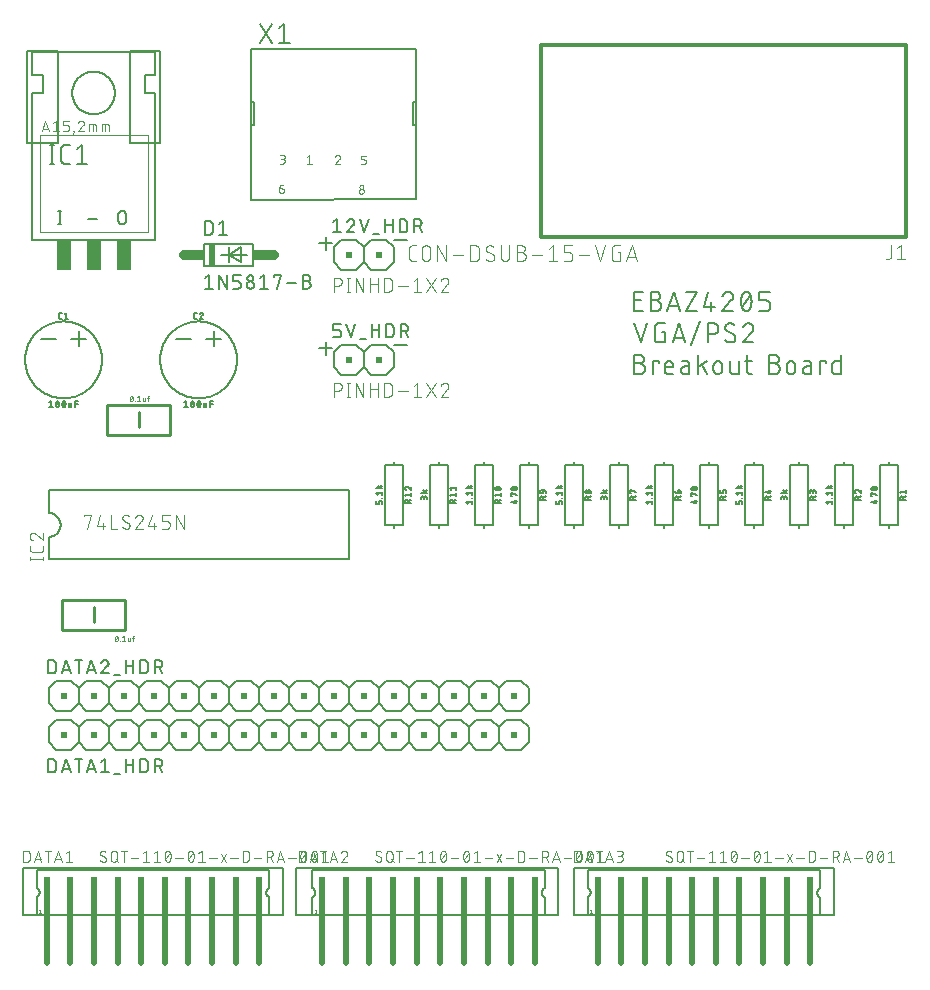
<source format=gbr>
G04 EAGLE Gerber RS-274X export*
G75*
%MOMM*%
%FSLAX34Y34*%
%LPD*%
%INSilkscreen Top*%
%IPPOS*%
%AMOC8*
5,1,8,0,0,1.08239X$1,22.5*%
G01*
%ADD10C,0.152400*%
%ADD11C,0.076200*%
%ADD12C,0.050800*%
%ADD13C,0.203200*%
%ADD14C,0.550000*%
%ADD15C,0.025400*%
%ADD16R,0.500000X0.500000*%
%ADD17C,0.304800*%
%ADD18C,0.101600*%
%ADD19C,0.127000*%
%ADD20C,0.177800*%
%ADD21R,0.508000X0.508000*%
%ADD22R,1.270000X0.889000*%
%ADD23R,1.270000X1.651000*%
%ADD24C,0.850000*%
%ADD25R,0.508000X1.870000*%
%ADD26R,0.635000X0.850000*%
%ADD27C,0.254000*%


D10*
X80000Y52700D02*
X300000Y52700D01*
X300000Y12700D01*
X80000Y12700D01*
X80000Y52700D01*
X310710Y52700D02*
X533250Y52700D01*
X533250Y12700D01*
X310710Y12700D01*
X310710Y52700D01*
X546500Y52700D02*
X766500Y52700D01*
X766500Y12700D01*
X546500Y12700D01*
X546500Y52700D01*
D11*
X80381Y57531D02*
X80381Y66929D01*
X82991Y66929D01*
X83091Y66927D01*
X83191Y66921D01*
X83290Y66912D01*
X83390Y66898D01*
X83488Y66881D01*
X83586Y66860D01*
X83683Y66836D01*
X83779Y66807D01*
X83874Y66775D01*
X83967Y66740D01*
X84059Y66701D01*
X84150Y66658D01*
X84238Y66612D01*
X84325Y66562D01*
X84410Y66510D01*
X84493Y66454D01*
X84574Y66395D01*
X84652Y66332D01*
X84728Y66267D01*
X84802Y66199D01*
X84872Y66129D01*
X84940Y66055D01*
X85005Y65979D01*
X85068Y65901D01*
X85127Y65820D01*
X85183Y65737D01*
X85235Y65652D01*
X85285Y65565D01*
X85331Y65477D01*
X85374Y65386D01*
X85413Y65294D01*
X85448Y65201D01*
X85480Y65106D01*
X85509Y65010D01*
X85533Y64913D01*
X85554Y64815D01*
X85571Y64717D01*
X85585Y64617D01*
X85594Y64518D01*
X85600Y64418D01*
X85602Y64318D01*
X85602Y60142D01*
X85600Y60042D01*
X85594Y59942D01*
X85585Y59843D01*
X85571Y59743D01*
X85554Y59645D01*
X85533Y59547D01*
X85509Y59450D01*
X85480Y59354D01*
X85448Y59259D01*
X85413Y59166D01*
X85374Y59074D01*
X85331Y58983D01*
X85285Y58895D01*
X85235Y58808D01*
X85183Y58723D01*
X85127Y58640D01*
X85068Y58559D01*
X85005Y58481D01*
X84940Y58405D01*
X84872Y58331D01*
X84802Y58261D01*
X84728Y58193D01*
X84652Y58128D01*
X84574Y58065D01*
X84493Y58006D01*
X84410Y57950D01*
X84325Y57898D01*
X84238Y57848D01*
X84150Y57802D01*
X84059Y57759D01*
X83967Y57720D01*
X83874Y57685D01*
X83779Y57653D01*
X83683Y57624D01*
X83586Y57600D01*
X83488Y57579D01*
X83390Y57562D01*
X83290Y57548D01*
X83191Y57539D01*
X83091Y57533D01*
X82991Y57531D01*
X80381Y57531D01*
X89308Y57531D02*
X92440Y66929D01*
X95573Y57531D01*
X94790Y59881D02*
X90091Y59881D01*
X100975Y57531D02*
X100975Y66929D01*
X103585Y66929D02*
X98364Y66929D01*
X109509Y66929D02*
X106376Y57531D01*
X112642Y57531D02*
X109509Y66929D01*
X111858Y59881D02*
X107159Y59881D01*
X116042Y64841D02*
X118653Y66929D01*
X118653Y57531D01*
X121263Y57531D02*
X116042Y57531D01*
X313631Y57531D02*
X313631Y66929D01*
X316242Y66929D01*
X316342Y66927D01*
X316442Y66921D01*
X316541Y66912D01*
X316641Y66898D01*
X316739Y66881D01*
X316837Y66860D01*
X316934Y66836D01*
X317030Y66807D01*
X317125Y66775D01*
X317218Y66740D01*
X317310Y66701D01*
X317401Y66658D01*
X317489Y66612D01*
X317576Y66562D01*
X317661Y66510D01*
X317744Y66454D01*
X317825Y66395D01*
X317903Y66332D01*
X317979Y66267D01*
X318053Y66199D01*
X318123Y66129D01*
X318191Y66055D01*
X318256Y65979D01*
X318319Y65901D01*
X318378Y65820D01*
X318434Y65737D01*
X318486Y65652D01*
X318536Y65565D01*
X318582Y65477D01*
X318625Y65386D01*
X318664Y65294D01*
X318699Y65201D01*
X318731Y65106D01*
X318760Y65010D01*
X318784Y64913D01*
X318805Y64815D01*
X318822Y64717D01*
X318836Y64617D01*
X318845Y64518D01*
X318851Y64418D01*
X318853Y64318D01*
X318852Y64318D02*
X318852Y60142D01*
X318853Y60142D02*
X318851Y60042D01*
X318845Y59942D01*
X318836Y59843D01*
X318822Y59743D01*
X318805Y59645D01*
X318784Y59547D01*
X318760Y59450D01*
X318731Y59354D01*
X318699Y59259D01*
X318664Y59166D01*
X318625Y59074D01*
X318582Y58983D01*
X318536Y58895D01*
X318486Y58808D01*
X318434Y58723D01*
X318378Y58640D01*
X318319Y58559D01*
X318256Y58481D01*
X318191Y58405D01*
X318123Y58331D01*
X318053Y58261D01*
X317979Y58193D01*
X317903Y58128D01*
X317825Y58065D01*
X317744Y58006D01*
X317661Y57950D01*
X317576Y57898D01*
X317489Y57848D01*
X317401Y57802D01*
X317310Y57759D01*
X317218Y57720D01*
X317125Y57685D01*
X317030Y57653D01*
X316934Y57624D01*
X316837Y57600D01*
X316739Y57579D01*
X316641Y57562D01*
X316541Y57548D01*
X316442Y57539D01*
X316342Y57533D01*
X316242Y57531D01*
X313631Y57531D01*
X322558Y57531D02*
X325690Y66929D01*
X328823Y57531D01*
X328040Y59881D02*
X323341Y59881D01*
X334225Y57531D02*
X334225Y66929D01*
X336835Y66929D02*
X331614Y66929D01*
X342759Y66929D02*
X339626Y57531D01*
X345892Y57531D02*
X342759Y66929D01*
X345109Y59881D02*
X340410Y59881D01*
X352164Y66930D02*
X352259Y66928D01*
X352353Y66922D01*
X352447Y66913D01*
X352541Y66900D01*
X352634Y66883D01*
X352726Y66862D01*
X352818Y66837D01*
X352908Y66809D01*
X352997Y66777D01*
X353085Y66742D01*
X353171Y66703D01*
X353256Y66661D01*
X353339Y66615D01*
X353420Y66566D01*
X353499Y66514D01*
X353576Y66459D01*
X353650Y66400D01*
X353722Y66339D01*
X353792Y66275D01*
X353859Y66208D01*
X353923Y66138D01*
X353984Y66066D01*
X354043Y65992D01*
X354098Y65915D01*
X354150Y65836D01*
X354199Y65755D01*
X354245Y65672D01*
X354287Y65587D01*
X354326Y65501D01*
X354361Y65413D01*
X354393Y65324D01*
X354421Y65234D01*
X354446Y65142D01*
X354467Y65050D01*
X354484Y64957D01*
X354497Y64863D01*
X354506Y64769D01*
X354512Y64675D01*
X354514Y64580D01*
X352164Y66929D02*
X352056Y66927D01*
X351947Y66921D01*
X351839Y66911D01*
X351732Y66898D01*
X351625Y66880D01*
X351518Y66859D01*
X351413Y66834D01*
X351308Y66805D01*
X351205Y66773D01*
X351103Y66736D01*
X351002Y66696D01*
X350903Y66653D01*
X350805Y66606D01*
X350709Y66555D01*
X350615Y66501D01*
X350523Y66444D01*
X350433Y66383D01*
X350345Y66319D01*
X350260Y66253D01*
X350177Y66183D01*
X350097Y66110D01*
X350019Y66034D01*
X349944Y65956D01*
X349872Y65875D01*
X349803Y65791D01*
X349737Y65705D01*
X349674Y65617D01*
X349615Y65526D01*
X349558Y65434D01*
X349505Y65339D01*
X349456Y65243D01*
X349410Y65144D01*
X349367Y65045D01*
X349328Y64943D01*
X349293Y64841D01*
X353731Y62752D02*
X353800Y62821D01*
X353866Y62892D01*
X353930Y62965D01*
X353991Y63041D01*
X354049Y63120D01*
X354103Y63200D01*
X354155Y63283D01*
X354203Y63367D01*
X354249Y63453D01*
X354290Y63541D01*
X354329Y63631D01*
X354364Y63722D01*
X354395Y63814D01*
X354423Y63907D01*
X354447Y64001D01*
X354467Y64096D01*
X354484Y64192D01*
X354497Y64289D01*
X354506Y64386D01*
X354512Y64483D01*
X354514Y64580D01*
X353730Y62752D02*
X349293Y57531D01*
X354514Y57531D01*
X546881Y57531D02*
X546881Y66929D01*
X549492Y66929D01*
X549592Y66927D01*
X549692Y66921D01*
X549791Y66912D01*
X549891Y66898D01*
X549989Y66881D01*
X550087Y66860D01*
X550184Y66836D01*
X550280Y66807D01*
X550375Y66775D01*
X550468Y66740D01*
X550560Y66701D01*
X550651Y66658D01*
X550739Y66612D01*
X550826Y66562D01*
X550911Y66510D01*
X550994Y66454D01*
X551075Y66395D01*
X551153Y66332D01*
X551229Y66267D01*
X551303Y66199D01*
X551373Y66129D01*
X551441Y66055D01*
X551506Y65979D01*
X551569Y65901D01*
X551628Y65820D01*
X551684Y65737D01*
X551736Y65652D01*
X551786Y65565D01*
X551832Y65477D01*
X551875Y65386D01*
X551914Y65294D01*
X551949Y65201D01*
X551981Y65106D01*
X552010Y65010D01*
X552034Y64913D01*
X552055Y64815D01*
X552072Y64717D01*
X552086Y64617D01*
X552095Y64518D01*
X552101Y64418D01*
X552103Y64318D01*
X552102Y64318D02*
X552102Y60142D01*
X552103Y60142D02*
X552101Y60042D01*
X552095Y59942D01*
X552086Y59843D01*
X552072Y59743D01*
X552055Y59645D01*
X552034Y59547D01*
X552010Y59450D01*
X551981Y59354D01*
X551949Y59259D01*
X551914Y59166D01*
X551875Y59074D01*
X551832Y58983D01*
X551786Y58895D01*
X551736Y58808D01*
X551684Y58723D01*
X551628Y58640D01*
X551569Y58559D01*
X551506Y58481D01*
X551441Y58405D01*
X551373Y58331D01*
X551303Y58261D01*
X551229Y58193D01*
X551153Y58128D01*
X551075Y58065D01*
X550994Y58006D01*
X550911Y57950D01*
X550826Y57898D01*
X550739Y57848D01*
X550651Y57802D01*
X550560Y57759D01*
X550468Y57720D01*
X550375Y57685D01*
X550280Y57653D01*
X550184Y57624D01*
X550087Y57600D01*
X549989Y57579D01*
X549891Y57562D01*
X549791Y57548D01*
X549692Y57539D01*
X549592Y57533D01*
X549492Y57531D01*
X546881Y57531D01*
X555808Y57531D02*
X558940Y66929D01*
X562073Y57531D01*
X561290Y59881D02*
X556591Y59881D01*
X567475Y57531D02*
X567475Y66929D01*
X570085Y66929D02*
X564864Y66929D01*
X576009Y66929D02*
X572876Y57531D01*
X579142Y57531D02*
X576009Y66929D01*
X578359Y59881D02*
X573660Y59881D01*
X582543Y57531D02*
X585153Y57531D01*
X585254Y57533D01*
X585355Y57539D01*
X585456Y57549D01*
X585556Y57562D01*
X585656Y57580D01*
X585755Y57601D01*
X585853Y57627D01*
X585950Y57656D01*
X586046Y57688D01*
X586140Y57725D01*
X586233Y57765D01*
X586325Y57809D01*
X586414Y57856D01*
X586502Y57907D01*
X586588Y57961D01*
X586671Y58018D01*
X586753Y58078D01*
X586831Y58142D01*
X586908Y58208D01*
X586981Y58278D01*
X587052Y58350D01*
X587120Y58425D01*
X587185Y58503D01*
X587247Y58583D01*
X587306Y58665D01*
X587362Y58750D01*
X587414Y58836D01*
X587463Y58925D01*
X587509Y59016D01*
X587550Y59108D01*
X587589Y59202D01*
X587623Y59297D01*
X587654Y59393D01*
X587681Y59491D01*
X587705Y59589D01*
X587724Y59689D01*
X587740Y59789D01*
X587752Y59889D01*
X587760Y59990D01*
X587764Y60091D01*
X587764Y60193D01*
X587760Y60294D01*
X587752Y60395D01*
X587740Y60495D01*
X587724Y60595D01*
X587705Y60695D01*
X587681Y60793D01*
X587654Y60891D01*
X587623Y60987D01*
X587589Y61082D01*
X587550Y61176D01*
X587509Y61268D01*
X587463Y61359D01*
X587414Y61447D01*
X587362Y61534D01*
X587306Y61619D01*
X587247Y61701D01*
X587185Y61781D01*
X587120Y61859D01*
X587052Y61934D01*
X586981Y62006D01*
X586908Y62076D01*
X586831Y62142D01*
X586753Y62206D01*
X586671Y62266D01*
X586588Y62323D01*
X586502Y62377D01*
X586414Y62428D01*
X586325Y62475D01*
X586233Y62519D01*
X586140Y62559D01*
X586046Y62596D01*
X585950Y62628D01*
X585853Y62657D01*
X585755Y62683D01*
X585656Y62704D01*
X585556Y62722D01*
X585456Y62735D01*
X585355Y62745D01*
X585254Y62751D01*
X585153Y62753D01*
X585675Y66929D02*
X582543Y66929D01*
X585675Y66929D02*
X585765Y66927D01*
X585854Y66921D01*
X585944Y66912D01*
X586033Y66898D01*
X586121Y66881D01*
X586208Y66860D01*
X586295Y66835D01*
X586380Y66806D01*
X586464Y66774D01*
X586546Y66739D01*
X586627Y66699D01*
X586706Y66657D01*
X586783Y66611D01*
X586858Y66561D01*
X586931Y66509D01*
X587002Y66453D01*
X587070Y66395D01*
X587135Y66333D01*
X587198Y66269D01*
X587258Y66202D01*
X587315Y66133D01*
X587369Y66061D01*
X587420Y65987D01*
X587468Y65911D01*
X587512Y65833D01*
X587553Y65753D01*
X587591Y65671D01*
X587625Y65588D01*
X587655Y65503D01*
X587682Y65417D01*
X587705Y65331D01*
X587724Y65243D01*
X587739Y65154D01*
X587751Y65065D01*
X587759Y64976D01*
X587763Y64886D01*
X587763Y64796D01*
X587759Y64706D01*
X587751Y64617D01*
X587739Y64528D01*
X587724Y64439D01*
X587705Y64351D01*
X587682Y64265D01*
X587655Y64179D01*
X587625Y64094D01*
X587591Y64011D01*
X587553Y63929D01*
X587512Y63849D01*
X587468Y63771D01*
X587420Y63695D01*
X587369Y63621D01*
X587315Y63549D01*
X587258Y63480D01*
X587198Y63413D01*
X587135Y63349D01*
X587070Y63287D01*
X587002Y63229D01*
X586931Y63173D01*
X586858Y63121D01*
X586783Y63071D01*
X586706Y63025D01*
X586627Y62983D01*
X586546Y62943D01*
X586464Y62908D01*
X586380Y62876D01*
X586295Y62847D01*
X586208Y62822D01*
X586121Y62801D01*
X586033Y62784D01*
X585944Y62770D01*
X585854Y62761D01*
X585765Y62755D01*
X585675Y62753D01*
X585675Y62752D02*
X583587Y62752D01*
D10*
X597662Y524002D02*
X604887Y524002D01*
X597662Y524002D02*
X597662Y540258D01*
X604887Y540258D01*
X603081Y533033D02*
X597662Y533033D01*
X611390Y533033D02*
X615906Y533033D01*
X615906Y533034D02*
X616039Y533032D01*
X616171Y533026D01*
X616303Y533016D01*
X616435Y533003D01*
X616567Y532985D01*
X616697Y532964D01*
X616828Y532939D01*
X616957Y532910D01*
X617085Y532877D01*
X617213Y532841D01*
X617339Y532801D01*
X617464Y532757D01*
X617588Y532709D01*
X617710Y532658D01*
X617831Y532603D01*
X617950Y532545D01*
X618068Y532483D01*
X618183Y532418D01*
X618297Y532349D01*
X618408Y532278D01*
X618517Y532202D01*
X618624Y532124D01*
X618729Y532043D01*
X618831Y531958D01*
X618931Y531871D01*
X619028Y531781D01*
X619123Y531688D01*
X619214Y531592D01*
X619303Y531494D01*
X619389Y531393D01*
X619472Y531289D01*
X619552Y531183D01*
X619628Y531075D01*
X619702Y530965D01*
X619772Y530852D01*
X619839Y530738D01*
X619902Y530621D01*
X619962Y530503D01*
X620019Y530383D01*
X620072Y530261D01*
X620121Y530138D01*
X620167Y530014D01*
X620209Y529888D01*
X620247Y529761D01*
X620282Y529633D01*
X620313Y529504D01*
X620340Y529375D01*
X620363Y529244D01*
X620383Y529113D01*
X620398Y528981D01*
X620410Y528849D01*
X620418Y528717D01*
X620422Y528584D01*
X620422Y528452D01*
X620418Y528319D01*
X620410Y528187D01*
X620398Y528055D01*
X620383Y527923D01*
X620363Y527792D01*
X620340Y527661D01*
X620313Y527532D01*
X620282Y527403D01*
X620247Y527275D01*
X620209Y527148D01*
X620167Y527022D01*
X620121Y526898D01*
X620072Y526775D01*
X620019Y526653D01*
X619962Y526533D01*
X619902Y526415D01*
X619839Y526298D01*
X619772Y526184D01*
X619702Y526071D01*
X619628Y525961D01*
X619552Y525853D01*
X619472Y525747D01*
X619389Y525643D01*
X619303Y525542D01*
X619214Y525444D01*
X619123Y525348D01*
X619028Y525255D01*
X618931Y525165D01*
X618831Y525078D01*
X618729Y524993D01*
X618624Y524912D01*
X618517Y524834D01*
X618408Y524758D01*
X618297Y524687D01*
X618183Y524618D01*
X618068Y524553D01*
X617950Y524491D01*
X617831Y524433D01*
X617710Y524378D01*
X617588Y524327D01*
X617464Y524279D01*
X617339Y524235D01*
X617213Y524195D01*
X617085Y524159D01*
X616957Y524126D01*
X616828Y524097D01*
X616697Y524072D01*
X616567Y524051D01*
X616435Y524033D01*
X616303Y524020D01*
X616171Y524010D01*
X616039Y524004D01*
X615906Y524002D01*
X611390Y524002D01*
X611390Y540258D01*
X615906Y540258D01*
X616025Y540256D01*
X616145Y540250D01*
X616264Y540240D01*
X616382Y540226D01*
X616501Y540209D01*
X616618Y540187D01*
X616735Y540162D01*
X616850Y540132D01*
X616965Y540099D01*
X617079Y540062D01*
X617191Y540022D01*
X617302Y539977D01*
X617411Y539929D01*
X617519Y539878D01*
X617625Y539823D01*
X617729Y539764D01*
X617831Y539702D01*
X617931Y539637D01*
X618029Y539568D01*
X618125Y539496D01*
X618218Y539421D01*
X618308Y539344D01*
X618396Y539263D01*
X618481Y539179D01*
X618563Y539092D01*
X618643Y539003D01*
X618719Y538911D01*
X618793Y538817D01*
X618863Y538720D01*
X618930Y538622D01*
X618994Y538521D01*
X619054Y538417D01*
X619111Y538312D01*
X619164Y538205D01*
X619214Y538097D01*
X619260Y537987D01*
X619302Y537875D01*
X619341Y537762D01*
X619376Y537648D01*
X619407Y537533D01*
X619435Y537416D01*
X619458Y537299D01*
X619478Y537182D01*
X619494Y537063D01*
X619506Y536944D01*
X619514Y536825D01*
X619518Y536706D01*
X619518Y536586D01*
X619514Y536467D01*
X619506Y536348D01*
X619494Y536229D01*
X619478Y536110D01*
X619458Y535993D01*
X619435Y535876D01*
X619407Y535759D01*
X619376Y535644D01*
X619341Y535530D01*
X619302Y535417D01*
X619260Y535305D01*
X619214Y535195D01*
X619164Y535087D01*
X619111Y534980D01*
X619054Y534875D01*
X618994Y534771D01*
X618930Y534670D01*
X618863Y534572D01*
X618793Y534475D01*
X618719Y534381D01*
X618643Y534289D01*
X618563Y534200D01*
X618481Y534113D01*
X618396Y534029D01*
X618308Y533948D01*
X618218Y533871D01*
X618125Y533796D01*
X618029Y533724D01*
X617931Y533655D01*
X617831Y533590D01*
X617729Y533528D01*
X617625Y533469D01*
X617519Y533414D01*
X617411Y533363D01*
X617302Y533315D01*
X617191Y533270D01*
X617079Y533230D01*
X616965Y533193D01*
X616850Y533160D01*
X616735Y533130D01*
X616618Y533105D01*
X616501Y533083D01*
X616382Y533066D01*
X616264Y533052D01*
X616145Y533042D01*
X616025Y533036D01*
X615906Y533034D01*
X625386Y524002D02*
X630805Y540258D01*
X636224Y524002D01*
X634869Y528066D02*
X626741Y528066D01*
X641400Y540258D02*
X650431Y540258D01*
X641400Y524002D01*
X650431Y524002D01*
X656510Y527614D02*
X660122Y540258D01*
X656510Y527614D02*
X665541Y527614D01*
X662832Y531227D02*
X662832Y524002D01*
X677108Y540258D02*
X677233Y540256D01*
X677358Y540250D01*
X677483Y540241D01*
X677607Y540227D01*
X677731Y540210D01*
X677855Y540189D01*
X677977Y540164D01*
X678099Y540135D01*
X678220Y540103D01*
X678340Y540067D01*
X678459Y540027D01*
X678576Y539984D01*
X678692Y539937D01*
X678807Y539886D01*
X678919Y539832D01*
X679031Y539774D01*
X679140Y539714D01*
X679247Y539649D01*
X679353Y539582D01*
X679456Y539511D01*
X679557Y539437D01*
X679656Y539360D01*
X679752Y539280D01*
X679846Y539197D01*
X679937Y539112D01*
X680026Y539023D01*
X680111Y538932D01*
X680194Y538838D01*
X680274Y538742D01*
X680351Y538643D01*
X680425Y538542D01*
X680496Y538439D01*
X680563Y538333D01*
X680628Y538226D01*
X680688Y538117D01*
X680746Y538005D01*
X680800Y537893D01*
X680851Y537778D01*
X680898Y537662D01*
X680941Y537545D01*
X680981Y537426D01*
X681017Y537306D01*
X681049Y537185D01*
X681078Y537063D01*
X681103Y536941D01*
X681124Y536817D01*
X681141Y536693D01*
X681155Y536569D01*
X681164Y536444D01*
X681170Y536319D01*
X681172Y536194D01*
X677108Y540258D02*
X676965Y540256D01*
X676823Y540250D01*
X676680Y540240D01*
X676538Y540227D01*
X676397Y540209D01*
X676255Y540188D01*
X676115Y540163D01*
X675975Y540134D01*
X675836Y540101D01*
X675698Y540064D01*
X675561Y540024D01*
X675426Y539980D01*
X675291Y539932D01*
X675158Y539880D01*
X675026Y539825D01*
X674896Y539766D01*
X674768Y539704D01*
X674641Y539638D01*
X674516Y539569D01*
X674393Y539497D01*
X674273Y539421D01*
X674154Y539342D01*
X674037Y539259D01*
X673923Y539174D01*
X673811Y539085D01*
X673702Y538994D01*
X673595Y538899D01*
X673490Y538802D01*
X673389Y538701D01*
X673290Y538598D01*
X673194Y538493D01*
X673101Y538384D01*
X673011Y538273D01*
X672924Y538160D01*
X672840Y538045D01*
X672760Y537927D01*
X672682Y537807D01*
X672608Y537685D01*
X672538Y537561D01*
X672470Y537435D01*
X672407Y537307D01*
X672346Y537178D01*
X672289Y537047D01*
X672236Y536915D01*
X672187Y536781D01*
X672141Y536646D01*
X679817Y533033D02*
X679911Y533125D01*
X680001Y533219D01*
X680089Y533316D01*
X680174Y533416D01*
X680256Y533518D01*
X680335Y533623D01*
X680410Y533730D01*
X680482Y533839D01*
X680551Y533950D01*
X680617Y534064D01*
X680679Y534179D01*
X680738Y534296D01*
X680793Y534415D01*
X680844Y534535D01*
X680892Y534657D01*
X680937Y534780D01*
X680977Y534904D01*
X681014Y535030D01*
X681047Y535157D01*
X681076Y535284D01*
X681102Y535413D01*
X681123Y535542D01*
X681141Y535672D01*
X681154Y535802D01*
X681164Y535932D01*
X681170Y536063D01*
X681172Y536194D01*
X679818Y533033D02*
X672141Y524002D01*
X681172Y524002D01*
X687772Y532130D02*
X687776Y532450D01*
X687787Y532769D01*
X687806Y533089D01*
X687833Y533407D01*
X687867Y533725D01*
X687909Y534042D01*
X687959Y534358D01*
X688016Y534673D01*
X688080Y534986D01*
X688152Y535298D01*
X688231Y535608D01*
X688318Y535915D01*
X688412Y536221D01*
X688513Y536524D01*
X688622Y536825D01*
X688737Y537123D01*
X688860Y537419D01*
X688990Y537711D01*
X689127Y538000D01*
X689127Y538001D02*
X689166Y538109D01*
X689209Y538216D01*
X689255Y538321D01*
X689306Y538425D01*
X689359Y538527D01*
X689416Y538627D01*
X689477Y538725D01*
X689541Y538820D01*
X689608Y538914D01*
X689679Y539005D01*
X689752Y539094D01*
X689829Y539180D01*
X689908Y539263D01*
X689990Y539344D01*
X690075Y539422D01*
X690163Y539496D01*
X690253Y539568D01*
X690345Y539636D01*
X690440Y539702D01*
X690537Y539764D01*
X690636Y539822D01*
X690738Y539878D01*
X690840Y539929D01*
X690945Y539977D01*
X691051Y540022D01*
X691159Y540063D01*
X691268Y540100D01*
X691378Y540133D01*
X691490Y540162D01*
X691602Y540188D01*
X691715Y540210D01*
X691829Y540227D01*
X691943Y540241D01*
X692058Y540251D01*
X692173Y540257D01*
X692288Y540259D01*
X692288Y540258D02*
X692403Y540256D01*
X692518Y540250D01*
X692633Y540240D01*
X692747Y540226D01*
X692861Y540209D01*
X692974Y540187D01*
X693086Y540161D01*
X693198Y540132D01*
X693308Y540099D01*
X693417Y540062D01*
X693525Y540021D01*
X693631Y539976D01*
X693736Y539928D01*
X693838Y539877D01*
X693939Y539821D01*
X694039Y539763D01*
X694136Y539701D01*
X694230Y539636D01*
X694323Y539567D01*
X694413Y539495D01*
X694501Y539421D01*
X694586Y539343D01*
X694668Y539262D01*
X694747Y539179D01*
X694824Y539093D01*
X694897Y539004D01*
X694968Y538913D01*
X695035Y538819D01*
X695099Y538724D01*
X695160Y538626D01*
X695217Y538526D01*
X695270Y538424D01*
X695321Y538320D01*
X695367Y538215D01*
X695410Y538108D01*
X695449Y538000D01*
X695448Y538000D02*
X695585Y537711D01*
X695715Y537419D01*
X695838Y537123D01*
X695953Y536825D01*
X696062Y536524D01*
X696163Y536221D01*
X696257Y535915D01*
X696344Y535608D01*
X696423Y535298D01*
X696495Y534986D01*
X696559Y534673D01*
X696616Y534358D01*
X696666Y534042D01*
X696708Y533725D01*
X696742Y533407D01*
X696769Y533089D01*
X696788Y532769D01*
X696799Y532450D01*
X696803Y532130D01*
X687773Y532130D02*
X687777Y531810D01*
X687788Y531491D01*
X687807Y531171D01*
X687834Y530853D01*
X687868Y530535D01*
X687910Y530218D01*
X687960Y529902D01*
X688017Y529587D01*
X688081Y529274D01*
X688153Y528962D01*
X688232Y528652D01*
X688319Y528345D01*
X688413Y528039D01*
X688514Y527736D01*
X688623Y527435D01*
X688738Y527137D01*
X688861Y526841D01*
X688991Y526549D01*
X689128Y526260D01*
X689127Y526260D02*
X689166Y526152D01*
X689209Y526045D01*
X689255Y525940D01*
X689306Y525836D01*
X689359Y525734D01*
X689416Y525634D01*
X689477Y525536D01*
X689541Y525441D01*
X689608Y525347D01*
X689679Y525256D01*
X689752Y525167D01*
X689829Y525081D01*
X689908Y524998D01*
X689990Y524917D01*
X690075Y524839D01*
X690163Y524765D01*
X690253Y524693D01*
X690346Y524624D01*
X690440Y524559D01*
X690537Y524497D01*
X690637Y524439D01*
X690738Y524383D01*
X690840Y524332D01*
X690945Y524284D01*
X691051Y524239D01*
X691159Y524198D01*
X691268Y524161D01*
X691378Y524128D01*
X691490Y524099D01*
X691602Y524073D01*
X691715Y524051D01*
X691829Y524034D01*
X691943Y524020D01*
X692058Y524010D01*
X692173Y524004D01*
X692288Y524002D01*
X695448Y526260D02*
X695585Y526549D01*
X695715Y526841D01*
X695838Y527137D01*
X695953Y527435D01*
X696062Y527736D01*
X696163Y528039D01*
X696257Y528345D01*
X696344Y528652D01*
X696423Y528962D01*
X696495Y529274D01*
X696559Y529587D01*
X696616Y529902D01*
X696666Y530218D01*
X696708Y530535D01*
X696742Y530853D01*
X696769Y531171D01*
X696788Y531491D01*
X696799Y531810D01*
X696803Y532130D01*
X695449Y526260D02*
X695410Y526152D01*
X695367Y526045D01*
X695321Y525940D01*
X695270Y525836D01*
X695217Y525734D01*
X695160Y525634D01*
X695099Y525536D01*
X695035Y525441D01*
X694968Y525347D01*
X694897Y525256D01*
X694824Y525167D01*
X694747Y525081D01*
X694668Y524998D01*
X694586Y524917D01*
X694501Y524839D01*
X694413Y524765D01*
X694323Y524693D01*
X694230Y524624D01*
X694136Y524559D01*
X694039Y524497D01*
X693939Y524439D01*
X693838Y524383D01*
X693735Y524332D01*
X693631Y524284D01*
X693525Y524239D01*
X693417Y524198D01*
X693308Y524161D01*
X693198Y524128D01*
X693086Y524099D01*
X692974Y524073D01*
X692861Y524051D01*
X692747Y524034D01*
X692633Y524020D01*
X692518Y524010D01*
X692403Y524004D01*
X692288Y524002D01*
X688675Y527614D02*
X695900Y536646D01*
X703404Y524002D02*
X708822Y524002D01*
X708940Y524004D01*
X709058Y524010D01*
X709176Y524019D01*
X709293Y524033D01*
X709410Y524050D01*
X709527Y524071D01*
X709642Y524096D01*
X709757Y524125D01*
X709871Y524158D01*
X709983Y524194D01*
X710094Y524234D01*
X710204Y524277D01*
X710313Y524324D01*
X710420Y524374D01*
X710525Y524429D01*
X710628Y524486D01*
X710729Y524547D01*
X710829Y524611D01*
X710926Y524678D01*
X711021Y524748D01*
X711113Y524822D01*
X711204Y524898D01*
X711291Y524978D01*
X711376Y525060D01*
X711458Y525145D01*
X711538Y525232D01*
X711614Y525323D01*
X711688Y525415D01*
X711758Y525510D01*
X711825Y525607D01*
X711889Y525707D01*
X711950Y525808D01*
X712007Y525911D01*
X712062Y526016D01*
X712112Y526123D01*
X712159Y526232D01*
X712202Y526342D01*
X712242Y526453D01*
X712278Y526565D01*
X712311Y526679D01*
X712340Y526794D01*
X712365Y526909D01*
X712386Y527026D01*
X712403Y527143D01*
X712417Y527260D01*
X712426Y527378D01*
X712432Y527496D01*
X712434Y527614D01*
X712435Y527614D02*
X712435Y529421D01*
X712434Y529421D02*
X712432Y529539D01*
X712426Y529657D01*
X712417Y529775D01*
X712403Y529892D01*
X712386Y530009D01*
X712365Y530126D01*
X712340Y530241D01*
X712311Y530356D01*
X712278Y530470D01*
X712242Y530582D01*
X712202Y530693D01*
X712159Y530803D01*
X712112Y530912D01*
X712062Y531019D01*
X712007Y531124D01*
X711950Y531227D01*
X711889Y531328D01*
X711825Y531428D01*
X711758Y531525D01*
X711688Y531620D01*
X711614Y531712D01*
X711538Y531803D01*
X711458Y531890D01*
X711376Y531975D01*
X711291Y532057D01*
X711204Y532137D01*
X711113Y532213D01*
X711021Y532287D01*
X710926Y532357D01*
X710829Y532424D01*
X710729Y532488D01*
X710628Y532549D01*
X710525Y532606D01*
X710420Y532661D01*
X710313Y532711D01*
X710204Y532758D01*
X710094Y532801D01*
X709983Y532841D01*
X709871Y532877D01*
X709757Y532910D01*
X709642Y532939D01*
X709527Y532964D01*
X709410Y532985D01*
X709293Y533002D01*
X709176Y533016D01*
X709058Y533025D01*
X708940Y533031D01*
X708822Y533033D01*
X703404Y533033D01*
X703404Y540258D01*
X712435Y540258D01*
X603081Y497332D02*
X597662Y513588D01*
X608499Y513588D02*
X603081Y497332D01*
X621039Y506363D02*
X623749Y506363D01*
X623749Y497332D01*
X618330Y497332D01*
X618212Y497334D01*
X618094Y497340D01*
X617976Y497349D01*
X617859Y497363D01*
X617742Y497380D01*
X617625Y497401D01*
X617510Y497426D01*
X617395Y497455D01*
X617281Y497488D01*
X617169Y497524D01*
X617058Y497564D01*
X616948Y497607D01*
X616839Y497654D01*
X616732Y497704D01*
X616627Y497759D01*
X616524Y497816D01*
X616423Y497877D01*
X616323Y497941D01*
X616226Y498008D01*
X616131Y498078D01*
X616039Y498152D01*
X615948Y498228D01*
X615861Y498308D01*
X615776Y498390D01*
X615694Y498475D01*
X615614Y498562D01*
X615538Y498653D01*
X615464Y498745D01*
X615394Y498840D01*
X615327Y498937D01*
X615263Y499037D01*
X615202Y499138D01*
X615145Y499241D01*
X615090Y499346D01*
X615040Y499453D01*
X614993Y499562D01*
X614950Y499672D01*
X614910Y499783D01*
X614874Y499895D01*
X614841Y500009D01*
X614812Y500124D01*
X614787Y500239D01*
X614766Y500356D01*
X614749Y500473D01*
X614735Y500590D01*
X614726Y500708D01*
X614720Y500826D01*
X614718Y500944D01*
X614717Y500944D02*
X614717Y509976D01*
X614718Y509976D02*
X614720Y510094D01*
X614726Y510212D01*
X614735Y510330D01*
X614749Y510447D01*
X614766Y510564D01*
X614787Y510681D01*
X614812Y510796D01*
X614841Y510911D01*
X614874Y511025D01*
X614910Y511137D01*
X614950Y511248D01*
X614993Y511358D01*
X615040Y511467D01*
X615090Y511574D01*
X615144Y511679D01*
X615202Y511782D01*
X615263Y511883D01*
X615327Y511983D01*
X615394Y512080D01*
X615464Y512175D01*
X615538Y512267D01*
X615614Y512358D01*
X615694Y512445D01*
X615776Y512530D01*
X615861Y512612D01*
X615948Y512692D01*
X616039Y512768D01*
X616131Y512842D01*
X616226Y512912D01*
X616323Y512979D01*
X616423Y513043D01*
X616524Y513104D01*
X616627Y513161D01*
X616732Y513215D01*
X616839Y513266D01*
X616948Y513313D01*
X617058Y513356D01*
X617169Y513396D01*
X617281Y513432D01*
X617395Y513465D01*
X617510Y513494D01*
X617625Y513519D01*
X617742Y513540D01*
X617859Y513557D01*
X617976Y513571D01*
X618094Y513580D01*
X618212Y513586D01*
X618330Y513588D01*
X623749Y513588D01*
X635385Y513588D02*
X629967Y497332D01*
X640804Y497332D02*
X635385Y513588D01*
X639449Y501396D02*
X631321Y501396D01*
X645841Y495526D02*
X653066Y515394D01*
X659738Y513588D02*
X659738Y497332D01*
X659738Y513588D02*
X664253Y513588D01*
X664386Y513586D01*
X664518Y513580D01*
X664650Y513570D01*
X664782Y513557D01*
X664914Y513539D01*
X665044Y513518D01*
X665175Y513493D01*
X665304Y513464D01*
X665432Y513431D01*
X665560Y513395D01*
X665686Y513355D01*
X665811Y513311D01*
X665935Y513263D01*
X666057Y513212D01*
X666178Y513157D01*
X666297Y513099D01*
X666415Y513037D01*
X666530Y512972D01*
X666644Y512903D01*
X666755Y512832D01*
X666864Y512756D01*
X666971Y512678D01*
X667076Y512597D01*
X667178Y512512D01*
X667278Y512425D01*
X667375Y512335D01*
X667470Y512242D01*
X667561Y512146D01*
X667650Y512048D01*
X667736Y511947D01*
X667819Y511843D01*
X667899Y511737D01*
X667975Y511629D01*
X668049Y511519D01*
X668119Y511406D01*
X668186Y511292D01*
X668249Y511175D01*
X668309Y511057D01*
X668366Y510937D01*
X668419Y510815D01*
X668468Y510692D01*
X668514Y510568D01*
X668556Y510442D01*
X668594Y510315D01*
X668629Y510187D01*
X668660Y510058D01*
X668687Y509929D01*
X668710Y509798D01*
X668730Y509667D01*
X668745Y509535D01*
X668757Y509403D01*
X668765Y509271D01*
X668769Y509138D01*
X668769Y509006D01*
X668765Y508873D01*
X668757Y508741D01*
X668745Y508609D01*
X668730Y508477D01*
X668710Y508346D01*
X668687Y508215D01*
X668660Y508086D01*
X668629Y507957D01*
X668594Y507829D01*
X668556Y507702D01*
X668514Y507576D01*
X668468Y507452D01*
X668419Y507329D01*
X668366Y507207D01*
X668309Y507087D01*
X668249Y506969D01*
X668186Y506852D01*
X668119Y506738D01*
X668049Y506625D01*
X667975Y506515D01*
X667899Y506407D01*
X667819Y506301D01*
X667736Y506197D01*
X667650Y506096D01*
X667561Y505998D01*
X667470Y505902D01*
X667375Y505809D01*
X667278Y505719D01*
X667178Y505632D01*
X667076Y505547D01*
X666971Y505466D01*
X666864Y505388D01*
X666755Y505312D01*
X666644Y505241D01*
X666530Y505172D01*
X666415Y505107D01*
X666297Y505045D01*
X666178Y504987D01*
X666057Y504932D01*
X665935Y504881D01*
X665811Y504833D01*
X665686Y504789D01*
X665560Y504749D01*
X665432Y504713D01*
X665304Y504680D01*
X665175Y504651D01*
X665044Y504626D01*
X664914Y504605D01*
X664782Y504587D01*
X664650Y504574D01*
X664518Y504564D01*
X664386Y504558D01*
X664253Y504556D01*
X664253Y504557D02*
X659738Y504557D01*
X679535Y497332D02*
X679653Y497334D01*
X679771Y497340D01*
X679889Y497349D01*
X680006Y497363D01*
X680123Y497380D01*
X680240Y497401D01*
X680355Y497426D01*
X680470Y497455D01*
X680584Y497488D01*
X680696Y497524D01*
X680807Y497564D01*
X680917Y497607D01*
X681026Y497654D01*
X681133Y497704D01*
X681238Y497759D01*
X681341Y497816D01*
X681442Y497877D01*
X681542Y497941D01*
X681639Y498008D01*
X681734Y498078D01*
X681826Y498152D01*
X681917Y498228D01*
X682004Y498308D01*
X682089Y498390D01*
X682171Y498475D01*
X682251Y498562D01*
X682327Y498653D01*
X682401Y498745D01*
X682471Y498840D01*
X682538Y498937D01*
X682602Y499037D01*
X682663Y499138D01*
X682720Y499241D01*
X682775Y499346D01*
X682825Y499453D01*
X682872Y499562D01*
X682915Y499672D01*
X682955Y499783D01*
X682991Y499895D01*
X683024Y500009D01*
X683053Y500124D01*
X683078Y500239D01*
X683099Y500356D01*
X683116Y500473D01*
X683130Y500590D01*
X683139Y500708D01*
X683145Y500826D01*
X683147Y500944D01*
X679535Y497332D02*
X679352Y497334D01*
X679170Y497341D01*
X678988Y497352D01*
X678806Y497367D01*
X678624Y497387D01*
X678443Y497410D01*
X678263Y497439D01*
X678083Y497471D01*
X677904Y497508D01*
X677727Y497549D01*
X677550Y497595D01*
X677374Y497644D01*
X677200Y497698D01*
X677026Y497756D01*
X676855Y497818D01*
X676685Y497884D01*
X676516Y497955D01*
X676349Y498029D01*
X676184Y498107D01*
X676021Y498189D01*
X675860Y498275D01*
X675701Y498365D01*
X675544Y498459D01*
X675390Y498556D01*
X675238Y498657D01*
X675088Y498762D01*
X674941Y498870D01*
X674797Y498981D01*
X674655Y499096D01*
X674516Y499215D01*
X674380Y499337D01*
X674247Y499462D01*
X674117Y499590D01*
X674568Y509976D02*
X674570Y510094D01*
X674576Y510212D01*
X674585Y510330D01*
X674599Y510447D01*
X674616Y510564D01*
X674637Y510681D01*
X674662Y510796D01*
X674691Y510911D01*
X674724Y511025D01*
X674760Y511137D01*
X674800Y511248D01*
X674843Y511358D01*
X674890Y511467D01*
X674940Y511574D01*
X674995Y511679D01*
X675052Y511782D01*
X675113Y511883D01*
X675177Y511983D01*
X675244Y512080D01*
X675314Y512175D01*
X675388Y512267D01*
X675464Y512358D01*
X675544Y512445D01*
X675626Y512530D01*
X675711Y512612D01*
X675798Y512692D01*
X675889Y512768D01*
X675981Y512842D01*
X676076Y512912D01*
X676173Y512979D01*
X676273Y513043D01*
X676374Y513104D01*
X676477Y513162D01*
X676582Y513216D01*
X676689Y513266D01*
X676798Y513313D01*
X676908Y513357D01*
X677019Y513396D01*
X677132Y513432D01*
X677245Y513465D01*
X677360Y513494D01*
X677475Y513519D01*
X677592Y513540D01*
X677709Y513557D01*
X677826Y513571D01*
X677944Y513580D01*
X678062Y513586D01*
X678180Y513588D01*
X678341Y513586D01*
X678503Y513580D01*
X678664Y513571D01*
X678825Y513557D01*
X678985Y513540D01*
X679145Y513519D01*
X679305Y513494D01*
X679464Y513465D01*
X679622Y513433D01*
X679779Y513397D01*
X679935Y513357D01*
X680091Y513313D01*
X680245Y513265D01*
X680398Y513214D01*
X680550Y513160D01*
X680701Y513101D01*
X680850Y513040D01*
X680997Y512974D01*
X681143Y512905D01*
X681288Y512833D01*
X681430Y512757D01*
X681571Y512678D01*
X681710Y512596D01*
X681846Y512510D01*
X681981Y512421D01*
X682114Y512329D01*
X682244Y512233D01*
X676373Y506815D02*
X676272Y506877D01*
X676172Y506942D01*
X676075Y507011D01*
X675980Y507083D01*
X675887Y507157D01*
X675797Y507235D01*
X675709Y507316D01*
X675624Y507399D01*
X675542Y507485D01*
X675463Y507574D01*
X675386Y507665D01*
X675313Y507759D01*
X675242Y507855D01*
X675175Y507953D01*
X675111Y508053D01*
X675050Y508156D01*
X674993Y508260D01*
X674939Y508366D01*
X674889Y508474D01*
X674842Y508583D01*
X674798Y508694D01*
X674758Y508806D01*
X674722Y508920D01*
X674690Y509034D01*
X674661Y509150D01*
X674636Y509266D01*
X674615Y509383D01*
X674598Y509501D01*
X674584Y509619D01*
X674575Y509738D01*
X674569Y509857D01*
X674567Y509976D01*
X681341Y504105D02*
X681442Y504043D01*
X681542Y503978D01*
X681639Y503909D01*
X681734Y503837D01*
X681827Y503763D01*
X681917Y503685D01*
X682005Y503604D01*
X682090Y503521D01*
X682172Y503435D01*
X682251Y503346D01*
X682328Y503255D01*
X682401Y503161D01*
X682472Y503065D01*
X682539Y502967D01*
X682603Y502867D01*
X682664Y502764D01*
X682721Y502660D01*
X682775Y502554D01*
X682825Y502446D01*
X682872Y502337D01*
X682916Y502226D01*
X682956Y502114D01*
X682992Y502000D01*
X683024Y501886D01*
X683053Y501770D01*
X683078Y501654D01*
X683099Y501537D01*
X683116Y501419D01*
X683130Y501301D01*
X683139Y501182D01*
X683145Y501063D01*
X683147Y500944D01*
X681341Y504105D02*
X676374Y506815D01*
X694193Y513588D02*
X694318Y513586D01*
X694443Y513580D01*
X694568Y513571D01*
X694692Y513557D01*
X694816Y513540D01*
X694940Y513519D01*
X695062Y513494D01*
X695184Y513465D01*
X695305Y513433D01*
X695425Y513397D01*
X695544Y513357D01*
X695661Y513314D01*
X695777Y513267D01*
X695892Y513216D01*
X696004Y513162D01*
X696116Y513104D01*
X696225Y513044D01*
X696332Y512979D01*
X696438Y512912D01*
X696541Y512841D01*
X696642Y512767D01*
X696741Y512690D01*
X696837Y512610D01*
X696931Y512527D01*
X697022Y512442D01*
X697111Y512353D01*
X697196Y512262D01*
X697279Y512168D01*
X697359Y512072D01*
X697436Y511973D01*
X697510Y511872D01*
X697581Y511769D01*
X697648Y511663D01*
X697713Y511556D01*
X697773Y511447D01*
X697831Y511335D01*
X697885Y511223D01*
X697936Y511108D01*
X697983Y510992D01*
X698026Y510875D01*
X698066Y510756D01*
X698102Y510636D01*
X698134Y510515D01*
X698163Y510393D01*
X698188Y510271D01*
X698209Y510147D01*
X698226Y510023D01*
X698240Y509899D01*
X698249Y509774D01*
X698255Y509649D01*
X698257Y509524D01*
X694193Y513588D02*
X694050Y513586D01*
X693908Y513580D01*
X693765Y513570D01*
X693623Y513557D01*
X693482Y513539D01*
X693340Y513518D01*
X693200Y513493D01*
X693060Y513464D01*
X692921Y513431D01*
X692783Y513394D01*
X692646Y513354D01*
X692511Y513310D01*
X692376Y513262D01*
X692243Y513210D01*
X692111Y513155D01*
X691981Y513096D01*
X691853Y513034D01*
X691726Y512968D01*
X691601Y512899D01*
X691478Y512827D01*
X691358Y512751D01*
X691239Y512672D01*
X691122Y512589D01*
X691008Y512504D01*
X690896Y512415D01*
X690787Y512324D01*
X690680Y512229D01*
X690575Y512132D01*
X690474Y512031D01*
X690375Y511928D01*
X690279Y511823D01*
X690186Y511714D01*
X690096Y511603D01*
X690009Y511490D01*
X689925Y511375D01*
X689845Y511257D01*
X689767Y511137D01*
X689693Y511015D01*
X689623Y510891D01*
X689555Y510765D01*
X689492Y510637D01*
X689431Y510508D01*
X689374Y510377D01*
X689321Y510245D01*
X689272Y510111D01*
X689226Y509976D01*
X696902Y506363D02*
X696996Y506455D01*
X697086Y506549D01*
X697174Y506646D01*
X697259Y506746D01*
X697341Y506848D01*
X697420Y506953D01*
X697495Y507060D01*
X697567Y507169D01*
X697636Y507280D01*
X697702Y507394D01*
X697764Y507509D01*
X697823Y507626D01*
X697878Y507745D01*
X697929Y507865D01*
X697977Y507987D01*
X698022Y508110D01*
X698062Y508234D01*
X698099Y508360D01*
X698132Y508487D01*
X698161Y508614D01*
X698187Y508743D01*
X698208Y508872D01*
X698226Y509002D01*
X698239Y509132D01*
X698249Y509262D01*
X698255Y509393D01*
X698257Y509524D01*
X696903Y506363D02*
X689226Y497332D01*
X698257Y497332D01*
X602178Y479693D02*
X597662Y479693D01*
X602178Y479694D02*
X602311Y479692D01*
X602443Y479686D01*
X602575Y479676D01*
X602707Y479663D01*
X602839Y479645D01*
X602969Y479624D01*
X603100Y479599D01*
X603229Y479570D01*
X603357Y479537D01*
X603485Y479501D01*
X603611Y479461D01*
X603736Y479417D01*
X603860Y479369D01*
X603982Y479318D01*
X604103Y479263D01*
X604222Y479205D01*
X604340Y479143D01*
X604455Y479078D01*
X604569Y479009D01*
X604680Y478938D01*
X604789Y478862D01*
X604896Y478784D01*
X605001Y478703D01*
X605103Y478618D01*
X605203Y478531D01*
X605300Y478441D01*
X605395Y478348D01*
X605486Y478252D01*
X605575Y478154D01*
X605661Y478053D01*
X605744Y477949D01*
X605824Y477843D01*
X605900Y477735D01*
X605974Y477625D01*
X606044Y477512D01*
X606111Y477398D01*
X606174Y477281D01*
X606234Y477163D01*
X606291Y477043D01*
X606344Y476921D01*
X606393Y476798D01*
X606439Y476674D01*
X606481Y476548D01*
X606519Y476421D01*
X606554Y476293D01*
X606585Y476164D01*
X606612Y476035D01*
X606635Y475904D01*
X606655Y475773D01*
X606670Y475641D01*
X606682Y475509D01*
X606690Y475377D01*
X606694Y475244D01*
X606694Y475112D01*
X606690Y474979D01*
X606682Y474847D01*
X606670Y474715D01*
X606655Y474583D01*
X606635Y474452D01*
X606612Y474321D01*
X606585Y474192D01*
X606554Y474063D01*
X606519Y473935D01*
X606481Y473808D01*
X606439Y473682D01*
X606393Y473558D01*
X606344Y473435D01*
X606291Y473313D01*
X606234Y473193D01*
X606174Y473075D01*
X606111Y472958D01*
X606044Y472844D01*
X605974Y472731D01*
X605900Y472621D01*
X605824Y472513D01*
X605744Y472407D01*
X605661Y472303D01*
X605575Y472202D01*
X605486Y472104D01*
X605395Y472008D01*
X605300Y471915D01*
X605203Y471825D01*
X605103Y471738D01*
X605001Y471653D01*
X604896Y471572D01*
X604789Y471494D01*
X604680Y471418D01*
X604569Y471347D01*
X604455Y471278D01*
X604340Y471213D01*
X604222Y471151D01*
X604103Y471093D01*
X603982Y471038D01*
X603860Y470987D01*
X603736Y470939D01*
X603611Y470895D01*
X603485Y470855D01*
X603357Y470819D01*
X603229Y470786D01*
X603100Y470757D01*
X602969Y470732D01*
X602839Y470711D01*
X602707Y470693D01*
X602575Y470680D01*
X602443Y470670D01*
X602311Y470664D01*
X602178Y470662D01*
X597662Y470662D01*
X597662Y486918D01*
X602178Y486918D01*
X602297Y486916D01*
X602417Y486910D01*
X602536Y486900D01*
X602654Y486886D01*
X602773Y486869D01*
X602890Y486847D01*
X603007Y486822D01*
X603122Y486792D01*
X603237Y486759D01*
X603351Y486722D01*
X603463Y486682D01*
X603574Y486637D01*
X603683Y486589D01*
X603791Y486538D01*
X603897Y486483D01*
X604001Y486424D01*
X604103Y486362D01*
X604203Y486297D01*
X604301Y486228D01*
X604397Y486156D01*
X604490Y486081D01*
X604580Y486004D01*
X604668Y485923D01*
X604753Y485839D01*
X604835Y485752D01*
X604915Y485663D01*
X604991Y485571D01*
X605065Y485477D01*
X605135Y485380D01*
X605202Y485282D01*
X605266Y485181D01*
X605326Y485077D01*
X605383Y484972D01*
X605436Y484865D01*
X605486Y484757D01*
X605532Y484647D01*
X605574Y484535D01*
X605613Y484422D01*
X605648Y484308D01*
X605679Y484193D01*
X605707Y484076D01*
X605730Y483959D01*
X605750Y483842D01*
X605766Y483723D01*
X605778Y483604D01*
X605786Y483485D01*
X605790Y483366D01*
X605790Y483246D01*
X605786Y483127D01*
X605778Y483008D01*
X605766Y482889D01*
X605750Y482770D01*
X605730Y482653D01*
X605707Y482536D01*
X605679Y482419D01*
X605648Y482304D01*
X605613Y482190D01*
X605574Y482077D01*
X605532Y481965D01*
X605486Y481855D01*
X605436Y481747D01*
X605383Y481640D01*
X605326Y481535D01*
X605266Y481431D01*
X605202Y481330D01*
X605135Y481232D01*
X605065Y481135D01*
X604991Y481041D01*
X604915Y480949D01*
X604835Y480860D01*
X604753Y480773D01*
X604668Y480689D01*
X604580Y480608D01*
X604490Y480531D01*
X604397Y480456D01*
X604301Y480384D01*
X604203Y480315D01*
X604103Y480250D01*
X604001Y480188D01*
X603897Y480129D01*
X603791Y480074D01*
X603683Y480023D01*
X603574Y479975D01*
X603463Y479930D01*
X603351Y479890D01*
X603237Y479853D01*
X603122Y479820D01*
X603007Y479790D01*
X602890Y479765D01*
X602773Y479743D01*
X602654Y479726D01*
X602536Y479712D01*
X602417Y479702D01*
X602297Y479696D01*
X602178Y479694D01*
X613028Y481499D02*
X613028Y470662D01*
X613028Y481499D02*
X618447Y481499D01*
X618447Y479693D01*
X626073Y470662D02*
X630589Y470662D01*
X626073Y470662D02*
X625972Y470664D01*
X625871Y470670D01*
X625770Y470679D01*
X625669Y470692D01*
X625569Y470709D01*
X625470Y470730D01*
X625372Y470754D01*
X625275Y470782D01*
X625178Y470814D01*
X625083Y470849D01*
X624990Y470888D01*
X624898Y470930D01*
X624807Y470976D01*
X624719Y471025D01*
X624632Y471077D01*
X624547Y471133D01*
X624464Y471191D01*
X624384Y471253D01*
X624306Y471318D01*
X624230Y471385D01*
X624157Y471455D01*
X624087Y471528D01*
X624020Y471604D01*
X623955Y471682D01*
X623893Y471762D01*
X623835Y471845D01*
X623779Y471930D01*
X623727Y472017D01*
X623678Y472105D01*
X623632Y472196D01*
X623590Y472288D01*
X623551Y472381D01*
X623516Y472476D01*
X623484Y472573D01*
X623456Y472670D01*
X623432Y472768D01*
X623411Y472867D01*
X623394Y472967D01*
X623381Y473068D01*
X623372Y473169D01*
X623366Y473270D01*
X623364Y473371D01*
X623364Y477887D01*
X623365Y477887D02*
X623367Y478006D01*
X623373Y478126D01*
X623383Y478245D01*
X623397Y478363D01*
X623414Y478482D01*
X623436Y478599D01*
X623461Y478716D01*
X623491Y478831D01*
X623524Y478946D01*
X623561Y479060D01*
X623601Y479172D01*
X623646Y479283D01*
X623694Y479392D01*
X623745Y479500D01*
X623800Y479606D01*
X623859Y479710D01*
X623921Y479812D01*
X623986Y479912D01*
X624055Y480010D01*
X624127Y480106D01*
X624202Y480199D01*
X624279Y480289D01*
X624360Y480377D01*
X624444Y480462D01*
X624531Y480544D01*
X624620Y480624D01*
X624712Y480700D01*
X624806Y480774D01*
X624903Y480844D01*
X625001Y480911D01*
X625102Y480975D01*
X625206Y481035D01*
X625311Y481092D01*
X625418Y481145D01*
X625526Y481195D01*
X625636Y481241D01*
X625748Y481283D01*
X625861Y481322D01*
X625975Y481357D01*
X626090Y481388D01*
X626207Y481416D01*
X626324Y481439D01*
X626441Y481459D01*
X626560Y481475D01*
X626679Y481487D01*
X626798Y481495D01*
X626917Y481499D01*
X627037Y481499D01*
X627156Y481495D01*
X627275Y481487D01*
X627394Y481475D01*
X627513Y481459D01*
X627630Y481439D01*
X627747Y481416D01*
X627864Y481388D01*
X627979Y481357D01*
X628093Y481322D01*
X628206Y481283D01*
X628318Y481241D01*
X628428Y481195D01*
X628536Y481145D01*
X628643Y481092D01*
X628748Y481035D01*
X628852Y480975D01*
X628953Y480911D01*
X629051Y480844D01*
X629148Y480774D01*
X629242Y480700D01*
X629334Y480624D01*
X629423Y480544D01*
X629510Y480462D01*
X629594Y480377D01*
X629675Y480289D01*
X629752Y480199D01*
X629827Y480106D01*
X629899Y480010D01*
X629968Y479912D01*
X630033Y479812D01*
X630095Y479710D01*
X630154Y479606D01*
X630209Y479500D01*
X630260Y479392D01*
X630308Y479283D01*
X630353Y479172D01*
X630393Y479060D01*
X630430Y478946D01*
X630463Y478831D01*
X630493Y478716D01*
X630518Y478599D01*
X630540Y478482D01*
X630557Y478363D01*
X630571Y478245D01*
X630581Y478126D01*
X630587Y478006D01*
X630589Y477887D01*
X630589Y476081D01*
X623364Y476081D01*
X639999Y476984D02*
X644063Y476984D01*
X639999Y476984D02*
X639887Y476982D01*
X639776Y476976D01*
X639665Y476966D01*
X639554Y476953D01*
X639444Y476935D01*
X639335Y476913D01*
X639226Y476888D01*
X639118Y476859D01*
X639012Y476826D01*
X638906Y476789D01*
X638802Y476749D01*
X638700Y476705D01*
X638599Y476657D01*
X638500Y476606D01*
X638402Y476551D01*
X638307Y476493D01*
X638214Y476432D01*
X638123Y476367D01*
X638034Y476299D01*
X637948Y476228D01*
X637865Y476155D01*
X637784Y476078D01*
X637705Y475998D01*
X637630Y475916D01*
X637558Y475831D01*
X637488Y475744D01*
X637422Y475654D01*
X637359Y475562D01*
X637299Y475467D01*
X637243Y475371D01*
X637190Y475273D01*
X637141Y475173D01*
X637095Y475071D01*
X637053Y474968D01*
X637014Y474863D01*
X636979Y474757D01*
X636948Y474650D01*
X636921Y474542D01*
X636897Y474433D01*
X636878Y474323D01*
X636862Y474213D01*
X636850Y474102D01*
X636842Y473990D01*
X636838Y473879D01*
X636838Y473767D01*
X636842Y473656D01*
X636850Y473544D01*
X636862Y473433D01*
X636878Y473323D01*
X636897Y473213D01*
X636921Y473104D01*
X636948Y472996D01*
X636979Y472889D01*
X637014Y472783D01*
X637053Y472678D01*
X637095Y472575D01*
X637141Y472473D01*
X637190Y472373D01*
X637243Y472275D01*
X637299Y472179D01*
X637359Y472084D01*
X637422Y471992D01*
X637488Y471902D01*
X637558Y471815D01*
X637630Y471730D01*
X637705Y471648D01*
X637784Y471568D01*
X637865Y471491D01*
X637948Y471418D01*
X638034Y471347D01*
X638123Y471279D01*
X638214Y471214D01*
X638307Y471153D01*
X638402Y471095D01*
X638500Y471040D01*
X638599Y470989D01*
X638700Y470941D01*
X638802Y470897D01*
X638906Y470857D01*
X639012Y470820D01*
X639118Y470787D01*
X639226Y470758D01*
X639335Y470733D01*
X639444Y470711D01*
X639554Y470693D01*
X639665Y470680D01*
X639776Y470670D01*
X639887Y470664D01*
X639999Y470662D01*
X644063Y470662D01*
X644063Y478790D01*
X644062Y478790D02*
X644060Y478891D01*
X644054Y478992D01*
X644045Y479093D01*
X644032Y479194D01*
X644015Y479294D01*
X643994Y479393D01*
X643970Y479491D01*
X643942Y479588D01*
X643910Y479685D01*
X643875Y479780D01*
X643836Y479873D01*
X643794Y479965D01*
X643748Y480056D01*
X643699Y480145D01*
X643647Y480231D01*
X643591Y480316D01*
X643533Y480399D01*
X643471Y480479D01*
X643406Y480557D01*
X643339Y480633D01*
X643269Y480706D01*
X643196Y480776D01*
X643120Y480843D01*
X643042Y480908D01*
X642962Y480970D01*
X642879Y481028D01*
X642794Y481084D01*
X642708Y481136D01*
X642619Y481185D01*
X642528Y481231D01*
X642436Y481273D01*
X642343Y481312D01*
X642248Y481347D01*
X642151Y481379D01*
X642054Y481407D01*
X641956Y481431D01*
X641857Y481452D01*
X641757Y481469D01*
X641656Y481482D01*
X641555Y481491D01*
X641454Y481497D01*
X641353Y481499D01*
X637741Y481499D01*
X651669Y486918D02*
X651669Y470662D01*
X651669Y476081D02*
X658894Y481499D01*
X654830Y478338D02*
X658894Y470662D01*
X664526Y474274D02*
X664526Y477887D01*
X664527Y477887D02*
X664529Y478006D01*
X664535Y478126D01*
X664545Y478245D01*
X664559Y478363D01*
X664576Y478482D01*
X664598Y478599D01*
X664623Y478716D01*
X664653Y478831D01*
X664686Y478946D01*
X664723Y479060D01*
X664763Y479172D01*
X664808Y479283D01*
X664856Y479392D01*
X664907Y479500D01*
X664962Y479606D01*
X665021Y479710D01*
X665083Y479812D01*
X665148Y479912D01*
X665217Y480010D01*
X665289Y480106D01*
X665364Y480199D01*
X665441Y480289D01*
X665522Y480377D01*
X665606Y480462D01*
X665693Y480544D01*
X665782Y480624D01*
X665874Y480700D01*
X665968Y480774D01*
X666065Y480844D01*
X666163Y480911D01*
X666264Y480975D01*
X666368Y481035D01*
X666473Y481092D01*
X666580Y481145D01*
X666688Y481195D01*
X666798Y481241D01*
X666910Y481283D01*
X667023Y481322D01*
X667137Y481357D01*
X667252Y481388D01*
X667369Y481416D01*
X667486Y481439D01*
X667603Y481459D01*
X667722Y481475D01*
X667841Y481487D01*
X667960Y481495D01*
X668079Y481499D01*
X668199Y481499D01*
X668318Y481495D01*
X668437Y481487D01*
X668556Y481475D01*
X668675Y481459D01*
X668792Y481439D01*
X668909Y481416D01*
X669026Y481388D01*
X669141Y481357D01*
X669255Y481322D01*
X669368Y481283D01*
X669480Y481241D01*
X669590Y481195D01*
X669698Y481145D01*
X669805Y481092D01*
X669910Y481035D01*
X670014Y480975D01*
X670115Y480911D01*
X670213Y480844D01*
X670310Y480774D01*
X670404Y480700D01*
X670496Y480624D01*
X670585Y480544D01*
X670672Y480462D01*
X670756Y480377D01*
X670837Y480289D01*
X670914Y480199D01*
X670989Y480106D01*
X671061Y480010D01*
X671130Y479912D01*
X671195Y479812D01*
X671257Y479710D01*
X671316Y479606D01*
X671371Y479500D01*
X671422Y479392D01*
X671470Y479283D01*
X671515Y479172D01*
X671555Y479060D01*
X671592Y478946D01*
X671625Y478831D01*
X671655Y478716D01*
X671680Y478599D01*
X671702Y478482D01*
X671719Y478363D01*
X671733Y478245D01*
X671743Y478126D01*
X671749Y478006D01*
X671751Y477887D01*
X671751Y474274D01*
X671749Y474155D01*
X671743Y474035D01*
X671733Y473916D01*
X671719Y473798D01*
X671702Y473679D01*
X671680Y473562D01*
X671655Y473445D01*
X671625Y473330D01*
X671592Y473215D01*
X671555Y473101D01*
X671515Y472989D01*
X671470Y472878D01*
X671422Y472769D01*
X671371Y472661D01*
X671316Y472555D01*
X671257Y472451D01*
X671195Y472349D01*
X671130Y472249D01*
X671061Y472151D01*
X670989Y472055D01*
X670914Y471962D01*
X670837Y471872D01*
X670756Y471784D01*
X670672Y471699D01*
X670585Y471617D01*
X670496Y471537D01*
X670404Y471461D01*
X670310Y471387D01*
X670213Y471317D01*
X670115Y471250D01*
X670014Y471186D01*
X669910Y471126D01*
X669805Y471069D01*
X669698Y471016D01*
X669590Y470966D01*
X669480Y470920D01*
X669368Y470878D01*
X669255Y470839D01*
X669141Y470804D01*
X669026Y470773D01*
X668909Y470745D01*
X668792Y470722D01*
X668675Y470702D01*
X668556Y470686D01*
X668437Y470674D01*
X668318Y470666D01*
X668199Y470662D01*
X668079Y470662D01*
X667960Y470666D01*
X667841Y470674D01*
X667722Y470686D01*
X667603Y470702D01*
X667486Y470722D01*
X667369Y470745D01*
X667252Y470773D01*
X667137Y470804D01*
X667023Y470839D01*
X666910Y470878D01*
X666798Y470920D01*
X666688Y470966D01*
X666580Y471016D01*
X666473Y471069D01*
X666368Y471126D01*
X666264Y471186D01*
X666163Y471250D01*
X666065Y471317D01*
X665968Y471387D01*
X665874Y471461D01*
X665782Y471537D01*
X665693Y471617D01*
X665606Y471699D01*
X665522Y471784D01*
X665441Y471872D01*
X665364Y471962D01*
X665289Y472055D01*
X665217Y472151D01*
X665148Y472249D01*
X665083Y472349D01*
X665021Y472451D01*
X664962Y472555D01*
X664907Y472661D01*
X664856Y472769D01*
X664808Y472878D01*
X664763Y472989D01*
X664723Y473101D01*
X664686Y473215D01*
X664653Y473330D01*
X664623Y473445D01*
X664598Y473562D01*
X664576Y473679D01*
X664559Y473798D01*
X664545Y473916D01*
X664535Y474035D01*
X664529Y474155D01*
X664527Y474274D01*
X678594Y473371D02*
X678594Y481499D01*
X678595Y473371D02*
X678597Y473270D01*
X678603Y473169D01*
X678612Y473068D01*
X678625Y472967D01*
X678642Y472867D01*
X678663Y472768D01*
X678687Y472670D01*
X678715Y472573D01*
X678747Y472476D01*
X678782Y472381D01*
X678821Y472288D01*
X678863Y472196D01*
X678909Y472105D01*
X678958Y472017D01*
X679010Y471930D01*
X679066Y471845D01*
X679124Y471762D01*
X679186Y471682D01*
X679251Y471604D01*
X679318Y471528D01*
X679388Y471455D01*
X679461Y471385D01*
X679537Y471318D01*
X679615Y471253D01*
X679695Y471191D01*
X679778Y471133D01*
X679863Y471077D01*
X679950Y471025D01*
X680038Y470976D01*
X680129Y470930D01*
X680221Y470888D01*
X680314Y470849D01*
X680409Y470814D01*
X680506Y470782D01*
X680603Y470754D01*
X680701Y470730D01*
X680800Y470709D01*
X680900Y470692D01*
X681001Y470679D01*
X681102Y470670D01*
X681203Y470664D01*
X681304Y470662D01*
X685819Y470662D01*
X685819Y481499D01*
X691365Y481499D02*
X696784Y481499D01*
X693171Y486918D02*
X693171Y473371D01*
X693172Y473371D02*
X693174Y473270D01*
X693180Y473169D01*
X693189Y473068D01*
X693202Y472967D01*
X693219Y472867D01*
X693240Y472768D01*
X693264Y472670D01*
X693292Y472573D01*
X693324Y472476D01*
X693359Y472381D01*
X693398Y472288D01*
X693440Y472196D01*
X693486Y472105D01*
X693535Y472017D01*
X693587Y471930D01*
X693643Y471845D01*
X693701Y471762D01*
X693763Y471682D01*
X693828Y471604D01*
X693895Y471528D01*
X693965Y471455D01*
X694038Y471385D01*
X694114Y471318D01*
X694192Y471253D01*
X694272Y471191D01*
X694355Y471133D01*
X694440Y471077D01*
X694527Y471025D01*
X694615Y470976D01*
X694706Y470930D01*
X694798Y470888D01*
X694891Y470849D01*
X694986Y470814D01*
X695083Y470782D01*
X695180Y470754D01*
X695278Y470730D01*
X695377Y470709D01*
X695477Y470692D01*
X695578Y470679D01*
X695679Y470670D01*
X695780Y470664D01*
X695881Y470662D01*
X696784Y470662D01*
X711770Y479693D02*
X716285Y479693D01*
X716285Y479694D02*
X716418Y479692D01*
X716550Y479686D01*
X716682Y479676D01*
X716814Y479663D01*
X716946Y479645D01*
X717076Y479624D01*
X717207Y479599D01*
X717336Y479570D01*
X717464Y479537D01*
X717592Y479501D01*
X717718Y479461D01*
X717843Y479417D01*
X717967Y479369D01*
X718089Y479318D01*
X718210Y479263D01*
X718329Y479205D01*
X718447Y479143D01*
X718562Y479078D01*
X718676Y479009D01*
X718787Y478938D01*
X718896Y478862D01*
X719003Y478784D01*
X719108Y478703D01*
X719210Y478618D01*
X719310Y478531D01*
X719407Y478441D01*
X719502Y478348D01*
X719593Y478252D01*
X719682Y478154D01*
X719768Y478053D01*
X719851Y477949D01*
X719931Y477843D01*
X720007Y477735D01*
X720081Y477625D01*
X720151Y477512D01*
X720218Y477398D01*
X720281Y477281D01*
X720341Y477163D01*
X720398Y477043D01*
X720451Y476921D01*
X720500Y476798D01*
X720546Y476674D01*
X720588Y476548D01*
X720626Y476421D01*
X720661Y476293D01*
X720692Y476164D01*
X720719Y476035D01*
X720742Y475904D01*
X720762Y475773D01*
X720777Y475641D01*
X720789Y475509D01*
X720797Y475377D01*
X720801Y475244D01*
X720801Y475112D01*
X720797Y474979D01*
X720789Y474847D01*
X720777Y474715D01*
X720762Y474583D01*
X720742Y474452D01*
X720719Y474321D01*
X720692Y474192D01*
X720661Y474063D01*
X720626Y473935D01*
X720588Y473808D01*
X720546Y473682D01*
X720500Y473558D01*
X720451Y473435D01*
X720398Y473313D01*
X720341Y473193D01*
X720281Y473075D01*
X720218Y472958D01*
X720151Y472844D01*
X720081Y472731D01*
X720007Y472621D01*
X719931Y472513D01*
X719851Y472407D01*
X719768Y472303D01*
X719682Y472202D01*
X719593Y472104D01*
X719502Y472008D01*
X719407Y471915D01*
X719310Y471825D01*
X719210Y471738D01*
X719108Y471653D01*
X719003Y471572D01*
X718896Y471494D01*
X718787Y471418D01*
X718676Y471347D01*
X718562Y471278D01*
X718447Y471213D01*
X718329Y471151D01*
X718210Y471093D01*
X718089Y471038D01*
X717967Y470987D01*
X717843Y470939D01*
X717718Y470895D01*
X717592Y470855D01*
X717464Y470819D01*
X717336Y470786D01*
X717207Y470757D01*
X717076Y470732D01*
X716946Y470711D01*
X716814Y470693D01*
X716682Y470680D01*
X716550Y470670D01*
X716418Y470664D01*
X716285Y470662D01*
X711770Y470662D01*
X711770Y486918D01*
X716285Y486918D01*
X716404Y486916D01*
X716524Y486910D01*
X716643Y486900D01*
X716761Y486886D01*
X716880Y486869D01*
X716997Y486847D01*
X717114Y486822D01*
X717229Y486792D01*
X717344Y486759D01*
X717458Y486722D01*
X717570Y486682D01*
X717681Y486637D01*
X717790Y486589D01*
X717898Y486538D01*
X718004Y486483D01*
X718108Y486424D01*
X718210Y486362D01*
X718310Y486297D01*
X718408Y486228D01*
X718504Y486156D01*
X718597Y486081D01*
X718687Y486004D01*
X718775Y485923D01*
X718860Y485839D01*
X718942Y485752D01*
X719022Y485663D01*
X719098Y485571D01*
X719172Y485477D01*
X719242Y485380D01*
X719309Y485282D01*
X719373Y485181D01*
X719433Y485077D01*
X719490Y484972D01*
X719543Y484865D01*
X719593Y484757D01*
X719639Y484647D01*
X719681Y484535D01*
X719720Y484422D01*
X719755Y484308D01*
X719786Y484193D01*
X719814Y484076D01*
X719837Y483959D01*
X719857Y483842D01*
X719873Y483723D01*
X719885Y483604D01*
X719893Y483485D01*
X719897Y483366D01*
X719897Y483246D01*
X719893Y483127D01*
X719885Y483008D01*
X719873Y482889D01*
X719857Y482770D01*
X719837Y482653D01*
X719814Y482536D01*
X719786Y482419D01*
X719755Y482304D01*
X719720Y482190D01*
X719681Y482077D01*
X719639Y481965D01*
X719593Y481855D01*
X719543Y481747D01*
X719490Y481640D01*
X719433Y481535D01*
X719373Y481431D01*
X719309Y481330D01*
X719242Y481232D01*
X719172Y481135D01*
X719098Y481041D01*
X719022Y480949D01*
X718942Y480860D01*
X718860Y480773D01*
X718775Y480689D01*
X718687Y480608D01*
X718597Y480531D01*
X718504Y480456D01*
X718408Y480384D01*
X718310Y480315D01*
X718210Y480250D01*
X718108Y480188D01*
X718004Y480129D01*
X717898Y480074D01*
X717790Y480023D01*
X717681Y479975D01*
X717570Y479930D01*
X717458Y479890D01*
X717344Y479853D01*
X717229Y479820D01*
X717114Y479790D01*
X716997Y479765D01*
X716880Y479743D01*
X716761Y479726D01*
X716643Y479712D01*
X716524Y479702D01*
X716404Y479696D01*
X716285Y479694D01*
X726530Y477887D02*
X726530Y474274D01*
X726531Y477887D02*
X726533Y478006D01*
X726539Y478126D01*
X726549Y478245D01*
X726563Y478363D01*
X726580Y478482D01*
X726602Y478599D01*
X726627Y478716D01*
X726657Y478831D01*
X726690Y478946D01*
X726727Y479060D01*
X726767Y479172D01*
X726812Y479283D01*
X726860Y479392D01*
X726911Y479500D01*
X726966Y479606D01*
X727025Y479710D01*
X727087Y479812D01*
X727152Y479912D01*
X727221Y480010D01*
X727293Y480106D01*
X727368Y480199D01*
X727445Y480289D01*
X727526Y480377D01*
X727610Y480462D01*
X727697Y480544D01*
X727786Y480624D01*
X727878Y480700D01*
X727972Y480774D01*
X728069Y480844D01*
X728167Y480911D01*
X728268Y480975D01*
X728372Y481035D01*
X728477Y481092D01*
X728584Y481145D01*
X728692Y481195D01*
X728802Y481241D01*
X728914Y481283D01*
X729027Y481322D01*
X729141Y481357D01*
X729256Y481388D01*
X729373Y481416D01*
X729490Y481439D01*
X729607Y481459D01*
X729726Y481475D01*
X729845Y481487D01*
X729964Y481495D01*
X730083Y481499D01*
X730203Y481499D01*
X730322Y481495D01*
X730441Y481487D01*
X730560Y481475D01*
X730679Y481459D01*
X730796Y481439D01*
X730913Y481416D01*
X731030Y481388D01*
X731145Y481357D01*
X731259Y481322D01*
X731372Y481283D01*
X731484Y481241D01*
X731594Y481195D01*
X731702Y481145D01*
X731809Y481092D01*
X731914Y481035D01*
X732018Y480975D01*
X732119Y480911D01*
X732217Y480844D01*
X732314Y480774D01*
X732408Y480700D01*
X732500Y480624D01*
X732589Y480544D01*
X732676Y480462D01*
X732760Y480377D01*
X732841Y480289D01*
X732918Y480199D01*
X732993Y480106D01*
X733065Y480010D01*
X733134Y479912D01*
X733199Y479812D01*
X733261Y479710D01*
X733320Y479606D01*
X733375Y479500D01*
X733426Y479392D01*
X733474Y479283D01*
X733519Y479172D01*
X733559Y479060D01*
X733596Y478946D01*
X733629Y478831D01*
X733659Y478716D01*
X733684Y478599D01*
X733706Y478482D01*
X733723Y478363D01*
X733737Y478245D01*
X733747Y478126D01*
X733753Y478006D01*
X733755Y477887D01*
X733755Y474274D01*
X733753Y474155D01*
X733747Y474035D01*
X733737Y473916D01*
X733723Y473798D01*
X733706Y473679D01*
X733684Y473562D01*
X733659Y473445D01*
X733629Y473330D01*
X733596Y473215D01*
X733559Y473101D01*
X733519Y472989D01*
X733474Y472878D01*
X733426Y472769D01*
X733375Y472661D01*
X733320Y472555D01*
X733261Y472451D01*
X733199Y472349D01*
X733134Y472249D01*
X733065Y472151D01*
X732993Y472055D01*
X732918Y471962D01*
X732841Y471872D01*
X732760Y471784D01*
X732676Y471699D01*
X732589Y471617D01*
X732500Y471537D01*
X732408Y471461D01*
X732314Y471387D01*
X732217Y471317D01*
X732119Y471250D01*
X732018Y471186D01*
X731914Y471126D01*
X731809Y471069D01*
X731702Y471016D01*
X731594Y470966D01*
X731484Y470920D01*
X731372Y470878D01*
X731259Y470839D01*
X731145Y470804D01*
X731030Y470773D01*
X730913Y470745D01*
X730796Y470722D01*
X730679Y470702D01*
X730560Y470686D01*
X730441Y470674D01*
X730322Y470666D01*
X730203Y470662D01*
X730083Y470662D01*
X729964Y470666D01*
X729845Y470674D01*
X729726Y470686D01*
X729607Y470702D01*
X729490Y470722D01*
X729373Y470745D01*
X729256Y470773D01*
X729141Y470804D01*
X729027Y470839D01*
X728914Y470878D01*
X728802Y470920D01*
X728692Y470966D01*
X728584Y471016D01*
X728477Y471069D01*
X728372Y471126D01*
X728268Y471186D01*
X728167Y471250D01*
X728069Y471317D01*
X727972Y471387D01*
X727878Y471461D01*
X727786Y471537D01*
X727697Y471617D01*
X727610Y471699D01*
X727526Y471784D01*
X727445Y471872D01*
X727368Y471962D01*
X727293Y472055D01*
X727221Y472151D01*
X727152Y472249D01*
X727087Y472349D01*
X727025Y472451D01*
X726966Y472555D01*
X726911Y472661D01*
X726860Y472769D01*
X726812Y472878D01*
X726767Y472989D01*
X726727Y473101D01*
X726690Y473215D01*
X726657Y473330D01*
X726627Y473445D01*
X726602Y473562D01*
X726580Y473679D01*
X726563Y473798D01*
X726549Y473916D01*
X726539Y474035D01*
X726533Y474155D01*
X726531Y474274D01*
X743165Y476984D02*
X747229Y476984D01*
X743165Y476984D02*
X743053Y476982D01*
X742942Y476976D01*
X742831Y476966D01*
X742720Y476953D01*
X742610Y476935D01*
X742501Y476913D01*
X742392Y476888D01*
X742284Y476859D01*
X742178Y476826D01*
X742072Y476789D01*
X741968Y476749D01*
X741866Y476705D01*
X741765Y476657D01*
X741666Y476606D01*
X741568Y476551D01*
X741473Y476493D01*
X741380Y476432D01*
X741289Y476367D01*
X741200Y476299D01*
X741114Y476228D01*
X741031Y476155D01*
X740950Y476078D01*
X740871Y475998D01*
X740796Y475916D01*
X740724Y475831D01*
X740654Y475744D01*
X740588Y475654D01*
X740525Y475562D01*
X740465Y475467D01*
X740409Y475371D01*
X740356Y475273D01*
X740307Y475173D01*
X740261Y475071D01*
X740219Y474968D01*
X740180Y474863D01*
X740145Y474757D01*
X740114Y474650D01*
X740087Y474542D01*
X740063Y474433D01*
X740044Y474323D01*
X740028Y474213D01*
X740016Y474102D01*
X740008Y473990D01*
X740004Y473879D01*
X740004Y473767D01*
X740008Y473656D01*
X740016Y473544D01*
X740028Y473433D01*
X740044Y473323D01*
X740063Y473213D01*
X740087Y473104D01*
X740114Y472996D01*
X740145Y472889D01*
X740180Y472783D01*
X740219Y472678D01*
X740261Y472575D01*
X740307Y472473D01*
X740356Y472373D01*
X740409Y472275D01*
X740465Y472179D01*
X740525Y472084D01*
X740588Y471992D01*
X740654Y471902D01*
X740724Y471815D01*
X740796Y471730D01*
X740871Y471648D01*
X740950Y471568D01*
X741031Y471491D01*
X741114Y471418D01*
X741200Y471347D01*
X741289Y471279D01*
X741380Y471214D01*
X741473Y471153D01*
X741568Y471095D01*
X741666Y471040D01*
X741765Y470989D01*
X741866Y470941D01*
X741968Y470897D01*
X742072Y470857D01*
X742178Y470820D01*
X742284Y470787D01*
X742392Y470758D01*
X742501Y470733D01*
X742610Y470711D01*
X742720Y470693D01*
X742831Y470680D01*
X742942Y470670D01*
X743053Y470664D01*
X743165Y470662D01*
X747229Y470662D01*
X747229Y478790D01*
X747228Y478790D02*
X747226Y478891D01*
X747220Y478992D01*
X747211Y479093D01*
X747198Y479194D01*
X747181Y479294D01*
X747160Y479393D01*
X747136Y479491D01*
X747108Y479588D01*
X747076Y479685D01*
X747041Y479780D01*
X747002Y479873D01*
X746960Y479965D01*
X746914Y480056D01*
X746865Y480145D01*
X746813Y480231D01*
X746757Y480316D01*
X746699Y480399D01*
X746637Y480479D01*
X746572Y480557D01*
X746505Y480633D01*
X746435Y480706D01*
X746362Y480776D01*
X746286Y480843D01*
X746208Y480908D01*
X746128Y480970D01*
X746045Y481028D01*
X745960Y481084D01*
X745874Y481136D01*
X745785Y481185D01*
X745694Y481231D01*
X745602Y481273D01*
X745509Y481312D01*
X745414Y481347D01*
X745317Y481379D01*
X745220Y481407D01*
X745122Y481431D01*
X745023Y481452D01*
X744923Y481469D01*
X744822Y481482D01*
X744721Y481491D01*
X744620Y481497D01*
X744519Y481499D01*
X740907Y481499D01*
X754751Y481499D02*
X754751Y470662D01*
X754751Y481499D02*
X760170Y481499D01*
X760170Y479693D01*
X772239Y486918D02*
X772239Y470662D01*
X767723Y470662D01*
X767622Y470664D01*
X767521Y470670D01*
X767420Y470679D01*
X767319Y470692D01*
X767219Y470709D01*
X767120Y470730D01*
X767022Y470754D01*
X766925Y470782D01*
X766828Y470814D01*
X766733Y470849D01*
X766640Y470888D01*
X766548Y470930D01*
X766457Y470976D01*
X766369Y471025D01*
X766282Y471077D01*
X766197Y471133D01*
X766114Y471191D01*
X766034Y471253D01*
X765956Y471318D01*
X765880Y471385D01*
X765807Y471455D01*
X765737Y471528D01*
X765670Y471604D01*
X765605Y471682D01*
X765543Y471762D01*
X765485Y471845D01*
X765429Y471930D01*
X765377Y472017D01*
X765328Y472105D01*
X765282Y472196D01*
X765240Y472288D01*
X765201Y472381D01*
X765166Y472476D01*
X765134Y472573D01*
X765106Y472670D01*
X765082Y472768D01*
X765061Y472867D01*
X765044Y472967D01*
X765031Y473068D01*
X765022Y473169D01*
X765016Y473270D01*
X765014Y473371D01*
X765014Y478790D01*
X765016Y478891D01*
X765022Y478992D01*
X765031Y479093D01*
X765044Y479194D01*
X765061Y479294D01*
X765082Y479393D01*
X765106Y479491D01*
X765134Y479588D01*
X765166Y479685D01*
X765201Y479780D01*
X765240Y479873D01*
X765282Y479965D01*
X765328Y480056D01*
X765377Y480145D01*
X765429Y480231D01*
X765485Y480316D01*
X765543Y480399D01*
X765605Y480479D01*
X765670Y480557D01*
X765737Y480633D01*
X765807Y480706D01*
X765880Y480776D01*
X765956Y480843D01*
X766034Y480908D01*
X766114Y480970D01*
X766197Y481028D01*
X766282Y481084D01*
X766369Y481136D01*
X766457Y481185D01*
X766548Y481231D01*
X766640Y481273D01*
X766733Y481312D01*
X766828Y481347D01*
X766925Y481379D01*
X767022Y481407D01*
X767120Y481431D01*
X767219Y481452D01*
X767319Y481469D01*
X767420Y481482D01*
X767521Y481491D01*
X767622Y481497D01*
X767723Y481499D01*
X772239Y481499D01*
X341799Y581124D02*
X330962Y581124D01*
X336381Y586542D02*
X336381Y575705D01*
X330962Y492224D02*
X341799Y492224D01*
X336381Y486805D02*
X336381Y497642D01*
X394462Y494764D02*
X405299Y494764D01*
X405299Y583664D02*
X394462Y583664D01*
D12*
X170815Y451231D02*
X170763Y451121D01*
X170715Y451008D01*
X170671Y450895D01*
X170630Y450780D01*
X170593Y450663D01*
X170560Y450546D01*
X170530Y450427D01*
X170505Y450308D01*
X170483Y450188D01*
X170466Y450067D01*
X170452Y449946D01*
X170442Y449824D01*
X170436Y449702D01*
X170434Y449580D01*
X170815Y451231D02*
X170835Y451285D01*
X170859Y451339D01*
X170887Y451390D01*
X170917Y451440D01*
X170950Y451488D01*
X170987Y451533D01*
X171026Y451577D01*
X171067Y451617D01*
X171111Y451656D01*
X171158Y451691D01*
X171206Y451723D01*
X171256Y451753D01*
X171309Y451779D01*
X171362Y451802D01*
X171417Y451821D01*
X171473Y451837D01*
X171530Y451850D01*
X171588Y451859D01*
X171646Y451864D01*
X171704Y451866D01*
X171762Y451864D01*
X171820Y451859D01*
X171878Y451850D01*
X171935Y451837D01*
X171991Y451821D01*
X172046Y451802D01*
X172099Y451779D01*
X172152Y451753D01*
X172202Y451723D01*
X172250Y451691D01*
X172297Y451656D01*
X172341Y451617D01*
X172382Y451577D01*
X172421Y451533D01*
X172458Y451488D01*
X172491Y451440D01*
X172521Y451390D01*
X172549Y451339D01*
X172573Y451285D01*
X172593Y451231D01*
X172645Y451121D01*
X172693Y451008D01*
X172737Y450895D01*
X172778Y450780D01*
X172815Y450663D01*
X172848Y450546D01*
X172878Y450427D01*
X172903Y450308D01*
X172925Y450188D01*
X172942Y450067D01*
X172956Y449946D01*
X172966Y449824D01*
X172972Y449702D01*
X172974Y449580D01*
X170434Y449580D02*
X170436Y449458D01*
X170442Y449336D01*
X170452Y449214D01*
X170466Y449093D01*
X170483Y448972D01*
X170505Y448852D01*
X170530Y448733D01*
X170560Y448614D01*
X170593Y448497D01*
X170630Y448380D01*
X170671Y448265D01*
X170715Y448152D01*
X170763Y448039D01*
X170815Y447929D01*
X170835Y447875D01*
X170859Y447821D01*
X170887Y447770D01*
X170917Y447720D01*
X170950Y447672D01*
X170987Y447627D01*
X171026Y447583D01*
X171067Y447543D01*
X171111Y447504D01*
X171158Y447469D01*
X171206Y447437D01*
X171256Y447407D01*
X171309Y447381D01*
X171362Y447358D01*
X171417Y447339D01*
X171473Y447323D01*
X171530Y447310D01*
X171588Y447301D01*
X171646Y447296D01*
X171704Y447294D01*
X172593Y447929D02*
X172645Y448039D01*
X172693Y448152D01*
X172737Y448265D01*
X172778Y448380D01*
X172815Y448497D01*
X172848Y448614D01*
X172878Y448733D01*
X172903Y448852D01*
X172925Y448972D01*
X172942Y449093D01*
X172956Y449214D01*
X172966Y449336D01*
X172972Y449458D01*
X172974Y449580D01*
X172593Y447929D02*
X172573Y447875D01*
X172549Y447821D01*
X172521Y447770D01*
X172491Y447720D01*
X172458Y447672D01*
X172421Y447627D01*
X172382Y447583D01*
X172341Y447543D01*
X172297Y447504D01*
X172250Y447469D01*
X172202Y447437D01*
X172152Y447407D01*
X172099Y447381D01*
X172046Y447358D01*
X171991Y447339D01*
X171935Y447323D01*
X171878Y447310D01*
X171820Y447301D01*
X171762Y447296D01*
X171704Y447294D01*
X170688Y448310D02*
X172720Y450850D01*
X174777Y447548D02*
X174777Y447294D01*
X174777Y447548D02*
X175031Y447548D01*
X175031Y447294D01*
X174777Y447294D01*
X176835Y450850D02*
X178105Y451866D01*
X178105Y447294D01*
X176835Y447294D02*
X179375Y447294D01*
X181508Y448056D02*
X181508Y450342D01*
X181508Y448056D02*
X181510Y448002D01*
X181516Y447948D01*
X181525Y447894D01*
X181539Y447841D01*
X181556Y447790D01*
X181577Y447739D01*
X181601Y447691D01*
X181629Y447644D01*
X181660Y447599D01*
X181694Y447557D01*
X181731Y447517D01*
X181771Y447480D01*
X181813Y447446D01*
X181858Y447415D01*
X181905Y447387D01*
X181953Y447363D01*
X182004Y447342D01*
X182055Y447325D01*
X182108Y447311D01*
X182162Y447302D01*
X182216Y447296D01*
X182270Y447294D01*
X183540Y447294D01*
X183540Y450342D01*
X185867Y451104D02*
X185867Y447294D01*
X185867Y451104D02*
X185869Y451158D01*
X185875Y451212D01*
X185884Y451266D01*
X185898Y451319D01*
X185915Y451370D01*
X185936Y451421D01*
X185960Y451469D01*
X185988Y451516D01*
X186019Y451561D01*
X186053Y451603D01*
X186090Y451643D01*
X186130Y451680D01*
X186172Y451714D01*
X186217Y451745D01*
X186264Y451773D01*
X186312Y451797D01*
X186363Y451818D01*
X186414Y451835D01*
X186467Y451849D01*
X186521Y451858D01*
X186575Y451864D01*
X186629Y451866D01*
X186883Y451866D01*
X186883Y450342D02*
X185359Y450342D01*
X158115Y248031D02*
X158063Y247921D01*
X158015Y247808D01*
X157971Y247695D01*
X157930Y247580D01*
X157893Y247463D01*
X157860Y247346D01*
X157830Y247227D01*
X157805Y247108D01*
X157783Y246988D01*
X157766Y246867D01*
X157752Y246746D01*
X157742Y246624D01*
X157736Y246502D01*
X157734Y246380D01*
X158115Y248031D02*
X158135Y248085D01*
X158159Y248139D01*
X158187Y248190D01*
X158217Y248240D01*
X158250Y248288D01*
X158287Y248333D01*
X158326Y248377D01*
X158367Y248417D01*
X158411Y248456D01*
X158458Y248491D01*
X158506Y248523D01*
X158556Y248553D01*
X158609Y248579D01*
X158662Y248602D01*
X158717Y248621D01*
X158773Y248637D01*
X158830Y248650D01*
X158888Y248659D01*
X158946Y248664D01*
X159004Y248666D01*
X159062Y248664D01*
X159120Y248659D01*
X159178Y248650D01*
X159235Y248637D01*
X159291Y248621D01*
X159346Y248602D01*
X159399Y248579D01*
X159452Y248553D01*
X159502Y248523D01*
X159550Y248491D01*
X159597Y248456D01*
X159641Y248417D01*
X159682Y248377D01*
X159721Y248333D01*
X159758Y248288D01*
X159791Y248240D01*
X159821Y248190D01*
X159849Y248139D01*
X159873Y248085D01*
X159893Y248031D01*
X159945Y247921D01*
X159993Y247808D01*
X160037Y247695D01*
X160078Y247580D01*
X160115Y247463D01*
X160148Y247346D01*
X160178Y247227D01*
X160203Y247108D01*
X160225Y246988D01*
X160242Y246867D01*
X160256Y246746D01*
X160266Y246624D01*
X160272Y246502D01*
X160274Y246380D01*
X157734Y246380D02*
X157736Y246258D01*
X157742Y246136D01*
X157752Y246014D01*
X157766Y245893D01*
X157783Y245772D01*
X157805Y245652D01*
X157830Y245533D01*
X157860Y245414D01*
X157893Y245297D01*
X157930Y245180D01*
X157971Y245065D01*
X158015Y244952D01*
X158063Y244839D01*
X158115Y244729D01*
X158135Y244675D01*
X158159Y244621D01*
X158187Y244570D01*
X158217Y244520D01*
X158250Y244472D01*
X158287Y244427D01*
X158326Y244383D01*
X158367Y244343D01*
X158411Y244304D01*
X158458Y244269D01*
X158506Y244237D01*
X158556Y244207D01*
X158609Y244181D01*
X158662Y244158D01*
X158717Y244139D01*
X158773Y244123D01*
X158830Y244110D01*
X158888Y244101D01*
X158946Y244096D01*
X159004Y244094D01*
X159893Y244729D02*
X159945Y244839D01*
X159993Y244952D01*
X160037Y245065D01*
X160078Y245180D01*
X160115Y245297D01*
X160148Y245414D01*
X160178Y245533D01*
X160203Y245652D01*
X160225Y245772D01*
X160242Y245893D01*
X160256Y246014D01*
X160266Y246136D01*
X160272Y246258D01*
X160274Y246380D01*
X159893Y244729D02*
X159873Y244675D01*
X159849Y244621D01*
X159821Y244570D01*
X159791Y244520D01*
X159758Y244472D01*
X159721Y244427D01*
X159682Y244383D01*
X159641Y244343D01*
X159597Y244304D01*
X159550Y244269D01*
X159502Y244237D01*
X159452Y244207D01*
X159399Y244181D01*
X159346Y244158D01*
X159291Y244139D01*
X159235Y244123D01*
X159178Y244110D01*
X159120Y244101D01*
X159062Y244096D01*
X159004Y244094D01*
X157988Y245110D02*
X160020Y247650D01*
X162077Y244348D02*
X162077Y244094D01*
X162077Y244348D02*
X162331Y244348D01*
X162331Y244094D01*
X162077Y244094D01*
X164135Y247650D02*
X165405Y248666D01*
X165405Y244094D01*
X164135Y244094D02*
X166675Y244094D01*
X168808Y244856D02*
X168808Y247142D01*
X168808Y244856D02*
X168810Y244802D01*
X168816Y244748D01*
X168825Y244694D01*
X168839Y244641D01*
X168856Y244590D01*
X168877Y244539D01*
X168901Y244491D01*
X168929Y244444D01*
X168960Y244399D01*
X168994Y244357D01*
X169031Y244317D01*
X169071Y244280D01*
X169113Y244246D01*
X169158Y244215D01*
X169205Y244187D01*
X169253Y244163D01*
X169304Y244142D01*
X169355Y244125D01*
X169408Y244111D01*
X169462Y244102D01*
X169516Y244096D01*
X169570Y244094D01*
X170840Y244094D01*
X170840Y247142D01*
X173167Y247904D02*
X173167Y244094D01*
X173167Y247904D02*
X173169Y247958D01*
X173175Y248012D01*
X173184Y248066D01*
X173198Y248119D01*
X173215Y248170D01*
X173236Y248221D01*
X173260Y248269D01*
X173288Y248316D01*
X173319Y248361D01*
X173353Y248403D01*
X173390Y248443D01*
X173430Y248480D01*
X173472Y248514D01*
X173517Y248545D01*
X173564Y248573D01*
X173612Y248597D01*
X173663Y248618D01*
X173714Y248635D01*
X173767Y248649D01*
X173821Y248658D01*
X173875Y248664D01*
X173929Y248666D01*
X174183Y248666D01*
X174183Y247142D02*
X172659Y247142D01*
D13*
X558000Y12750D02*
X755000Y12750D01*
X755000Y27750D01*
X755000Y35750D02*
X755000Y50750D01*
X558000Y50750D01*
X558000Y35750D01*
X558000Y27750D02*
X558000Y12750D01*
X558000Y27750D02*
X558118Y27808D01*
X558234Y27870D01*
X558348Y27935D01*
X558460Y28003D01*
X558570Y28075D01*
X558678Y28150D01*
X558784Y28228D01*
X558887Y28309D01*
X558988Y28393D01*
X559086Y28480D01*
X559182Y28570D01*
X559275Y28663D01*
X559365Y28759D01*
X559452Y28857D01*
X559537Y28958D01*
X559618Y29061D01*
X559696Y29166D01*
X559771Y29274D01*
X559843Y29384D01*
X559912Y29496D01*
X559977Y29610D01*
X560038Y29726D01*
X560097Y29844D01*
X560152Y29963D01*
X560203Y30084D01*
X560250Y30207D01*
X560294Y30330D01*
X560335Y30456D01*
X560371Y30582D01*
X560404Y30709D01*
X560433Y30837D01*
X560458Y30966D01*
X560479Y31096D01*
X560497Y31226D01*
X560510Y31356D01*
X560520Y31487D01*
X560526Y31619D01*
X560528Y31750D01*
X560526Y31881D01*
X560520Y32013D01*
X560510Y32144D01*
X560497Y32274D01*
X560479Y32404D01*
X560458Y32534D01*
X560433Y32663D01*
X560404Y32791D01*
X560371Y32918D01*
X560335Y33044D01*
X560294Y33170D01*
X560250Y33293D01*
X560203Y33416D01*
X560152Y33537D01*
X560097Y33656D01*
X560038Y33774D01*
X559977Y33890D01*
X559912Y34004D01*
X559843Y34116D01*
X559771Y34226D01*
X559696Y34334D01*
X559618Y34439D01*
X559537Y34542D01*
X559452Y34643D01*
X559365Y34741D01*
X559275Y34837D01*
X559182Y34930D01*
X559086Y35020D01*
X558988Y35107D01*
X558887Y35191D01*
X558784Y35272D01*
X558678Y35350D01*
X558570Y35425D01*
X558460Y35497D01*
X558348Y35565D01*
X558234Y35630D01*
X558118Y35692D01*
X558000Y35750D01*
X755000Y35750D02*
X754882Y35692D01*
X754766Y35630D01*
X754652Y35565D01*
X754540Y35497D01*
X754430Y35425D01*
X754322Y35350D01*
X754216Y35272D01*
X754113Y35191D01*
X754012Y35107D01*
X753914Y35020D01*
X753818Y34930D01*
X753725Y34837D01*
X753635Y34741D01*
X753548Y34643D01*
X753463Y34542D01*
X753382Y34439D01*
X753304Y34334D01*
X753229Y34226D01*
X753157Y34116D01*
X753088Y34004D01*
X753023Y33890D01*
X752962Y33774D01*
X752903Y33656D01*
X752848Y33537D01*
X752797Y33416D01*
X752750Y33293D01*
X752706Y33170D01*
X752665Y33044D01*
X752629Y32918D01*
X752596Y32791D01*
X752567Y32663D01*
X752542Y32534D01*
X752521Y32404D01*
X752503Y32274D01*
X752490Y32144D01*
X752480Y32013D01*
X752474Y31881D01*
X752472Y31750D01*
X752474Y31619D01*
X752480Y31487D01*
X752490Y31356D01*
X752503Y31226D01*
X752521Y31096D01*
X752542Y30966D01*
X752567Y30837D01*
X752596Y30709D01*
X752629Y30582D01*
X752665Y30456D01*
X752706Y30330D01*
X752750Y30207D01*
X752797Y30084D01*
X752848Y29963D01*
X752903Y29844D01*
X752962Y29726D01*
X753023Y29610D01*
X753088Y29496D01*
X753157Y29384D01*
X753229Y29274D01*
X753304Y29166D01*
X753382Y29061D01*
X753463Y28958D01*
X753548Y28857D01*
X753635Y28759D01*
X753725Y28663D01*
X753818Y28570D01*
X753914Y28480D01*
X754012Y28393D01*
X754113Y28309D01*
X754216Y28228D01*
X754322Y28150D01*
X754430Y28075D01*
X754540Y28003D01*
X754652Y27935D01*
X754766Y27870D01*
X754882Y27808D01*
X755000Y27750D01*
D14*
X566500Y41750D02*
X566500Y-28250D01*
X586500Y-28250D02*
X586500Y41750D01*
X606500Y41750D02*
X606500Y-28250D01*
X626500Y-28250D02*
X626500Y41750D01*
X646500Y41750D02*
X646500Y-28250D01*
X666500Y-28250D02*
X666500Y41750D01*
X686500Y41750D02*
X686500Y-28250D01*
X706500Y-28250D02*
X706500Y41750D01*
X726500Y41750D02*
X726500Y-28250D01*
X746500Y-28250D02*
X746500Y41750D01*
D15*
X560903Y17171D02*
X560127Y16550D01*
X560903Y17171D02*
X560903Y14377D01*
X560127Y14377D02*
X561679Y14377D01*
D16*
X566500Y21750D03*
X566500Y41750D03*
X586500Y21750D03*
X586500Y41750D03*
X606500Y21750D03*
X606500Y41750D03*
X626500Y21750D03*
X626500Y41750D03*
X646500Y21750D03*
X646500Y41750D03*
X666500Y21750D03*
X666500Y41750D03*
X686500Y21750D03*
X686500Y41750D03*
X706500Y21750D03*
X706500Y41750D03*
X726500Y21750D03*
X726500Y41750D03*
X746500Y21750D03*
X746500Y41750D03*
D11*
X629402Y59619D02*
X629400Y59530D01*
X629394Y59442D01*
X629385Y59354D01*
X629372Y59266D01*
X629355Y59179D01*
X629335Y59093D01*
X629310Y59008D01*
X629283Y58923D01*
X629251Y58840D01*
X629217Y58759D01*
X629178Y58679D01*
X629137Y58601D01*
X629092Y58524D01*
X629044Y58450D01*
X628993Y58377D01*
X628939Y58307D01*
X628881Y58240D01*
X628821Y58174D01*
X628759Y58112D01*
X628693Y58052D01*
X628626Y57994D01*
X628556Y57940D01*
X628483Y57889D01*
X628409Y57841D01*
X628332Y57796D01*
X628254Y57755D01*
X628174Y57716D01*
X628093Y57682D01*
X628010Y57650D01*
X627925Y57623D01*
X627840Y57598D01*
X627754Y57578D01*
X627667Y57561D01*
X627579Y57548D01*
X627491Y57539D01*
X627403Y57533D01*
X627314Y57531D01*
X627185Y57533D01*
X627056Y57539D01*
X626927Y57548D01*
X626799Y57561D01*
X626671Y57578D01*
X626544Y57599D01*
X626417Y57623D01*
X626291Y57651D01*
X626166Y57683D01*
X626042Y57718D01*
X625919Y57757D01*
X625797Y57800D01*
X625677Y57846D01*
X625558Y57896D01*
X625440Y57949D01*
X625324Y58005D01*
X625210Y58065D01*
X625097Y58128D01*
X624987Y58195D01*
X624878Y58264D01*
X624772Y58337D01*
X624667Y58413D01*
X624565Y58492D01*
X624466Y58574D01*
X624368Y58658D01*
X624273Y58746D01*
X624181Y58836D01*
X624442Y64841D02*
X624444Y64930D01*
X624450Y65018D01*
X624459Y65106D01*
X624472Y65194D01*
X624489Y65281D01*
X624509Y65367D01*
X624534Y65452D01*
X624561Y65537D01*
X624593Y65620D01*
X624627Y65701D01*
X624666Y65781D01*
X624707Y65859D01*
X624752Y65936D01*
X624800Y66010D01*
X624851Y66083D01*
X624905Y66153D01*
X624963Y66220D01*
X625023Y66286D01*
X625085Y66348D01*
X625151Y66408D01*
X625218Y66466D01*
X625288Y66520D01*
X625361Y66571D01*
X625435Y66619D01*
X625512Y66664D01*
X625590Y66705D01*
X625670Y66744D01*
X625751Y66778D01*
X625834Y66810D01*
X625919Y66837D01*
X626004Y66862D01*
X626090Y66882D01*
X626177Y66899D01*
X626265Y66912D01*
X626353Y66921D01*
X626441Y66927D01*
X626530Y66929D01*
X626650Y66927D01*
X626770Y66922D01*
X626890Y66912D01*
X627009Y66900D01*
X627128Y66883D01*
X627246Y66863D01*
X627364Y66839D01*
X627480Y66812D01*
X627596Y66781D01*
X627711Y66747D01*
X627825Y66709D01*
X627938Y66667D01*
X628049Y66622D01*
X628159Y66574D01*
X628267Y66523D01*
X628374Y66468D01*
X628479Y66410D01*
X628582Y66348D01*
X628683Y66284D01*
X628783Y66216D01*
X628880Y66146D01*
X625486Y63014D02*
X625408Y63062D01*
X625332Y63114D01*
X625259Y63168D01*
X625188Y63226D01*
X625119Y63287D01*
X625053Y63351D01*
X624990Y63418D01*
X624930Y63487D01*
X624873Y63559D01*
X624819Y63633D01*
X624769Y63710D01*
X624721Y63789D01*
X624678Y63869D01*
X624637Y63952D01*
X624601Y64036D01*
X624568Y64121D01*
X624539Y64208D01*
X624513Y64297D01*
X624491Y64386D01*
X624474Y64476D01*
X624460Y64566D01*
X624450Y64658D01*
X624444Y64749D01*
X624442Y64841D01*
X628358Y61446D02*
X628436Y61398D01*
X628512Y61346D01*
X628585Y61292D01*
X628656Y61234D01*
X628725Y61173D01*
X628791Y61109D01*
X628854Y61042D01*
X628914Y60973D01*
X628971Y60901D01*
X629025Y60827D01*
X629075Y60750D01*
X629123Y60671D01*
X629166Y60591D01*
X629207Y60508D01*
X629243Y60424D01*
X629276Y60339D01*
X629305Y60252D01*
X629331Y60163D01*
X629353Y60074D01*
X629370Y59984D01*
X629384Y59894D01*
X629394Y59802D01*
X629400Y59711D01*
X629402Y59619D01*
X628358Y61447D02*
X625486Y63013D01*
X633537Y64318D02*
X633537Y60142D01*
X633537Y64318D02*
X633539Y64419D01*
X633545Y64520D01*
X633555Y64621D01*
X633568Y64721D01*
X633586Y64821D01*
X633607Y64920D01*
X633633Y65018D01*
X633662Y65115D01*
X633694Y65211D01*
X633731Y65305D01*
X633771Y65398D01*
X633815Y65490D01*
X633862Y65579D01*
X633913Y65667D01*
X633967Y65753D01*
X634024Y65836D01*
X634084Y65918D01*
X634148Y65996D01*
X634214Y66073D01*
X634284Y66146D01*
X634356Y66217D01*
X634431Y66285D01*
X634509Y66350D01*
X634589Y66412D01*
X634671Y66471D01*
X634756Y66527D01*
X634843Y66579D01*
X634931Y66628D01*
X635022Y66674D01*
X635114Y66715D01*
X635208Y66754D01*
X635303Y66788D01*
X635399Y66819D01*
X635497Y66846D01*
X635595Y66870D01*
X635695Y66889D01*
X635795Y66905D01*
X635895Y66917D01*
X635996Y66925D01*
X636097Y66929D01*
X636199Y66929D01*
X636300Y66925D01*
X636401Y66917D01*
X636501Y66905D01*
X636601Y66889D01*
X636701Y66870D01*
X636799Y66846D01*
X636897Y66819D01*
X636993Y66788D01*
X637088Y66754D01*
X637182Y66715D01*
X637274Y66674D01*
X637365Y66628D01*
X637454Y66579D01*
X637540Y66527D01*
X637625Y66471D01*
X637707Y66412D01*
X637787Y66350D01*
X637865Y66285D01*
X637940Y66217D01*
X638012Y66146D01*
X638082Y66073D01*
X638148Y65996D01*
X638212Y65918D01*
X638272Y65836D01*
X638329Y65753D01*
X638383Y65667D01*
X638434Y65579D01*
X638481Y65490D01*
X638525Y65398D01*
X638565Y65305D01*
X638602Y65211D01*
X638634Y65115D01*
X638663Y65018D01*
X638689Y64920D01*
X638710Y64821D01*
X638728Y64721D01*
X638741Y64621D01*
X638751Y64520D01*
X638757Y64419D01*
X638759Y64318D01*
X638758Y64318D02*
X638758Y60142D01*
X638759Y60142D02*
X638757Y60041D01*
X638751Y59940D01*
X638741Y59839D01*
X638728Y59739D01*
X638710Y59639D01*
X638689Y59540D01*
X638663Y59442D01*
X638634Y59345D01*
X638602Y59249D01*
X638565Y59155D01*
X638525Y59062D01*
X638481Y58970D01*
X638434Y58881D01*
X638383Y58793D01*
X638329Y58707D01*
X638272Y58624D01*
X638212Y58542D01*
X638148Y58464D01*
X638082Y58387D01*
X638012Y58314D01*
X637940Y58243D01*
X637865Y58175D01*
X637787Y58110D01*
X637707Y58048D01*
X637625Y57989D01*
X637540Y57933D01*
X637454Y57881D01*
X637365Y57832D01*
X637274Y57786D01*
X637182Y57745D01*
X637088Y57706D01*
X636993Y57672D01*
X636897Y57641D01*
X636799Y57614D01*
X636701Y57590D01*
X636601Y57571D01*
X636501Y57555D01*
X636401Y57543D01*
X636300Y57535D01*
X636199Y57531D01*
X636097Y57531D01*
X635996Y57535D01*
X635895Y57543D01*
X635795Y57555D01*
X635695Y57571D01*
X635595Y57590D01*
X635497Y57614D01*
X635399Y57641D01*
X635303Y57672D01*
X635208Y57706D01*
X635114Y57745D01*
X635022Y57786D01*
X634931Y57832D01*
X634843Y57881D01*
X634756Y57933D01*
X634671Y57989D01*
X634589Y58048D01*
X634509Y58110D01*
X634431Y58175D01*
X634356Y58243D01*
X634284Y58314D01*
X634214Y58387D01*
X634148Y58464D01*
X634084Y58542D01*
X634024Y58624D01*
X633967Y58707D01*
X633913Y58793D01*
X633862Y58881D01*
X633815Y58970D01*
X633771Y59062D01*
X633731Y59155D01*
X633694Y59249D01*
X633662Y59345D01*
X633633Y59442D01*
X633607Y59540D01*
X633586Y59639D01*
X633568Y59739D01*
X633555Y59839D01*
X633545Y59940D01*
X633539Y60041D01*
X633537Y60142D01*
X637714Y59619D02*
X639802Y57531D01*
X644470Y57531D02*
X644470Y66929D01*
X647080Y66929D02*
X641859Y66929D01*
X650481Y61186D02*
X656747Y61186D01*
X660757Y64841D02*
X663367Y66929D01*
X663367Y57531D01*
X660757Y57531D02*
X665978Y57531D01*
X669901Y64841D02*
X672511Y66929D01*
X672511Y57531D01*
X669901Y57531D02*
X675122Y57531D01*
X679044Y62230D02*
X679046Y62415D01*
X679053Y62600D01*
X679064Y62784D01*
X679079Y62968D01*
X679099Y63152D01*
X679123Y63336D01*
X679152Y63518D01*
X679185Y63700D01*
X679222Y63881D01*
X679264Y64061D01*
X679310Y64241D01*
X679360Y64419D01*
X679414Y64595D01*
X679473Y64771D01*
X679535Y64945D01*
X679602Y65117D01*
X679673Y65288D01*
X679748Y65457D01*
X679827Y65624D01*
X679857Y65704D01*
X679890Y65783D01*
X679927Y65860D01*
X679967Y65936D01*
X680010Y66010D01*
X680056Y66082D01*
X680106Y66151D01*
X680158Y66219D01*
X680214Y66284D01*
X680272Y66347D01*
X680334Y66406D01*
X680397Y66464D01*
X680464Y66518D01*
X680532Y66569D01*
X680603Y66617D01*
X680676Y66662D01*
X680750Y66704D01*
X680827Y66742D01*
X680905Y66777D01*
X680984Y66809D01*
X681065Y66837D01*
X681147Y66861D01*
X681231Y66882D01*
X681314Y66899D01*
X681399Y66912D01*
X681484Y66921D01*
X681569Y66927D01*
X681655Y66929D01*
X681741Y66927D01*
X681826Y66921D01*
X681911Y66912D01*
X681996Y66899D01*
X682079Y66882D01*
X682163Y66861D01*
X682245Y66837D01*
X682326Y66809D01*
X682405Y66777D01*
X682483Y66742D01*
X682560Y66704D01*
X682634Y66662D01*
X682707Y66617D01*
X682778Y66569D01*
X682846Y66518D01*
X682913Y66464D01*
X682976Y66406D01*
X683038Y66347D01*
X683096Y66284D01*
X683152Y66219D01*
X683204Y66151D01*
X683254Y66082D01*
X683300Y66010D01*
X683343Y65936D01*
X683383Y65860D01*
X683420Y65783D01*
X683453Y65704D01*
X683483Y65624D01*
X683562Y65457D01*
X683637Y65288D01*
X683708Y65117D01*
X683775Y64945D01*
X683837Y64771D01*
X683896Y64595D01*
X683950Y64419D01*
X684000Y64241D01*
X684046Y64061D01*
X684088Y63881D01*
X684125Y63700D01*
X684158Y63518D01*
X684187Y63336D01*
X684211Y63152D01*
X684231Y62968D01*
X684246Y62784D01*
X684257Y62600D01*
X684264Y62415D01*
X684266Y62230D01*
X679045Y62230D02*
X679047Y62045D01*
X679054Y61860D01*
X679065Y61676D01*
X679080Y61492D01*
X679100Y61308D01*
X679124Y61124D01*
X679153Y60942D01*
X679186Y60760D01*
X679223Y60579D01*
X679265Y60399D01*
X679311Y60219D01*
X679361Y60041D01*
X679415Y59865D01*
X679474Y59689D01*
X679536Y59515D01*
X679603Y59343D01*
X679674Y59172D01*
X679749Y59003D01*
X679828Y58836D01*
X679827Y58836D02*
X679857Y58756D01*
X679890Y58677D01*
X679927Y58600D01*
X679967Y58524D01*
X680010Y58450D01*
X680056Y58378D01*
X680106Y58309D01*
X680159Y58241D01*
X680214Y58176D01*
X680273Y58113D01*
X680334Y58054D01*
X680397Y57996D01*
X680464Y57942D01*
X680532Y57891D01*
X680603Y57843D01*
X680676Y57798D01*
X680750Y57756D01*
X680827Y57718D01*
X680905Y57683D01*
X680984Y57651D01*
X681065Y57623D01*
X681147Y57599D01*
X681231Y57578D01*
X681314Y57561D01*
X681399Y57548D01*
X681484Y57539D01*
X681569Y57533D01*
X681655Y57531D01*
X683483Y58836D02*
X683562Y59003D01*
X683637Y59172D01*
X683708Y59343D01*
X683775Y59515D01*
X683837Y59689D01*
X683896Y59865D01*
X683950Y60041D01*
X684000Y60219D01*
X684046Y60399D01*
X684088Y60579D01*
X684125Y60760D01*
X684158Y60942D01*
X684187Y61124D01*
X684211Y61308D01*
X684231Y61492D01*
X684246Y61676D01*
X684257Y61860D01*
X684264Y62045D01*
X684266Y62230D01*
X683483Y58836D02*
X683453Y58756D01*
X683420Y58677D01*
X683383Y58600D01*
X683343Y58524D01*
X683300Y58450D01*
X683254Y58378D01*
X683204Y58309D01*
X683152Y58241D01*
X683096Y58176D01*
X683038Y58113D01*
X682976Y58054D01*
X682913Y57996D01*
X682846Y57942D01*
X682778Y57891D01*
X682707Y57843D01*
X682634Y57798D01*
X682560Y57756D01*
X682483Y57718D01*
X682405Y57683D01*
X682326Y57651D01*
X682245Y57623D01*
X682163Y57599D01*
X682079Y57578D01*
X681996Y57561D01*
X681911Y57548D01*
X681826Y57539D01*
X681741Y57533D01*
X681655Y57531D01*
X679567Y59619D02*
X683744Y64841D01*
X688276Y61186D02*
X694542Y61186D01*
X698552Y62230D02*
X698554Y62415D01*
X698561Y62600D01*
X698572Y62784D01*
X698587Y62968D01*
X698607Y63152D01*
X698631Y63336D01*
X698660Y63518D01*
X698693Y63700D01*
X698730Y63881D01*
X698772Y64061D01*
X698818Y64241D01*
X698868Y64419D01*
X698922Y64595D01*
X698981Y64771D01*
X699043Y64945D01*
X699110Y65117D01*
X699181Y65288D01*
X699256Y65457D01*
X699335Y65624D01*
X699365Y65704D01*
X699398Y65783D01*
X699435Y65860D01*
X699475Y65936D01*
X699518Y66010D01*
X699564Y66082D01*
X699614Y66151D01*
X699666Y66219D01*
X699722Y66284D01*
X699780Y66347D01*
X699842Y66406D01*
X699905Y66464D01*
X699972Y66518D01*
X700040Y66569D01*
X700111Y66617D01*
X700184Y66662D01*
X700258Y66704D01*
X700335Y66742D01*
X700413Y66777D01*
X700492Y66809D01*
X700573Y66837D01*
X700655Y66861D01*
X700739Y66882D01*
X700822Y66899D01*
X700907Y66912D01*
X700992Y66921D01*
X701077Y66927D01*
X701163Y66929D01*
X701249Y66927D01*
X701334Y66921D01*
X701419Y66912D01*
X701504Y66899D01*
X701587Y66882D01*
X701671Y66861D01*
X701753Y66837D01*
X701834Y66809D01*
X701913Y66777D01*
X701991Y66742D01*
X702068Y66704D01*
X702142Y66662D01*
X702215Y66617D01*
X702286Y66569D01*
X702354Y66518D01*
X702421Y66464D01*
X702484Y66406D01*
X702546Y66347D01*
X702604Y66284D01*
X702660Y66219D01*
X702712Y66151D01*
X702762Y66082D01*
X702808Y66010D01*
X702851Y65936D01*
X702891Y65860D01*
X702928Y65783D01*
X702961Y65704D01*
X702991Y65624D01*
X702990Y65624D02*
X703069Y65457D01*
X703144Y65288D01*
X703215Y65117D01*
X703282Y64945D01*
X703344Y64771D01*
X703403Y64595D01*
X703457Y64419D01*
X703507Y64241D01*
X703553Y64061D01*
X703595Y63881D01*
X703632Y63700D01*
X703665Y63518D01*
X703694Y63336D01*
X703718Y63152D01*
X703738Y62968D01*
X703753Y62784D01*
X703764Y62600D01*
X703771Y62415D01*
X703773Y62230D01*
X698552Y62230D02*
X698554Y62045D01*
X698561Y61860D01*
X698572Y61676D01*
X698587Y61492D01*
X698607Y61308D01*
X698631Y61124D01*
X698660Y60942D01*
X698693Y60760D01*
X698730Y60579D01*
X698772Y60399D01*
X698818Y60219D01*
X698868Y60041D01*
X698922Y59865D01*
X698981Y59689D01*
X699043Y59515D01*
X699110Y59343D01*
X699181Y59172D01*
X699256Y59003D01*
X699335Y58836D01*
X699365Y58756D01*
X699398Y58677D01*
X699435Y58600D01*
X699475Y58524D01*
X699518Y58450D01*
X699564Y58378D01*
X699614Y58309D01*
X699667Y58241D01*
X699722Y58176D01*
X699781Y58113D01*
X699842Y58054D01*
X699905Y57996D01*
X699972Y57942D01*
X700040Y57891D01*
X700111Y57843D01*
X700184Y57798D01*
X700258Y57756D01*
X700335Y57718D01*
X700413Y57683D01*
X700492Y57651D01*
X700573Y57623D01*
X700655Y57599D01*
X700739Y57578D01*
X700822Y57561D01*
X700907Y57548D01*
X700992Y57539D01*
X701077Y57533D01*
X701163Y57531D01*
X702990Y58836D02*
X703069Y59003D01*
X703144Y59172D01*
X703215Y59343D01*
X703282Y59515D01*
X703344Y59689D01*
X703403Y59865D01*
X703457Y60041D01*
X703507Y60219D01*
X703553Y60399D01*
X703595Y60579D01*
X703632Y60760D01*
X703665Y60942D01*
X703694Y61124D01*
X703718Y61308D01*
X703738Y61492D01*
X703753Y61676D01*
X703764Y61860D01*
X703771Y62045D01*
X703773Y62230D01*
X702991Y58836D02*
X702961Y58756D01*
X702928Y58677D01*
X702891Y58600D01*
X702851Y58524D01*
X702808Y58450D01*
X702762Y58378D01*
X702712Y58309D01*
X702660Y58241D01*
X702604Y58176D01*
X702546Y58113D01*
X702484Y58054D01*
X702421Y57996D01*
X702354Y57942D01*
X702286Y57891D01*
X702215Y57843D01*
X702142Y57798D01*
X702068Y57756D01*
X701991Y57718D01*
X701913Y57683D01*
X701834Y57651D01*
X701753Y57623D01*
X701671Y57599D01*
X701587Y57578D01*
X701504Y57561D01*
X701419Y57548D01*
X701334Y57539D01*
X701249Y57533D01*
X701163Y57531D01*
X699074Y59619D02*
X703251Y64841D01*
X707696Y64841D02*
X710306Y66929D01*
X710306Y57531D01*
X707696Y57531D02*
X712917Y57531D01*
X716927Y61186D02*
X723193Y61186D01*
X726811Y57531D02*
X730988Y63796D01*
X726811Y63796D02*
X730988Y57531D01*
X734606Y61186D02*
X740871Y61186D01*
X745186Y57531D02*
X745186Y66929D01*
X747797Y66929D01*
X747897Y66927D01*
X747997Y66921D01*
X748096Y66912D01*
X748196Y66898D01*
X748294Y66881D01*
X748392Y66860D01*
X748489Y66836D01*
X748585Y66807D01*
X748680Y66775D01*
X748773Y66740D01*
X748865Y66701D01*
X748956Y66658D01*
X749044Y66612D01*
X749131Y66562D01*
X749216Y66510D01*
X749299Y66454D01*
X749380Y66395D01*
X749458Y66332D01*
X749534Y66267D01*
X749608Y66199D01*
X749678Y66129D01*
X749746Y66055D01*
X749811Y65979D01*
X749874Y65901D01*
X749933Y65820D01*
X749989Y65737D01*
X750041Y65652D01*
X750091Y65565D01*
X750137Y65477D01*
X750180Y65386D01*
X750219Y65294D01*
X750254Y65201D01*
X750286Y65106D01*
X750315Y65010D01*
X750339Y64913D01*
X750360Y64815D01*
X750377Y64717D01*
X750391Y64617D01*
X750400Y64518D01*
X750406Y64418D01*
X750408Y64318D01*
X750407Y64318D02*
X750407Y60142D01*
X750408Y60142D02*
X750406Y60042D01*
X750400Y59942D01*
X750391Y59843D01*
X750377Y59743D01*
X750360Y59645D01*
X750339Y59547D01*
X750315Y59450D01*
X750286Y59354D01*
X750254Y59259D01*
X750219Y59166D01*
X750180Y59074D01*
X750137Y58983D01*
X750091Y58895D01*
X750041Y58808D01*
X749989Y58723D01*
X749933Y58640D01*
X749874Y58559D01*
X749811Y58481D01*
X749746Y58405D01*
X749678Y58331D01*
X749608Y58261D01*
X749534Y58193D01*
X749458Y58128D01*
X749380Y58065D01*
X749299Y58006D01*
X749216Y57950D01*
X749131Y57898D01*
X749044Y57848D01*
X748956Y57802D01*
X748865Y57759D01*
X748773Y57720D01*
X748680Y57685D01*
X748585Y57653D01*
X748489Y57624D01*
X748392Y57600D01*
X748294Y57579D01*
X748196Y57562D01*
X748096Y57548D01*
X747997Y57539D01*
X747897Y57533D01*
X747797Y57531D01*
X745186Y57531D01*
X754723Y61186D02*
X760988Y61186D01*
X765360Y57531D02*
X765360Y66929D01*
X767971Y66929D01*
X768072Y66927D01*
X768173Y66921D01*
X768274Y66911D01*
X768374Y66898D01*
X768474Y66880D01*
X768573Y66859D01*
X768671Y66833D01*
X768768Y66804D01*
X768864Y66772D01*
X768958Y66735D01*
X769051Y66695D01*
X769143Y66651D01*
X769232Y66604D01*
X769320Y66553D01*
X769406Y66499D01*
X769489Y66442D01*
X769571Y66382D01*
X769649Y66318D01*
X769726Y66252D01*
X769799Y66182D01*
X769870Y66110D01*
X769938Y66035D01*
X770003Y65957D01*
X770065Y65877D01*
X770124Y65795D01*
X770180Y65710D01*
X770232Y65623D01*
X770281Y65535D01*
X770327Y65444D01*
X770368Y65352D01*
X770407Y65258D01*
X770441Y65163D01*
X770472Y65067D01*
X770499Y64969D01*
X770523Y64871D01*
X770542Y64771D01*
X770558Y64671D01*
X770570Y64571D01*
X770578Y64470D01*
X770582Y64369D01*
X770582Y64267D01*
X770578Y64166D01*
X770570Y64065D01*
X770558Y63965D01*
X770542Y63865D01*
X770523Y63765D01*
X770499Y63667D01*
X770472Y63569D01*
X770441Y63473D01*
X770407Y63378D01*
X770368Y63284D01*
X770327Y63192D01*
X770281Y63101D01*
X770232Y63012D01*
X770180Y62926D01*
X770124Y62841D01*
X770065Y62759D01*
X770003Y62679D01*
X769938Y62601D01*
X769870Y62526D01*
X769799Y62454D01*
X769726Y62384D01*
X769649Y62318D01*
X769571Y62254D01*
X769489Y62194D01*
X769406Y62137D01*
X769320Y62083D01*
X769232Y62032D01*
X769143Y61985D01*
X769051Y61941D01*
X768958Y61901D01*
X768864Y61864D01*
X768768Y61832D01*
X768671Y61803D01*
X768573Y61777D01*
X768474Y61756D01*
X768374Y61738D01*
X768274Y61725D01*
X768173Y61715D01*
X768072Y61709D01*
X767971Y61707D01*
X767971Y61708D02*
X765360Y61708D01*
X768493Y61708D02*
X770581Y57531D01*
X773925Y57531D02*
X777057Y66929D01*
X780190Y57531D01*
X779407Y59881D02*
X774708Y59881D01*
X783678Y61186D02*
X789944Y61186D01*
X793954Y62230D02*
X793956Y62415D01*
X793963Y62600D01*
X793974Y62784D01*
X793989Y62968D01*
X794009Y63152D01*
X794033Y63336D01*
X794062Y63518D01*
X794095Y63700D01*
X794132Y63881D01*
X794174Y64061D01*
X794220Y64241D01*
X794270Y64419D01*
X794324Y64595D01*
X794383Y64771D01*
X794445Y64945D01*
X794512Y65117D01*
X794583Y65288D01*
X794658Y65457D01*
X794737Y65624D01*
X794767Y65704D01*
X794800Y65783D01*
X794837Y65860D01*
X794877Y65936D01*
X794920Y66010D01*
X794966Y66082D01*
X795016Y66151D01*
X795068Y66219D01*
X795124Y66284D01*
X795182Y66347D01*
X795244Y66406D01*
X795307Y66464D01*
X795374Y66518D01*
X795442Y66569D01*
X795513Y66617D01*
X795586Y66662D01*
X795660Y66704D01*
X795737Y66742D01*
X795815Y66777D01*
X795894Y66809D01*
X795975Y66837D01*
X796057Y66861D01*
X796141Y66882D01*
X796224Y66899D01*
X796309Y66912D01*
X796394Y66921D01*
X796479Y66927D01*
X796565Y66929D01*
X796651Y66927D01*
X796736Y66921D01*
X796821Y66912D01*
X796906Y66899D01*
X796989Y66882D01*
X797073Y66861D01*
X797155Y66837D01*
X797236Y66809D01*
X797315Y66777D01*
X797393Y66742D01*
X797470Y66704D01*
X797544Y66662D01*
X797617Y66617D01*
X797688Y66569D01*
X797756Y66518D01*
X797823Y66464D01*
X797886Y66406D01*
X797948Y66347D01*
X798006Y66284D01*
X798062Y66219D01*
X798114Y66151D01*
X798164Y66082D01*
X798210Y66010D01*
X798253Y65936D01*
X798293Y65860D01*
X798330Y65783D01*
X798363Y65704D01*
X798393Y65624D01*
X798392Y65624D02*
X798471Y65457D01*
X798546Y65288D01*
X798617Y65117D01*
X798684Y64945D01*
X798746Y64771D01*
X798805Y64595D01*
X798859Y64419D01*
X798909Y64241D01*
X798955Y64061D01*
X798997Y63881D01*
X799034Y63700D01*
X799067Y63518D01*
X799096Y63336D01*
X799120Y63152D01*
X799140Y62968D01*
X799155Y62784D01*
X799166Y62600D01*
X799173Y62415D01*
X799175Y62230D01*
X793954Y62230D02*
X793956Y62045D01*
X793963Y61860D01*
X793974Y61676D01*
X793989Y61492D01*
X794009Y61308D01*
X794033Y61124D01*
X794062Y60942D01*
X794095Y60760D01*
X794132Y60579D01*
X794174Y60399D01*
X794220Y60219D01*
X794270Y60041D01*
X794324Y59865D01*
X794383Y59689D01*
X794445Y59515D01*
X794512Y59343D01*
X794583Y59172D01*
X794658Y59003D01*
X794737Y58836D01*
X794767Y58756D01*
X794800Y58677D01*
X794837Y58600D01*
X794877Y58524D01*
X794920Y58450D01*
X794966Y58378D01*
X795016Y58309D01*
X795069Y58241D01*
X795124Y58176D01*
X795183Y58113D01*
X795244Y58054D01*
X795307Y57996D01*
X795374Y57942D01*
X795442Y57891D01*
X795513Y57843D01*
X795586Y57798D01*
X795660Y57756D01*
X795737Y57718D01*
X795815Y57683D01*
X795894Y57651D01*
X795975Y57623D01*
X796057Y57599D01*
X796141Y57578D01*
X796224Y57561D01*
X796309Y57548D01*
X796394Y57539D01*
X796479Y57533D01*
X796565Y57531D01*
X798392Y58836D02*
X798471Y59003D01*
X798546Y59172D01*
X798617Y59343D01*
X798684Y59515D01*
X798746Y59689D01*
X798805Y59865D01*
X798859Y60041D01*
X798909Y60219D01*
X798955Y60399D01*
X798997Y60579D01*
X799034Y60760D01*
X799067Y60942D01*
X799096Y61124D01*
X799120Y61308D01*
X799140Y61492D01*
X799155Y61676D01*
X799166Y61860D01*
X799173Y62045D01*
X799175Y62230D01*
X798393Y58836D02*
X798363Y58756D01*
X798330Y58677D01*
X798293Y58600D01*
X798253Y58524D01*
X798210Y58450D01*
X798164Y58378D01*
X798114Y58309D01*
X798062Y58241D01*
X798006Y58176D01*
X797948Y58113D01*
X797886Y58054D01*
X797823Y57996D01*
X797756Y57942D01*
X797688Y57891D01*
X797617Y57843D01*
X797544Y57798D01*
X797470Y57756D01*
X797393Y57718D01*
X797315Y57683D01*
X797236Y57651D01*
X797155Y57623D01*
X797073Y57599D01*
X796989Y57578D01*
X796906Y57561D01*
X796821Y57548D01*
X796736Y57539D01*
X796651Y57533D01*
X796565Y57531D01*
X794476Y59619D02*
X798653Y64841D01*
X803098Y62230D02*
X803100Y62415D01*
X803107Y62600D01*
X803118Y62784D01*
X803133Y62968D01*
X803153Y63152D01*
X803177Y63336D01*
X803206Y63518D01*
X803239Y63700D01*
X803276Y63881D01*
X803318Y64061D01*
X803364Y64241D01*
X803414Y64419D01*
X803468Y64595D01*
X803527Y64771D01*
X803589Y64945D01*
X803656Y65117D01*
X803727Y65288D01*
X803802Y65457D01*
X803881Y65624D01*
X803911Y65704D01*
X803944Y65783D01*
X803981Y65860D01*
X804021Y65936D01*
X804064Y66010D01*
X804110Y66082D01*
X804160Y66151D01*
X804212Y66219D01*
X804268Y66284D01*
X804326Y66347D01*
X804388Y66406D01*
X804451Y66464D01*
X804518Y66518D01*
X804586Y66569D01*
X804657Y66617D01*
X804730Y66662D01*
X804804Y66704D01*
X804881Y66742D01*
X804959Y66777D01*
X805038Y66809D01*
X805119Y66837D01*
X805201Y66861D01*
X805285Y66882D01*
X805368Y66899D01*
X805453Y66912D01*
X805538Y66921D01*
X805623Y66927D01*
X805709Y66929D01*
X805795Y66927D01*
X805880Y66921D01*
X805965Y66912D01*
X806050Y66899D01*
X806133Y66882D01*
X806217Y66861D01*
X806299Y66837D01*
X806380Y66809D01*
X806459Y66777D01*
X806537Y66742D01*
X806614Y66704D01*
X806688Y66662D01*
X806761Y66617D01*
X806832Y66569D01*
X806900Y66518D01*
X806967Y66464D01*
X807030Y66406D01*
X807092Y66347D01*
X807150Y66284D01*
X807206Y66219D01*
X807258Y66151D01*
X807308Y66082D01*
X807354Y66010D01*
X807397Y65936D01*
X807437Y65860D01*
X807474Y65783D01*
X807507Y65704D01*
X807537Y65624D01*
X807536Y65624D02*
X807615Y65457D01*
X807690Y65288D01*
X807761Y65117D01*
X807828Y64945D01*
X807890Y64771D01*
X807949Y64595D01*
X808003Y64419D01*
X808053Y64241D01*
X808099Y64061D01*
X808141Y63881D01*
X808178Y63700D01*
X808211Y63518D01*
X808240Y63336D01*
X808264Y63152D01*
X808284Y62968D01*
X808299Y62784D01*
X808310Y62600D01*
X808317Y62415D01*
X808319Y62230D01*
X803098Y62230D02*
X803100Y62045D01*
X803107Y61860D01*
X803118Y61676D01*
X803133Y61492D01*
X803153Y61308D01*
X803177Y61124D01*
X803206Y60942D01*
X803239Y60760D01*
X803276Y60579D01*
X803318Y60399D01*
X803364Y60219D01*
X803414Y60041D01*
X803468Y59865D01*
X803527Y59689D01*
X803589Y59515D01*
X803656Y59343D01*
X803727Y59172D01*
X803802Y59003D01*
X803881Y58836D01*
X803911Y58756D01*
X803944Y58677D01*
X803981Y58600D01*
X804021Y58524D01*
X804064Y58450D01*
X804110Y58378D01*
X804160Y58309D01*
X804213Y58241D01*
X804268Y58176D01*
X804327Y58113D01*
X804388Y58054D01*
X804451Y57996D01*
X804518Y57942D01*
X804586Y57891D01*
X804657Y57843D01*
X804730Y57798D01*
X804804Y57756D01*
X804881Y57718D01*
X804959Y57683D01*
X805038Y57651D01*
X805119Y57623D01*
X805201Y57599D01*
X805285Y57578D01*
X805368Y57561D01*
X805453Y57548D01*
X805538Y57539D01*
X805623Y57533D01*
X805709Y57531D01*
X807536Y58836D02*
X807615Y59003D01*
X807690Y59172D01*
X807761Y59343D01*
X807828Y59515D01*
X807890Y59689D01*
X807949Y59865D01*
X808003Y60041D01*
X808053Y60219D01*
X808099Y60399D01*
X808141Y60579D01*
X808178Y60760D01*
X808211Y60942D01*
X808240Y61124D01*
X808264Y61308D01*
X808284Y61492D01*
X808299Y61676D01*
X808310Y61860D01*
X808317Y62045D01*
X808319Y62230D01*
X807537Y58836D02*
X807507Y58756D01*
X807474Y58677D01*
X807437Y58600D01*
X807397Y58524D01*
X807354Y58450D01*
X807308Y58378D01*
X807258Y58309D01*
X807206Y58241D01*
X807150Y58176D01*
X807092Y58113D01*
X807030Y58054D01*
X806967Y57996D01*
X806900Y57942D01*
X806832Y57891D01*
X806761Y57843D01*
X806688Y57798D01*
X806614Y57756D01*
X806537Y57718D01*
X806459Y57683D01*
X806380Y57651D01*
X806299Y57623D01*
X806217Y57599D01*
X806133Y57578D01*
X806050Y57561D01*
X805965Y57548D01*
X805880Y57539D01*
X805795Y57533D01*
X805709Y57531D01*
X803620Y59619D02*
X807797Y64841D01*
X812242Y64841D02*
X814853Y66929D01*
X814853Y57531D01*
X817463Y57531D02*
X812242Y57531D01*
D17*
X827406Y586867D02*
X518794Y586867D01*
X518794Y749173D01*
X827406Y749173D01*
X827406Y586867D01*
D18*
X814928Y579692D02*
X814928Y570604D01*
X814927Y570604D02*
X814925Y570505D01*
X814919Y570405D01*
X814910Y570306D01*
X814897Y570208D01*
X814880Y570110D01*
X814859Y570012D01*
X814834Y569916D01*
X814806Y569821D01*
X814774Y569727D01*
X814739Y569634D01*
X814700Y569542D01*
X814657Y569452D01*
X814612Y569364D01*
X814562Y569277D01*
X814510Y569193D01*
X814454Y569110D01*
X814396Y569030D01*
X814334Y568952D01*
X814269Y568877D01*
X814201Y568804D01*
X814131Y568734D01*
X814058Y568666D01*
X813983Y568601D01*
X813905Y568539D01*
X813825Y568481D01*
X813742Y568425D01*
X813658Y568373D01*
X813571Y568323D01*
X813483Y568278D01*
X813393Y568235D01*
X813301Y568196D01*
X813208Y568161D01*
X813114Y568129D01*
X813019Y568101D01*
X812923Y568076D01*
X812825Y568055D01*
X812727Y568038D01*
X812629Y568025D01*
X812530Y568016D01*
X812430Y568010D01*
X812331Y568008D01*
X811033Y568008D01*
X820201Y577096D02*
X823446Y579692D01*
X823446Y568008D01*
X820201Y568008D02*
X826692Y568008D01*
X412586Y566284D02*
X409651Y566284D01*
X409544Y566286D01*
X409437Y566292D01*
X409330Y566302D01*
X409224Y566315D01*
X409118Y566333D01*
X409013Y566354D01*
X408909Y566379D01*
X408805Y566408D01*
X408703Y566441D01*
X408603Y566478D01*
X408503Y566518D01*
X408405Y566562D01*
X408309Y566609D01*
X408215Y566660D01*
X408122Y566714D01*
X408032Y566771D01*
X407943Y566832D01*
X407857Y566896D01*
X407774Y566963D01*
X407692Y567033D01*
X407614Y567106D01*
X407538Y567182D01*
X407465Y567260D01*
X407395Y567342D01*
X407328Y567425D01*
X407264Y567511D01*
X407203Y567600D01*
X407146Y567690D01*
X407092Y567783D01*
X407041Y567877D01*
X406994Y567973D01*
X406950Y568071D01*
X406910Y568171D01*
X406873Y568271D01*
X406840Y568373D01*
X406811Y568477D01*
X406786Y568581D01*
X406765Y568686D01*
X406747Y568792D01*
X406734Y568898D01*
X406724Y569005D01*
X406718Y569112D01*
X406716Y569219D01*
X406716Y576557D01*
X406718Y576664D01*
X406724Y576771D01*
X406734Y576878D01*
X406747Y576984D01*
X406765Y577090D01*
X406786Y577195D01*
X406811Y577299D01*
X406840Y577403D01*
X406873Y577505D01*
X406910Y577605D01*
X406950Y577705D01*
X406994Y577803D01*
X407041Y577899D01*
X407092Y577993D01*
X407146Y578086D01*
X407203Y578176D01*
X407264Y578265D01*
X407328Y578351D01*
X407395Y578434D01*
X407465Y578516D01*
X407538Y578594D01*
X407614Y578670D01*
X407692Y578743D01*
X407774Y578813D01*
X407857Y578880D01*
X407943Y578944D01*
X408032Y579005D01*
X408122Y579062D01*
X408215Y579116D01*
X408309Y579167D01*
X408405Y579214D01*
X408503Y579258D01*
X408603Y579298D01*
X408703Y579335D01*
X408805Y579368D01*
X408909Y579397D01*
X409013Y579422D01*
X409118Y579443D01*
X409224Y579461D01*
X409330Y579474D01*
X409437Y579484D01*
X409544Y579490D01*
X409651Y579492D01*
X412586Y579492D01*
X417419Y575823D02*
X417419Y569953D01*
X417419Y575823D02*
X417421Y575943D01*
X417427Y576063D01*
X417437Y576183D01*
X417450Y576302D01*
X417468Y576421D01*
X417489Y576539D01*
X417515Y576656D01*
X417544Y576773D01*
X417577Y576888D01*
X417614Y577002D01*
X417654Y577115D01*
X417698Y577227D01*
X417746Y577337D01*
X417797Y577446D01*
X417852Y577553D01*
X417911Y577658D01*
X417972Y577760D01*
X418037Y577861D01*
X418106Y577960D01*
X418177Y578057D01*
X418252Y578151D01*
X418329Y578242D01*
X418410Y578331D01*
X418494Y578417D01*
X418580Y578501D01*
X418669Y578582D01*
X418760Y578659D01*
X418854Y578734D01*
X418951Y578805D01*
X419050Y578874D01*
X419151Y578939D01*
X419254Y579000D01*
X419358Y579059D01*
X419465Y579114D01*
X419574Y579165D01*
X419684Y579213D01*
X419796Y579257D01*
X419909Y579297D01*
X420023Y579334D01*
X420138Y579367D01*
X420255Y579396D01*
X420372Y579422D01*
X420490Y579443D01*
X420609Y579461D01*
X420728Y579474D01*
X420848Y579484D01*
X420968Y579490D01*
X421088Y579492D01*
X421208Y579490D01*
X421328Y579484D01*
X421448Y579474D01*
X421567Y579461D01*
X421686Y579443D01*
X421804Y579422D01*
X421921Y579396D01*
X422038Y579367D01*
X422153Y579334D01*
X422267Y579297D01*
X422380Y579257D01*
X422492Y579213D01*
X422602Y579165D01*
X422711Y579114D01*
X422818Y579059D01*
X422923Y579000D01*
X423025Y578939D01*
X423126Y578874D01*
X423225Y578805D01*
X423322Y578734D01*
X423416Y578659D01*
X423507Y578582D01*
X423596Y578501D01*
X423682Y578417D01*
X423766Y578331D01*
X423847Y578242D01*
X423924Y578151D01*
X423999Y578057D01*
X424070Y577960D01*
X424139Y577861D01*
X424204Y577760D01*
X424265Y577658D01*
X424324Y577553D01*
X424379Y577446D01*
X424430Y577337D01*
X424478Y577227D01*
X424522Y577115D01*
X424562Y577002D01*
X424599Y576888D01*
X424632Y576773D01*
X424661Y576656D01*
X424687Y576539D01*
X424708Y576421D01*
X424726Y576302D01*
X424739Y576183D01*
X424749Y576063D01*
X424755Y575943D01*
X424757Y575823D01*
X424757Y569953D01*
X424755Y569833D01*
X424749Y569713D01*
X424739Y569593D01*
X424726Y569474D01*
X424708Y569355D01*
X424687Y569237D01*
X424661Y569120D01*
X424632Y569003D01*
X424599Y568888D01*
X424562Y568774D01*
X424522Y568661D01*
X424478Y568549D01*
X424430Y568439D01*
X424379Y568330D01*
X424324Y568223D01*
X424265Y568119D01*
X424204Y568016D01*
X424139Y567915D01*
X424070Y567816D01*
X423999Y567719D01*
X423924Y567625D01*
X423847Y567534D01*
X423766Y567445D01*
X423682Y567359D01*
X423596Y567275D01*
X423507Y567194D01*
X423416Y567117D01*
X423322Y567042D01*
X423225Y566971D01*
X423126Y566902D01*
X423025Y566837D01*
X422923Y566776D01*
X422818Y566717D01*
X422711Y566662D01*
X422602Y566611D01*
X422492Y566563D01*
X422380Y566519D01*
X422267Y566479D01*
X422153Y566442D01*
X422038Y566409D01*
X421921Y566380D01*
X421804Y566354D01*
X421686Y566333D01*
X421567Y566315D01*
X421448Y566302D01*
X421328Y566292D01*
X421208Y566286D01*
X421088Y566284D01*
X420968Y566286D01*
X420848Y566292D01*
X420728Y566302D01*
X420609Y566315D01*
X420490Y566333D01*
X420372Y566354D01*
X420255Y566380D01*
X420138Y566409D01*
X420023Y566442D01*
X419909Y566479D01*
X419796Y566519D01*
X419684Y566563D01*
X419574Y566611D01*
X419465Y566662D01*
X419358Y566717D01*
X419254Y566776D01*
X419151Y566837D01*
X419050Y566902D01*
X418951Y566971D01*
X418854Y567042D01*
X418760Y567117D01*
X418669Y567194D01*
X418580Y567275D01*
X418494Y567359D01*
X418410Y567445D01*
X418329Y567534D01*
X418252Y567625D01*
X418177Y567719D01*
X418106Y567816D01*
X418037Y567915D01*
X417972Y568016D01*
X417911Y568119D01*
X417852Y568223D01*
X417797Y568330D01*
X417746Y568439D01*
X417698Y568549D01*
X417654Y568661D01*
X417614Y568774D01*
X417577Y568888D01*
X417544Y569003D01*
X417515Y569120D01*
X417489Y569237D01*
X417468Y569355D01*
X417450Y569474D01*
X417437Y569593D01*
X417427Y569713D01*
X417421Y569833D01*
X417419Y569953D01*
X430648Y566284D02*
X430648Y579492D01*
X437985Y566284D01*
X437985Y579492D01*
X443995Y571420D02*
X452801Y571420D01*
X458811Y566284D02*
X458811Y579492D01*
X462480Y579492D01*
X462600Y579490D01*
X462720Y579484D01*
X462840Y579474D01*
X462959Y579461D01*
X463078Y579443D01*
X463196Y579422D01*
X463313Y579396D01*
X463430Y579367D01*
X463545Y579334D01*
X463659Y579297D01*
X463772Y579257D01*
X463884Y579213D01*
X463994Y579165D01*
X464103Y579114D01*
X464210Y579059D01*
X464315Y579000D01*
X464417Y578939D01*
X464518Y578874D01*
X464617Y578805D01*
X464714Y578734D01*
X464808Y578659D01*
X464899Y578582D01*
X464988Y578501D01*
X465074Y578417D01*
X465158Y578331D01*
X465239Y578242D01*
X465316Y578151D01*
X465391Y578057D01*
X465462Y577960D01*
X465531Y577861D01*
X465596Y577760D01*
X465657Y577658D01*
X465716Y577553D01*
X465771Y577446D01*
X465822Y577337D01*
X465870Y577227D01*
X465914Y577115D01*
X465954Y577002D01*
X465991Y576888D01*
X466024Y576773D01*
X466053Y576656D01*
X466079Y576539D01*
X466100Y576421D01*
X466118Y576302D01*
X466131Y576183D01*
X466141Y576063D01*
X466147Y575943D01*
X466149Y575823D01*
X466149Y569953D01*
X466147Y569833D01*
X466141Y569713D01*
X466131Y569593D01*
X466118Y569474D01*
X466100Y569355D01*
X466079Y569237D01*
X466053Y569120D01*
X466024Y569003D01*
X465991Y568888D01*
X465954Y568774D01*
X465914Y568661D01*
X465870Y568549D01*
X465822Y568439D01*
X465771Y568330D01*
X465716Y568223D01*
X465657Y568119D01*
X465596Y568016D01*
X465531Y567915D01*
X465462Y567816D01*
X465391Y567719D01*
X465316Y567625D01*
X465239Y567534D01*
X465158Y567445D01*
X465074Y567359D01*
X464988Y567275D01*
X464899Y567194D01*
X464808Y567117D01*
X464714Y567042D01*
X464617Y566971D01*
X464518Y566902D01*
X464417Y566837D01*
X464315Y566776D01*
X464210Y566717D01*
X464103Y566662D01*
X463994Y566611D01*
X463884Y566563D01*
X463772Y566519D01*
X463659Y566479D01*
X463545Y566442D01*
X463430Y566409D01*
X463313Y566380D01*
X463196Y566354D01*
X463078Y566333D01*
X462959Y566315D01*
X462840Y566302D01*
X462720Y566292D01*
X462600Y566286D01*
X462480Y566284D01*
X458811Y566284D01*
X476015Y566284D02*
X476122Y566286D01*
X476229Y566292D01*
X476336Y566302D01*
X476442Y566315D01*
X476548Y566333D01*
X476653Y566354D01*
X476757Y566379D01*
X476861Y566408D01*
X476963Y566441D01*
X477063Y566478D01*
X477163Y566518D01*
X477261Y566562D01*
X477357Y566609D01*
X477451Y566660D01*
X477544Y566714D01*
X477634Y566771D01*
X477723Y566832D01*
X477809Y566896D01*
X477892Y566963D01*
X477974Y567033D01*
X478052Y567106D01*
X478128Y567182D01*
X478201Y567260D01*
X478271Y567342D01*
X478338Y567425D01*
X478402Y567511D01*
X478463Y567600D01*
X478520Y567690D01*
X478574Y567783D01*
X478625Y567877D01*
X478672Y567973D01*
X478716Y568071D01*
X478756Y568171D01*
X478793Y568271D01*
X478826Y568373D01*
X478855Y568477D01*
X478880Y568581D01*
X478901Y568686D01*
X478919Y568792D01*
X478932Y568898D01*
X478942Y569005D01*
X478948Y569112D01*
X478950Y569219D01*
X476015Y566284D02*
X475862Y566286D01*
X475709Y566292D01*
X475557Y566301D01*
X475404Y566314D01*
X475252Y566331D01*
X475101Y566352D01*
X474949Y566376D01*
X474799Y566404D01*
X474649Y566436D01*
X474501Y566472D01*
X474353Y566511D01*
X474206Y566554D01*
X474060Y566600D01*
X473916Y566650D01*
X473772Y566704D01*
X473630Y566761D01*
X473490Y566821D01*
X473351Y566886D01*
X473214Y566953D01*
X473078Y567024D01*
X472944Y567098D01*
X472812Y567175D01*
X472682Y567256D01*
X472554Y567340D01*
X472428Y567427D01*
X472305Y567517D01*
X472183Y567610D01*
X472064Y567706D01*
X471948Y567805D01*
X471833Y567906D01*
X471722Y568011D01*
X471613Y568118D01*
X471980Y576557D02*
X471982Y576664D01*
X471988Y576771D01*
X471998Y576878D01*
X472011Y576984D01*
X472029Y577090D01*
X472050Y577195D01*
X472075Y577299D01*
X472104Y577403D01*
X472137Y577505D01*
X472174Y577605D01*
X472214Y577705D01*
X472258Y577803D01*
X472305Y577899D01*
X472356Y577993D01*
X472410Y578086D01*
X472467Y578176D01*
X472528Y578265D01*
X472592Y578351D01*
X472659Y578434D01*
X472729Y578516D01*
X472802Y578594D01*
X472878Y578670D01*
X472956Y578743D01*
X473038Y578813D01*
X473121Y578880D01*
X473207Y578944D01*
X473296Y579005D01*
X473386Y579062D01*
X473479Y579116D01*
X473573Y579167D01*
X473669Y579214D01*
X473767Y579258D01*
X473867Y579298D01*
X473967Y579335D01*
X474069Y579368D01*
X474173Y579397D01*
X474277Y579422D01*
X474382Y579443D01*
X474488Y579461D01*
X474594Y579474D01*
X474701Y579484D01*
X474808Y579490D01*
X474915Y579492D01*
X475063Y579490D01*
X475210Y579484D01*
X475357Y579474D01*
X475504Y579460D01*
X475651Y579443D01*
X475796Y579421D01*
X475942Y579395D01*
X476086Y579366D01*
X476230Y579333D01*
X476373Y579295D01*
X476515Y579254D01*
X476655Y579210D01*
X476795Y579161D01*
X476933Y579109D01*
X477069Y579053D01*
X477204Y578993D01*
X477337Y578930D01*
X477469Y578863D01*
X477599Y578793D01*
X477727Y578720D01*
X477852Y578642D01*
X477976Y578562D01*
X478098Y578478D01*
X478217Y578391D01*
X473447Y573989D02*
X473356Y574045D01*
X473267Y574104D01*
X473180Y574166D01*
X473096Y574231D01*
X473013Y574299D01*
X472934Y574370D01*
X472857Y574444D01*
X472783Y574521D01*
X472711Y574600D01*
X472643Y574682D01*
X472577Y574766D01*
X472514Y574853D01*
X472455Y574941D01*
X472399Y575032D01*
X472346Y575125D01*
X472296Y575219D01*
X472250Y575315D01*
X472207Y575413D01*
X472168Y575512D01*
X472132Y575613D01*
X472100Y575715D01*
X472072Y575818D01*
X472048Y575922D01*
X472027Y576026D01*
X472010Y576132D01*
X471996Y576237D01*
X471987Y576344D01*
X471981Y576450D01*
X471979Y576557D01*
X477482Y571787D02*
X477573Y571731D01*
X477662Y571672D01*
X477749Y571610D01*
X477833Y571545D01*
X477916Y571477D01*
X477995Y571406D01*
X478072Y571332D01*
X478146Y571255D01*
X478218Y571176D01*
X478286Y571094D01*
X478352Y571010D01*
X478415Y570923D01*
X478474Y570835D01*
X478530Y570744D01*
X478583Y570651D01*
X478633Y570557D01*
X478679Y570461D01*
X478722Y570363D01*
X478761Y570264D01*
X478797Y570163D01*
X478829Y570061D01*
X478857Y569958D01*
X478881Y569854D01*
X478902Y569750D01*
X478919Y569644D01*
X478933Y569539D01*
X478942Y569432D01*
X478948Y569326D01*
X478950Y569219D01*
X477483Y571787D02*
X473447Y573989D01*
X484414Y569953D02*
X484414Y579492D01*
X484414Y569953D02*
X484416Y569833D01*
X484422Y569713D01*
X484432Y569593D01*
X484445Y569474D01*
X484463Y569355D01*
X484484Y569237D01*
X484510Y569120D01*
X484539Y569003D01*
X484572Y568888D01*
X484609Y568774D01*
X484649Y568661D01*
X484693Y568549D01*
X484741Y568439D01*
X484792Y568330D01*
X484847Y568223D01*
X484906Y568119D01*
X484967Y568016D01*
X485032Y567915D01*
X485101Y567816D01*
X485172Y567719D01*
X485247Y567625D01*
X485324Y567534D01*
X485405Y567445D01*
X485489Y567359D01*
X485575Y567275D01*
X485664Y567194D01*
X485755Y567117D01*
X485849Y567042D01*
X485946Y566971D01*
X486045Y566902D01*
X486146Y566837D01*
X486249Y566776D01*
X486353Y566717D01*
X486460Y566662D01*
X486569Y566611D01*
X486679Y566563D01*
X486791Y566519D01*
X486904Y566479D01*
X487018Y566442D01*
X487133Y566409D01*
X487250Y566380D01*
X487367Y566354D01*
X487485Y566333D01*
X487604Y566315D01*
X487723Y566302D01*
X487843Y566292D01*
X487963Y566286D01*
X488083Y566284D01*
X488203Y566286D01*
X488323Y566292D01*
X488443Y566302D01*
X488562Y566315D01*
X488681Y566333D01*
X488799Y566354D01*
X488916Y566380D01*
X489033Y566409D01*
X489148Y566442D01*
X489262Y566479D01*
X489375Y566519D01*
X489487Y566563D01*
X489597Y566611D01*
X489706Y566662D01*
X489813Y566717D01*
X489918Y566776D01*
X490020Y566837D01*
X490121Y566902D01*
X490220Y566971D01*
X490317Y567042D01*
X490411Y567117D01*
X490502Y567194D01*
X490591Y567275D01*
X490677Y567359D01*
X490761Y567445D01*
X490842Y567534D01*
X490919Y567625D01*
X490994Y567719D01*
X491065Y567816D01*
X491134Y567915D01*
X491199Y568016D01*
X491260Y568119D01*
X491319Y568223D01*
X491374Y568330D01*
X491425Y568439D01*
X491473Y568549D01*
X491517Y568661D01*
X491557Y568774D01*
X491594Y568888D01*
X491627Y569003D01*
X491656Y569120D01*
X491682Y569237D01*
X491703Y569355D01*
X491721Y569474D01*
X491734Y569593D01*
X491744Y569713D01*
X491750Y569833D01*
X491752Y569953D01*
X491752Y579492D01*
X498249Y573622D02*
X501917Y573622D01*
X502037Y573620D01*
X502157Y573614D01*
X502277Y573604D01*
X502396Y573591D01*
X502515Y573573D01*
X502633Y573552D01*
X502750Y573526D01*
X502867Y573497D01*
X502982Y573464D01*
X503096Y573427D01*
X503209Y573387D01*
X503321Y573343D01*
X503431Y573295D01*
X503540Y573244D01*
X503647Y573189D01*
X503751Y573130D01*
X503854Y573069D01*
X503955Y573004D01*
X504054Y572935D01*
X504151Y572864D01*
X504245Y572789D01*
X504336Y572712D01*
X504425Y572631D01*
X504511Y572547D01*
X504595Y572461D01*
X504676Y572372D01*
X504753Y572281D01*
X504828Y572187D01*
X504899Y572090D01*
X504968Y571991D01*
X505033Y571890D01*
X505094Y571788D01*
X505153Y571683D01*
X505208Y571576D01*
X505259Y571467D01*
X505307Y571357D01*
X505351Y571245D01*
X505391Y571132D01*
X505428Y571018D01*
X505461Y570903D01*
X505490Y570786D01*
X505516Y570669D01*
X505537Y570551D01*
X505555Y570432D01*
X505568Y570313D01*
X505578Y570193D01*
X505584Y570073D01*
X505586Y569953D01*
X505584Y569833D01*
X505578Y569713D01*
X505568Y569593D01*
X505555Y569474D01*
X505537Y569355D01*
X505516Y569237D01*
X505490Y569120D01*
X505461Y569003D01*
X505428Y568888D01*
X505391Y568774D01*
X505351Y568661D01*
X505307Y568549D01*
X505259Y568439D01*
X505208Y568330D01*
X505153Y568223D01*
X505094Y568119D01*
X505033Y568016D01*
X504968Y567915D01*
X504899Y567816D01*
X504828Y567719D01*
X504753Y567625D01*
X504676Y567534D01*
X504595Y567445D01*
X504511Y567359D01*
X504425Y567275D01*
X504336Y567194D01*
X504245Y567117D01*
X504151Y567042D01*
X504054Y566971D01*
X503955Y566902D01*
X503854Y566837D01*
X503752Y566776D01*
X503647Y566717D01*
X503540Y566662D01*
X503431Y566611D01*
X503321Y566563D01*
X503209Y566519D01*
X503096Y566479D01*
X502982Y566442D01*
X502867Y566409D01*
X502750Y566380D01*
X502633Y566354D01*
X502515Y566333D01*
X502396Y566315D01*
X502277Y566302D01*
X502157Y566292D01*
X502037Y566286D01*
X501917Y566284D01*
X498249Y566284D01*
X498249Y579492D01*
X501917Y579492D01*
X502024Y579490D01*
X502131Y579484D01*
X502238Y579474D01*
X502344Y579461D01*
X502450Y579443D01*
X502555Y579422D01*
X502659Y579397D01*
X502763Y579368D01*
X502865Y579335D01*
X502965Y579298D01*
X503065Y579258D01*
X503163Y579214D01*
X503259Y579167D01*
X503353Y579116D01*
X503446Y579062D01*
X503536Y579005D01*
X503625Y578944D01*
X503711Y578880D01*
X503794Y578813D01*
X503876Y578743D01*
X503954Y578670D01*
X504030Y578594D01*
X504103Y578516D01*
X504173Y578434D01*
X504240Y578351D01*
X504304Y578265D01*
X504365Y578176D01*
X504422Y578086D01*
X504476Y577993D01*
X504527Y577899D01*
X504574Y577803D01*
X504618Y577705D01*
X504658Y577605D01*
X504695Y577505D01*
X504728Y577403D01*
X504757Y577299D01*
X504782Y577195D01*
X504803Y577090D01*
X504821Y576984D01*
X504834Y576878D01*
X504844Y576771D01*
X504850Y576664D01*
X504852Y576557D01*
X504850Y576450D01*
X504844Y576343D01*
X504834Y576236D01*
X504821Y576130D01*
X504803Y576024D01*
X504782Y575919D01*
X504757Y575815D01*
X504728Y575711D01*
X504695Y575609D01*
X504658Y575509D01*
X504618Y575409D01*
X504574Y575311D01*
X504527Y575215D01*
X504476Y575121D01*
X504422Y575028D01*
X504365Y574938D01*
X504304Y574849D01*
X504240Y574763D01*
X504173Y574680D01*
X504103Y574598D01*
X504030Y574520D01*
X503954Y574444D01*
X503876Y574371D01*
X503794Y574301D01*
X503711Y574234D01*
X503625Y574170D01*
X503536Y574109D01*
X503446Y574052D01*
X503353Y573998D01*
X503259Y573947D01*
X503163Y573900D01*
X503065Y573856D01*
X502965Y573816D01*
X502865Y573779D01*
X502763Y573746D01*
X502659Y573717D01*
X502555Y573692D01*
X502450Y573671D01*
X502344Y573653D01*
X502238Y573640D01*
X502131Y573630D01*
X502024Y573624D01*
X501917Y573622D01*
X510564Y571420D02*
X519369Y571420D01*
X524952Y576557D02*
X528621Y579492D01*
X528621Y566284D01*
X524952Y566284D02*
X532290Y566284D01*
X537754Y566284D02*
X542157Y566284D01*
X542264Y566286D01*
X542371Y566292D01*
X542478Y566302D01*
X542584Y566315D01*
X542690Y566333D01*
X542795Y566354D01*
X542899Y566379D01*
X543003Y566408D01*
X543105Y566441D01*
X543205Y566478D01*
X543305Y566518D01*
X543403Y566562D01*
X543499Y566609D01*
X543593Y566660D01*
X543686Y566714D01*
X543776Y566771D01*
X543865Y566832D01*
X543951Y566896D01*
X544034Y566963D01*
X544116Y567033D01*
X544194Y567106D01*
X544270Y567182D01*
X544343Y567260D01*
X544413Y567342D01*
X544480Y567425D01*
X544544Y567511D01*
X544605Y567600D01*
X544662Y567690D01*
X544716Y567783D01*
X544767Y567877D01*
X544815Y567973D01*
X544858Y568071D01*
X544898Y568171D01*
X544935Y568271D01*
X544968Y568373D01*
X544997Y568477D01*
X545022Y568581D01*
X545043Y568686D01*
X545061Y568792D01*
X545074Y568898D01*
X545084Y569005D01*
X545090Y569112D01*
X545092Y569219D01*
X545092Y570687D01*
X545090Y570794D01*
X545084Y570901D01*
X545074Y571008D01*
X545061Y571114D01*
X545043Y571220D01*
X545022Y571325D01*
X544997Y571429D01*
X544968Y571533D01*
X544935Y571635D01*
X544898Y571735D01*
X544858Y571835D01*
X544814Y571933D01*
X544767Y572029D01*
X544716Y572123D01*
X544662Y572216D01*
X544605Y572306D01*
X544544Y572395D01*
X544480Y572481D01*
X544413Y572564D01*
X544343Y572646D01*
X544270Y572724D01*
X544194Y572800D01*
X544116Y572873D01*
X544034Y572943D01*
X543951Y573010D01*
X543865Y573074D01*
X543776Y573135D01*
X543686Y573192D01*
X543593Y573246D01*
X543499Y573297D01*
X543403Y573344D01*
X543305Y573388D01*
X543205Y573428D01*
X543105Y573465D01*
X543003Y573498D01*
X542899Y573527D01*
X542795Y573552D01*
X542690Y573573D01*
X542584Y573591D01*
X542478Y573604D01*
X542371Y573614D01*
X542264Y573620D01*
X542157Y573622D01*
X537754Y573622D01*
X537754Y579492D01*
X545092Y579492D01*
X550675Y571420D02*
X559480Y571420D01*
X564330Y579492D02*
X568733Y566284D01*
X573135Y579492D01*
X583429Y573622D02*
X585630Y573622D01*
X585630Y566284D01*
X581227Y566284D01*
X581120Y566286D01*
X581013Y566292D01*
X580906Y566302D01*
X580800Y566315D01*
X580694Y566333D01*
X580589Y566354D01*
X580485Y566379D01*
X580381Y566408D01*
X580279Y566441D01*
X580179Y566478D01*
X580079Y566518D01*
X579981Y566562D01*
X579885Y566609D01*
X579791Y566660D01*
X579698Y566714D01*
X579608Y566771D01*
X579519Y566832D01*
X579433Y566896D01*
X579350Y566963D01*
X579268Y567033D01*
X579190Y567106D01*
X579114Y567182D01*
X579041Y567260D01*
X578971Y567342D01*
X578904Y567425D01*
X578840Y567511D01*
X578779Y567600D01*
X578722Y567690D01*
X578668Y567783D01*
X578617Y567877D01*
X578570Y567973D01*
X578526Y568071D01*
X578486Y568171D01*
X578449Y568271D01*
X578416Y568373D01*
X578387Y568477D01*
X578362Y568581D01*
X578341Y568686D01*
X578323Y568792D01*
X578310Y568898D01*
X578300Y569005D01*
X578294Y569112D01*
X578292Y569219D01*
X578292Y576557D01*
X578294Y576664D01*
X578300Y576771D01*
X578310Y576878D01*
X578323Y576984D01*
X578341Y577090D01*
X578362Y577195D01*
X578387Y577299D01*
X578416Y577403D01*
X578449Y577505D01*
X578486Y577605D01*
X578526Y577705D01*
X578570Y577803D01*
X578617Y577899D01*
X578668Y577993D01*
X578722Y578086D01*
X578779Y578176D01*
X578840Y578265D01*
X578904Y578351D01*
X578971Y578434D01*
X579041Y578516D01*
X579114Y578594D01*
X579190Y578670D01*
X579268Y578743D01*
X579350Y578813D01*
X579433Y578880D01*
X579519Y578944D01*
X579608Y579005D01*
X579698Y579062D01*
X579791Y579116D01*
X579885Y579167D01*
X579981Y579214D01*
X580079Y579258D01*
X580179Y579298D01*
X580279Y579335D01*
X580381Y579368D01*
X580485Y579397D01*
X580589Y579422D01*
X580694Y579443D01*
X580800Y579461D01*
X580906Y579474D01*
X581013Y579484D01*
X581120Y579490D01*
X581227Y579492D01*
X585630Y579492D01*
X595189Y579492D02*
X590787Y566284D01*
X599592Y566284D02*
X595189Y579492D01*
X598491Y569586D02*
X591887Y569586D01*
D13*
X820420Y393700D02*
X820420Y342900D01*
X820420Y393700D02*
X812800Y393700D01*
X805180Y393700D01*
X805180Y342900D01*
X812800Y342900D01*
X820420Y342900D01*
X812800Y393700D02*
X812800Y396240D01*
X812800Y342900D02*
X812800Y340360D01*
D19*
X822579Y364248D02*
X827405Y364248D01*
X822579Y364248D02*
X822579Y365589D01*
X822581Y365660D01*
X822587Y365732D01*
X822596Y365802D01*
X822609Y365872D01*
X822626Y365942D01*
X822647Y366010D01*
X822671Y366077D01*
X822699Y366143D01*
X822730Y366207D01*
X822765Y366270D01*
X822803Y366330D01*
X822844Y366389D01*
X822888Y366445D01*
X822935Y366499D01*
X822984Y366550D01*
X823037Y366598D01*
X823092Y366644D01*
X823149Y366686D01*
X823209Y366726D01*
X823270Y366762D01*
X823334Y366795D01*
X823399Y366824D01*
X823465Y366850D01*
X823533Y366873D01*
X823602Y366892D01*
X823672Y366907D01*
X823742Y366918D01*
X823813Y366926D01*
X823884Y366930D01*
X823956Y366930D01*
X824027Y366926D01*
X824098Y366918D01*
X824168Y366907D01*
X824238Y366892D01*
X824307Y366873D01*
X824375Y366850D01*
X824441Y366824D01*
X824506Y366795D01*
X824570Y366762D01*
X824631Y366726D01*
X824691Y366686D01*
X824748Y366644D01*
X824803Y366598D01*
X824856Y366550D01*
X824905Y366499D01*
X824952Y366445D01*
X824996Y366389D01*
X825037Y366330D01*
X825075Y366270D01*
X825110Y366207D01*
X825141Y366143D01*
X825169Y366077D01*
X825193Y366010D01*
X825214Y365942D01*
X825231Y365872D01*
X825244Y365802D01*
X825253Y365732D01*
X825259Y365660D01*
X825261Y365589D01*
X825260Y365589D02*
X825260Y364248D01*
X825260Y365857D02*
X827405Y366929D01*
X823651Y369671D02*
X822579Y371011D01*
X827405Y371011D01*
X827405Y369671D02*
X827405Y372352D01*
X801949Y361473D02*
X798195Y362546D01*
X801949Y361473D02*
X801949Y364154D01*
X800876Y363350D02*
X803021Y363350D01*
X798731Y366959D02*
X798195Y366959D01*
X798195Y369641D01*
X803021Y368300D01*
X800608Y372446D02*
X800488Y372448D01*
X800368Y372453D01*
X800248Y372462D01*
X800128Y372475D01*
X800009Y372491D01*
X799890Y372511D01*
X799772Y372535D01*
X799655Y372562D01*
X799539Y372592D01*
X799424Y372626D01*
X799309Y372664D01*
X799196Y372705D01*
X799085Y372749D01*
X798974Y372797D01*
X798865Y372848D01*
X798808Y372869D01*
X798752Y372895D01*
X798697Y372923D01*
X798645Y372955D01*
X798594Y372991D01*
X798546Y373029D01*
X798500Y373070D01*
X798457Y373114D01*
X798417Y373160D01*
X798380Y373209D01*
X798346Y373261D01*
X798315Y373314D01*
X798287Y373369D01*
X798263Y373425D01*
X798242Y373483D01*
X798225Y373542D01*
X798212Y373602D01*
X798203Y373663D01*
X798197Y373725D01*
X798195Y373786D01*
X798197Y373847D01*
X798203Y373909D01*
X798212Y373970D01*
X798225Y374030D01*
X798242Y374089D01*
X798263Y374147D01*
X798287Y374203D01*
X798315Y374258D01*
X798346Y374311D01*
X798380Y374363D01*
X798417Y374412D01*
X798457Y374458D01*
X798500Y374502D01*
X798546Y374543D01*
X798594Y374581D01*
X798645Y374617D01*
X798697Y374649D01*
X798752Y374677D01*
X798808Y374703D01*
X798865Y374724D01*
X798865Y374725D02*
X798974Y374776D01*
X799085Y374824D01*
X799196Y374868D01*
X799309Y374909D01*
X799424Y374947D01*
X799539Y374981D01*
X799655Y375011D01*
X799772Y375038D01*
X799890Y375062D01*
X800009Y375082D01*
X800128Y375098D01*
X800248Y375111D01*
X800368Y375120D01*
X800488Y375125D01*
X800608Y375127D01*
X800608Y372446D02*
X800728Y372448D01*
X800848Y372453D01*
X800968Y372462D01*
X801088Y372475D01*
X801207Y372491D01*
X801326Y372511D01*
X801444Y372535D01*
X801561Y372562D01*
X801677Y372592D01*
X801792Y372626D01*
X801907Y372664D01*
X802020Y372705D01*
X802131Y372749D01*
X802242Y372797D01*
X802351Y372848D01*
X802408Y372869D01*
X802464Y372895D01*
X802519Y372923D01*
X802571Y372955D01*
X802622Y372991D01*
X802670Y373029D01*
X802716Y373070D01*
X802759Y373114D01*
X802799Y373160D01*
X802836Y373209D01*
X802870Y373261D01*
X802901Y373314D01*
X802929Y373369D01*
X802953Y373425D01*
X802974Y373483D01*
X802991Y373542D01*
X803004Y373602D01*
X803013Y373663D01*
X803019Y373725D01*
X803021Y373786D01*
X802351Y374725D02*
X802242Y374776D01*
X802131Y374824D01*
X802020Y374868D01*
X801907Y374909D01*
X801792Y374947D01*
X801677Y374981D01*
X801561Y375011D01*
X801444Y375038D01*
X801326Y375062D01*
X801207Y375082D01*
X801088Y375098D01*
X800968Y375111D01*
X800848Y375120D01*
X800728Y375125D01*
X800608Y375127D01*
X802351Y374724D02*
X802408Y374703D01*
X802464Y374677D01*
X802519Y374649D01*
X802571Y374617D01*
X802622Y374581D01*
X802670Y374543D01*
X802716Y374502D01*
X802759Y374458D01*
X802799Y374411D01*
X802836Y374363D01*
X802870Y374311D01*
X802901Y374258D01*
X802929Y374203D01*
X802953Y374147D01*
X802974Y374089D01*
X802991Y374030D01*
X803004Y373970D01*
X803013Y373909D01*
X803019Y373847D01*
X803021Y373786D01*
X801949Y372714D02*
X799267Y374859D01*
D13*
X782320Y393700D02*
X782320Y342900D01*
X782320Y393700D02*
X774700Y393700D01*
X767080Y393700D01*
X767080Y342900D01*
X774700Y342900D01*
X782320Y342900D01*
X774700Y393700D02*
X774700Y396240D01*
X774700Y342900D02*
X774700Y340360D01*
D19*
X784479Y364248D02*
X789305Y364248D01*
X784479Y364248D02*
X784479Y365589D01*
X784481Y365660D01*
X784487Y365732D01*
X784496Y365802D01*
X784509Y365872D01*
X784526Y365942D01*
X784547Y366010D01*
X784571Y366077D01*
X784599Y366143D01*
X784630Y366207D01*
X784665Y366270D01*
X784703Y366330D01*
X784744Y366389D01*
X784788Y366445D01*
X784835Y366499D01*
X784884Y366550D01*
X784937Y366598D01*
X784992Y366644D01*
X785049Y366686D01*
X785109Y366726D01*
X785170Y366762D01*
X785234Y366795D01*
X785299Y366824D01*
X785365Y366850D01*
X785433Y366873D01*
X785502Y366892D01*
X785572Y366907D01*
X785642Y366918D01*
X785713Y366926D01*
X785784Y366930D01*
X785856Y366930D01*
X785927Y366926D01*
X785998Y366918D01*
X786068Y366907D01*
X786138Y366892D01*
X786207Y366873D01*
X786275Y366850D01*
X786341Y366824D01*
X786406Y366795D01*
X786470Y366762D01*
X786531Y366726D01*
X786591Y366686D01*
X786648Y366644D01*
X786703Y366598D01*
X786756Y366550D01*
X786805Y366499D01*
X786852Y366445D01*
X786896Y366389D01*
X786937Y366330D01*
X786975Y366270D01*
X787010Y366207D01*
X787041Y366143D01*
X787069Y366077D01*
X787093Y366010D01*
X787114Y365942D01*
X787131Y365872D01*
X787144Y365802D01*
X787153Y365732D01*
X787159Y365660D01*
X787161Y365589D01*
X787160Y365589D02*
X787160Y364248D01*
X787160Y365857D02*
X789305Y366929D01*
X784479Y371145D02*
X784481Y371213D01*
X784487Y371280D01*
X784496Y371347D01*
X784509Y371414D01*
X784526Y371479D01*
X784547Y371544D01*
X784571Y371607D01*
X784599Y371669D01*
X784630Y371729D01*
X784664Y371787D01*
X784702Y371843D01*
X784742Y371898D01*
X784786Y371949D01*
X784833Y371998D01*
X784882Y372045D01*
X784933Y372089D01*
X784988Y372129D01*
X785044Y372167D01*
X785102Y372201D01*
X785162Y372232D01*
X785224Y372260D01*
X785287Y372284D01*
X785352Y372305D01*
X785417Y372322D01*
X785484Y372335D01*
X785551Y372344D01*
X785618Y372350D01*
X785686Y372352D01*
X784479Y371145D02*
X784481Y371067D01*
X784487Y370989D01*
X784497Y370912D01*
X784510Y370835D01*
X784528Y370759D01*
X784549Y370684D01*
X784574Y370610D01*
X784603Y370538D01*
X784635Y370467D01*
X784671Y370398D01*
X784710Y370330D01*
X784753Y370265D01*
X784799Y370202D01*
X784848Y370141D01*
X784900Y370083D01*
X784955Y370028D01*
X785012Y369975D01*
X785072Y369926D01*
X785135Y369879D01*
X785200Y369836D01*
X785266Y369796D01*
X785335Y369759D01*
X785406Y369726D01*
X785478Y369696D01*
X785552Y369670D01*
X786624Y371950D02*
X786575Y371999D01*
X786523Y372046D01*
X786468Y372089D01*
X786411Y372130D01*
X786352Y372168D01*
X786291Y372202D01*
X786228Y372233D01*
X786164Y372261D01*
X786098Y372285D01*
X786032Y372305D01*
X785964Y372322D01*
X785895Y372335D01*
X785826Y372344D01*
X785756Y372350D01*
X785686Y372352D01*
X786624Y371950D02*
X789305Y369671D01*
X789305Y372352D01*
X761167Y360543D02*
X760095Y361883D01*
X764921Y361883D01*
X764921Y360543D02*
X764921Y363224D01*
X764921Y365590D02*
X764653Y365590D01*
X764653Y365858D01*
X764921Y365858D01*
X764921Y365590D01*
X761167Y368224D02*
X760095Y369564D01*
X764921Y369564D01*
X764921Y368224D02*
X764921Y370905D01*
X764921Y373912D02*
X760095Y373912D01*
X761704Y376057D02*
X763312Y373912D01*
X762642Y374851D02*
X764921Y376057D01*
D13*
X744220Y393700D02*
X744220Y342900D01*
X744220Y393700D02*
X736600Y393700D01*
X728980Y393700D01*
X728980Y342900D01*
X736600Y342900D01*
X744220Y342900D01*
X736600Y393700D02*
X736600Y396240D01*
X736600Y342900D02*
X736600Y340360D01*
D19*
X746379Y364248D02*
X751205Y364248D01*
X746379Y364248D02*
X746379Y365589D01*
X746381Y365660D01*
X746387Y365732D01*
X746396Y365802D01*
X746409Y365872D01*
X746426Y365942D01*
X746447Y366010D01*
X746471Y366077D01*
X746499Y366143D01*
X746530Y366207D01*
X746565Y366270D01*
X746603Y366330D01*
X746644Y366389D01*
X746688Y366445D01*
X746735Y366499D01*
X746784Y366550D01*
X746837Y366598D01*
X746892Y366644D01*
X746949Y366686D01*
X747009Y366726D01*
X747070Y366762D01*
X747134Y366795D01*
X747199Y366824D01*
X747265Y366850D01*
X747333Y366873D01*
X747402Y366892D01*
X747472Y366907D01*
X747542Y366918D01*
X747613Y366926D01*
X747684Y366930D01*
X747756Y366930D01*
X747827Y366926D01*
X747898Y366918D01*
X747968Y366907D01*
X748038Y366892D01*
X748107Y366873D01*
X748175Y366850D01*
X748241Y366824D01*
X748306Y366795D01*
X748370Y366762D01*
X748431Y366726D01*
X748491Y366686D01*
X748548Y366644D01*
X748603Y366598D01*
X748656Y366550D01*
X748705Y366499D01*
X748752Y366445D01*
X748796Y366389D01*
X748837Y366330D01*
X748875Y366270D01*
X748910Y366207D01*
X748941Y366143D01*
X748969Y366077D01*
X748993Y366010D01*
X749014Y365942D01*
X749031Y365872D01*
X749044Y365802D01*
X749053Y365732D01*
X749059Y365660D01*
X749061Y365589D01*
X749060Y365589D02*
X749060Y364248D01*
X749060Y365857D02*
X751205Y366929D01*
X751205Y369671D02*
X751205Y371011D01*
X751203Y371082D01*
X751197Y371154D01*
X751188Y371224D01*
X751175Y371294D01*
X751158Y371364D01*
X751137Y371432D01*
X751113Y371499D01*
X751085Y371565D01*
X751054Y371629D01*
X751019Y371692D01*
X750981Y371752D01*
X750940Y371811D01*
X750896Y371867D01*
X750849Y371921D01*
X750800Y371972D01*
X750747Y372020D01*
X750692Y372066D01*
X750635Y372108D01*
X750575Y372148D01*
X750514Y372184D01*
X750450Y372217D01*
X750385Y372246D01*
X750319Y372272D01*
X750251Y372295D01*
X750182Y372314D01*
X750112Y372329D01*
X750042Y372340D01*
X749971Y372348D01*
X749900Y372352D01*
X749828Y372352D01*
X749757Y372348D01*
X749686Y372340D01*
X749616Y372329D01*
X749546Y372314D01*
X749477Y372295D01*
X749409Y372272D01*
X749343Y372246D01*
X749278Y372217D01*
X749214Y372184D01*
X749153Y372148D01*
X749093Y372108D01*
X749036Y372066D01*
X748981Y372020D01*
X748928Y371972D01*
X748879Y371921D01*
X748832Y371867D01*
X748788Y371811D01*
X748747Y371752D01*
X748709Y371692D01*
X748674Y371629D01*
X748643Y371565D01*
X748615Y371499D01*
X748591Y371432D01*
X748570Y371364D01*
X748553Y371294D01*
X748540Y371224D01*
X748531Y371154D01*
X748525Y371082D01*
X748523Y371011D01*
X746379Y371279D02*
X746379Y369671D01*
X746379Y371279D02*
X746381Y371344D01*
X746387Y371408D01*
X746397Y371472D01*
X746410Y371536D01*
X746428Y371598D01*
X746449Y371659D01*
X746473Y371719D01*
X746502Y371777D01*
X746534Y371834D01*
X746569Y371888D01*
X746607Y371940D01*
X746649Y371990D01*
X746693Y372037D01*
X746740Y372081D01*
X746790Y372123D01*
X746842Y372161D01*
X746896Y372196D01*
X746953Y372228D01*
X747011Y372257D01*
X747071Y372281D01*
X747132Y372302D01*
X747194Y372320D01*
X747258Y372333D01*
X747322Y372343D01*
X747386Y372349D01*
X747451Y372351D01*
X747516Y372349D01*
X747580Y372343D01*
X747644Y372333D01*
X747708Y372320D01*
X747770Y372302D01*
X747831Y372281D01*
X747891Y372257D01*
X747949Y372228D01*
X748006Y372196D01*
X748060Y372161D01*
X748112Y372123D01*
X748162Y372081D01*
X748209Y372037D01*
X748253Y371990D01*
X748295Y371940D01*
X748333Y371888D01*
X748368Y371834D01*
X748400Y371777D01*
X748429Y371719D01*
X748453Y371659D01*
X748474Y371598D01*
X748492Y371536D01*
X748505Y371472D01*
X748515Y371408D01*
X748521Y371344D01*
X748523Y371279D01*
X748524Y371279D02*
X748524Y370207D01*
X726821Y365724D02*
X726821Y364383D01*
X726821Y365724D02*
X726819Y365795D01*
X726813Y365867D01*
X726804Y365937D01*
X726791Y366007D01*
X726774Y366077D01*
X726753Y366145D01*
X726729Y366212D01*
X726701Y366278D01*
X726670Y366342D01*
X726635Y366405D01*
X726597Y366465D01*
X726556Y366524D01*
X726512Y366580D01*
X726465Y366634D01*
X726416Y366685D01*
X726363Y366733D01*
X726308Y366779D01*
X726251Y366821D01*
X726191Y366861D01*
X726130Y366897D01*
X726066Y366930D01*
X726001Y366959D01*
X725935Y366985D01*
X725867Y367008D01*
X725798Y367027D01*
X725728Y367042D01*
X725658Y367053D01*
X725587Y367061D01*
X725516Y367065D01*
X725444Y367065D01*
X725373Y367061D01*
X725302Y367053D01*
X725232Y367042D01*
X725162Y367027D01*
X725093Y367008D01*
X725025Y366985D01*
X724959Y366959D01*
X724894Y366930D01*
X724830Y366897D01*
X724769Y366861D01*
X724709Y366821D01*
X724652Y366779D01*
X724597Y366733D01*
X724544Y366685D01*
X724495Y366634D01*
X724448Y366580D01*
X724404Y366524D01*
X724363Y366465D01*
X724325Y366405D01*
X724290Y366342D01*
X724259Y366278D01*
X724231Y366212D01*
X724207Y366145D01*
X724186Y366077D01*
X724169Y366007D01*
X724156Y365937D01*
X724147Y365867D01*
X724141Y365795D01*
X724139Y365724D01*
X721995Y365992D02*
X721995Y364383D01*
X721995Y365992D02*
X721997Y366057D01*
X722003Y366121D01*
X722013Y366185D01*
X722026Y366249D01*
X722044Y366311D01*
X722065Y366372D01*
X722089Y366432D01*
X722118Y366490D01*
X722150Y366547D01*
X722185Y366601D01*
X722223Y366653D01*
X722265Y366703D01*
X722309Y366750D01*
X722356Y366794D01*
X722406Y366836D01*
X722458Y366874D01*
X722512Y366909D01*
X722569Y366941D01*
X722627Y366970D01*
X722687Y366994D01*
X722748Y367015D01*
X722810Y367033D01*
X722874Y367046D01*
X722938Y367056D01*
X723002Y367062D01*
X723067Y367064D01*
X723132Y367062D01*
X723196Y367056D01*
X723260Y367046D01*
X723324Y367033D01*
X723386Y367015D01*
X723447Y366994D01*
X723507Y366970D01*
X723565Y366941D01*
X723622Y366909D01*
X723676Y366874D01*
X723728Y366836D01*
X723778Y366794D01*
X723825Y366750D01*
X723869Y366703D01*
X723911Y366653D01*
X723949Y366601D01*
X723984Y366547D01*
X724016Y366490D01*
X724045Y366432D01*
X724069Y366372D01*
X724090Y366311D01*
X724108Y366249D01*
X724121Y366185D01*
X724131Y366121D01*
X724137Y366057D01*
X724139Y365992D01*
X724140Y365992D02*
X724140Y364919D01*
X721995Y370072D02*
X726821Y370072D01*
X725212Y370072D02*
X723604Y372217D01*
X724542Y371010D02*
X726821Y372217D01*
D13*
X706120Y393700D02*
X706120Y342900D01*
X706120Y393700D02*
X698500Y393700D01*
X690880Y393700D01*
X690880Y342900D01*
X698500Y342900D01*
X706120Y342900D01*
X698500Y393700D02*
X698500Y396240D01*
X698500Y342900D02*
X698500Y340360D01*
D19*
X708279Y364248D02*
X713105Y364248D01*
X708279Y364248D02*
X708279Y365589D01*
X708281Y365660D01*
X708287Y365732D01*
X708296Y365802D01*
X708309Y365872D01*
X708326Y365942D01*
X708347Y366010D01*
X708371Y366077D01*
X708399Y366143D01*
X708430Y366207D01*
X708465Y366270D01*
X708503Y366330D01*
X708544Y366389D01*
X708588Y366445D01*
X708635Y366499D01*
X708684Y366550D01*
X708737Y366598D01*
X708792Y366644D01*
X708849Y366686D01*
X708909Y366726D01*
X708970Y366762D01*
X709034Y366795D01*
X709099Y366824D01*
X709165Y366850D01*
X709233Y366873D01*
X709302Y366892D01*
X709372Y366907D01*
X709442Y366918D01*
X709513Y366926D01*
X709584Y366930D01*
X709656Y366930D01*
X709727Y366926D01*
X709798Y366918D01*
X709868Y366907D01*
X709938Y366892D01*
X710007Y366873D01*
X710075Y366850D01*
X710141Y366824D01*
X710206Y366795D01*
X710270Y366762D01*
X710331Y366726D01*
X710391Y366686D01*
X710448Y366644D01*
X710503Y366598D01*
X710556Y366550D01*
X710605Y366499D01*
X710652Y366445D01*
X710696Y366389D01*
X710737Y366330D01*
X710775Y366270D01*
X710810Y366207D01*
X710841Y366143D01*
X710869Y366077D01*
X710893Y366010D01*
X710914Y365942D01*
X710931Y365872D01*
X710944Y365802D01*
X710953Y365732D01*
X710959Y365660D01*
X710961Y365589D01*
X710960Y365589D02*
X710960Y364248D01*
X710960Y365857D02*
X713105Y366929D01*
X712033Y369671D02*
X708279Y370743D01*
X712033Y369671D02*
X712033Y372352D01*
X710960Y371548D02*
X713105Y371548D01*
X688721Y362151D02*
X688721Y360543D01*
X688721Y362151D02*
X688719Y362216D01*
X688713Y362280D01*
X688703Y362344D01*
X688690Y362408D01*
X688672Y362470D01*
X688651Y362531D01*
X688627Y362591D01*
X688598Y362649D01*
X688566Y362706D01*
X688531Y362760D01*
X688493Y362812D01*
X688451Y362862D01*
X688407Y362909D01*
X688360Y362953D01*
X688310Y362995D01*
X688258Y363033D01*
X688204Y363068D01*
X688147Y363100D01*
X688089Y363129D01*
X688029Y363153D01*
X687968Y363174D01*
X687906Y363192D01*
X687842Y363205D01*
X687778Y363215D01*
X687714Y363221D01*
X687649Y363223D01*
X687649Y363224D02*
X687112Y363224D01*
X687112Y363223D02*
X687047Y363221D01*
X686983Y363215D01*
X686919Y363205D01*
X686855Y363192D01*
X686793Y363174D01*
X686732Y363153D01*
X686672Y363129D01*
X686614Y363100D01*
X686557Y363068D01*
X686503Y363033D01*
X686451Y362995D01*
X686401Y362953D01*
X686354Y362909D01*
X686310Y362862D01*
X686268Y362812D01*
X686230Y362760D01*
X686195Y362706D01*
X686163Y362649D01*
X686134Y362591D01*
X686110Y362531D01*
X686089Y362470D01*
X686071Y362408D01*
X686058Y362344D01*
X686048Y362280D01*
X686042Y362216D01*
X686040Y362151D01*
X686040Y360543D01*
X683895Y360543D01*
X683895Y363224D01*
X688453Y365590D02*
X688721Y365590D01*
X688453Y365590D02*
X688453Y365858D01*
X688721Y365858D01*
X688721Y365590D01*
X684967Y368224D02*
X683895Y369564D01*
X688721Y369564D01*
X688721Y368224D02*
X688721Y370905D01*
X688721Y373912D02*
X683895Y373912D01*
X685504Y376057D02*
X687112Y373912D01*
X686442Y374851D02*
X688721Y376057D01*
D13*
X668020Y393700D02*
X668020Y342900D01*
X668020Y393700D02*
X660400Y393700D01*
X652780Y393700D01*
X652780Y342900D01*
X660400Y342900D01*
X668020Y342900D01*
X660400Y393700D02*
X660400Y396240D01*
X660400Y342900D02*
X660400Y340360D01*
D19*
X670179Y364248D02*
X675005Y364248D01*
X670179Y364248D02*
X670179Y365589D01*
X670181Y365660D01*
X670187Y365732D01*
X670196Y365802D01*
X670209Y365872D01*
X670226Y365942D01*
X670247Y366010D01*
X670271Y366077D01*
X670299Y366143D01*
X670330Y366207D01*
X670365Y366270D01*
X670403Y366330D01*
X670444Y366389D01*
X670488Y366445D01*
X670535Y366499D01*
X670584Y366550D01*
X670637Y366598D01*
X670692Y366644D01*
X670749Y366686D01*
X670809Y366726D01*
X670870Y366762D01*
X670934Y366795D01*
X670999Y366824D01*
X671065Y366850D01*
X671133Y366873D01*
X671202Y366892D01*
X671272Y366907D01*
X671342Y366918D01*
X671413Y366926D01*
X671484Y366930D01*
X671556Y366930D01*
X671627Y366926D01*
X671698Y366918D01*
X671768Y366907D01*
X671838Y366892D01*
X671907Y366873D01*
X671975Y366850D01*
X672041Y366824D01*
X672106Y366795D01*
X672170Y366762D01*
X672231Y366726D01*
X672291Y366686D01*
X672348Y366644D01*
X672403Y366598D01*
X672456Y366550D01*
X672505Y366499D01*
X672552Y366445D01*
X672596Y366389D01*
X672637Y366330D01*
X672675Y366270D01*
X672710Y366207D01*
X672741Y366143D01*
X672769Y366077D01*
X672793Y366010D01*
X672814Y365942D01*
X672831Y365872D01*
X672844Y365802D01*
X672853Y365732D01*
X672859Y365660D01*
X672861Y365589D01*
X672860Y365589D02*
X672860Y364248D01*
X672860Y365857D02*
X675005Y366929D01*
X675005Y369671D02*
X675005Y371279D01*
X675003Y371344D01*
X674997Y371408D01*
X674987Y371472D01*
X674974Y371536D01*
X674956Y371598D01*
X674935Y371659D01*
X674911Y371719D01*
X674882Y371777D01*
X674850Y371834D01*
X674815Y371888D01*
X674777Y371940D01*
X674735Y371990D01*
X674691Y372037D01*
X674644Y372081D01*
X674594Y372123D01*
X674542Y372161D01*
X674488Y372196D01*
X674431Y372228D01*
X674373Y372257D01*
X674313Y372281D01*
X674252Y372302D01*
X674190Y372320D01*
X674126Y372333D01*
X674062Y372343D01*
X673998Y372349D01*
X673933Y372351D01*
X673933Y372352D02*
X673396Y372352D01*
X673396Y372351D02*
X673331Y372349D01*
X673267Y372343D01*
X673203Y372333D01*
X673139Y372320D01*
X673077Y372302D01*
X673016Y372281D01*
X672956Y372257D01*
X672898Y372228D01*
X672841Y372196D01*
X672787Y372161D01*
X672735Y372123D01*
X672685Y372081D01*
X672638Y372037D01*
X672594Y371990D01*
X672552Y371940D01*
X672514Y371888D01*
X672479Y371834D01*
X672447Y371777D01*
X672418Y371719D01*
X672394Y371659D01*
X672373Y371598D01*
X672355Y371536D01*
X672342Y371472D01*
X672332Y371408D01*
X672326Y371344D01*
X672324Y371279D01*
X672324Y369671D01*
X670179Y369671D01*
X670179Y372352D01*
X649549Y361473D02*
X645795Y362546D01*
X649549Y361473D02*
X649549Y364154D01*
X648476Y363350D02*
X650621Y363350D01*
X646331Y366959D02*
X645795Y366959D01*
X645795Y369641D01*
X650621Y368300D01*
X648208Y372446D02*
X648088Y372448D01*
X647968Y372453D01*
X647848Y372462D01*
X647728Y372475D01*
X647609Y372491D01*
X647490Y372511D01*
X647372Y372535D01*
X647255Y372562D01*
X647139Y372592D01*
X647024Y372626D01*
X646909Y372664D01*
X646796Y372705D01*
X646685Y372749D01*
X646574Y372797D01*
X646465Y372848D01*
X646408Y372869D01*
X646352Y372895D01*
X646297Y372923D01*
X646245Y372955D01*
X646194Y372991D01*
X646146Y373029D01*
X646100Y373070D01*
X646057Y373114D01*
X646017Y373160D01*
X645980Y373209D01*
X645946Y373261D01*
X645915Y373314D01*
X645887Y373369D01*
X645863Y373425D01*
X645842Y373483D01*
X645825Y373542D01*
X645812Y373602D01*
X645803Y373663D01*
X645797Y373725D01*
X645795Y373786D01*
X645797Y373847D01*
X645803Y373909D01*
X645812Y373970D01*
X645825Y374030D01*
X645842Y374089D01*
X645863Y374147D01*
X645887Y374203D01*
X645915Y374258D01*
X645946Y374311D01*
X645980Y374363D01*
X646017Y374412D01*
X646057Y374458D01*
X646100Y374502D01*
X646146Y374543D01*
X646194Y374581D01*
X646245Y374617D01*
X646297Y374649D01*
X646352Y374677D01*
X646408Y374703D01*
X646465Y374724D01*
X646465Y374725D02*
X646574Y374776D01*
X646685Y374824D01*
X646796Y374868D01*
X646909Y374909D01*
X647024Y374947D01*
X647139Y374981D01*
X647255Y375011D01*
X647372Y375038D01*
X647490Y375062D01*
X647609Y375082D01*
X647728Y375098D01*
X647848Y375111D01*
X647968Y375120D01*
X648088Y375125D01*
X648208Y375127D01*
X648208Y372446D02*
X648328Y372448D01*
X648448Y372453D01*
X648568Y372462D01*
X648688Y372475D01*
X648807Y372491D01*
X648926Y372511D01*
X649044Y372535D01*
X649161Y372562D01*
X649277Y372592D01*
X649392Y372626D01*
X649507Y372664D01*
X649620Y372705D01*
X649731Y372749D01*
X649842Y372797D01*
X649951Y372848D01*
X650008Y372869D01*
X650064Y372895D01*
X650119Y372923D01*
X650171Y372955D01*
X650222Y372991D01*
X650270Y373029D01*
X650316Y373070D01*
X650359Y373114D01*
X650399Y373160D01*
X650436Y373209D01*
X650470Y373261D01*
X650501Y373314D01*
X650529Y373369D01*
X650553Y373425D01*
X650574Y373483D01*
X650591Y373542D01*
X650604Y373602D01*
X650613Y373663D01*
X650619Y373725D01*
X650621Y373786D01*
X649951Y374725D02*
X649842Y374776D01*
X649731Y374824D01*
X649620Y374868D01*
X649507Y374909D01*
X649392Y374947D01*
X649277Y374981D01*
X649161Y375011D01*
X649044Y375038D01*
X648926Y375062D01*
X648807Y375082D01*
X648688Y375098D01*
X648568Y375111D01*
X648448Y375120D01*
X648328Y375125D01*
X648208Y375127D01*
X649951Y374724D02*
X650008Y374703D01*
X650064Y374677D01*
X650119Y374649D01*
X650171Y374617D01*
X650222Y374581D01*
X650270Y374543D01*
X650316Y374502D01*
X650359Y374458D01*
X650399Y374411D01*
X650436Y374363D01*
X650470Y374311D01*
X650501Y374258D01*
X650529Y374203D01*
X650553Y374147D01*
X650574Y374089D01*
X650591Y374030D01*
X650604Y373970D01*
X650613Y373909D01*
X650619Y373847D01*
X650621Y373786D01*
X649549Y372714D02*
X646867Y374859D01*
D13*
X629920Y393700D02*
X629920Y342900D01*
X629920Y393700D02*
X622300Y393700D01*
X614680Y393700D01*
X614680Y342900D01*
X622300Y342900D01*
X629920Y342900D01*
X622300Y393700D02*
X622300Y396240D01*
X622300Y342900D02*
X622300Y340360D01*
D19*
X632079Y364248D02*
X636905Y364248D01*
X632079Y364248D02*
X632079Y365589D01*
X632081Y365660D01*
X632087Y365732D01*
X632096Y365802D01*
X632109Y365872D01*
X632126Y365942D01*
X632147Y366010D01*
X632171Y366077D01*
X632199Y366143D01*
X632230Y366207D01*
X632265Y366270D01*
X632303Y366330D01*
X632344Y366389D01*
X632388Y366445D01*
X632435Y366499D01*
X632484Y366550D01*
X632537Y366598D01*
X632592Y366644D01*
X632649Y366686D01*
X632709Y366726D01*
X632770Y366762D01*
X632834Y366795D01*
X632899Y366824D01*
X632965Y366850D01*
X633033Y366873D01*
X633102Y366892D01*
X633172Y366907D01*
X633242Y366918D01*
X633313Y366926D01*
X633384Y366930D01*
X633456Y366930D01*
X633527Y366926D01*
X633598Y366918D01*
X633668Y366907D01*
X633738Y366892D01*
X633807Y366873D01*
X633875Y366850D01*
X633941Y366824D01*
X634006Y366795D01*
X634070Y366762D01*
X634131Y366726D01*
X634191Y366686D01*
X634248Y366644D01*
X634303Y366598D01*
X634356Y366550D01*
X634405Y366499D01*
X634452Y366445D01*
X634496Y366389D01*
X634537Y366330D01*
X634575Y366270D01*
X634610Y366207D01*
X634641Y366143D01*
X634669Y366077D01*
X634693Y366010D01*
X634714Y365942D01*
X634731Y365872D01*
X634744Y365802D01*
X634753Y365732D01*
X634759Y365660D01*
X634761Y365589D01*
X634760Y365589D02*
X634760Y364248D01*
X634760Y365857D02*
X636905Y366929D01*
X634224Y369671D02*
X634224Y371279D01*
X634226Y371344D01*
X634232Y371408D01*
X634242Y371472D01*
X634255Y371536D01*
X634273Y371598D01*
X634294Y371659D01*
X634318Y371719D01*
X634347Y371777D01*
X634379Y371834D01*
X634414Y371888D01*
X634452Y371940D01*
X634494Y371990D01*
X634538Y372037D01*
X634585Y372081D01*
X634635Y372123D01*
X634687Y372161D01*
X634741Y372196D01*
X634798Y372228D01*
X634856Y372257D01*
X634916Y372281D01*
X634977Y372302D01*
X635039Y372320D01*
X635103Y372333D01*
X635167Y372343D01*
X635231Y372349D01*
X635296Y372351D01*
X635296Y372352D02*
X635564Y372352D01*
X635635Y372350D01*
X635707Y372344D01*
X635777Y372335D01*
X635847Y372322D01*
X635917Y372305D01*
X635985Y372284D01*
X636052Y372260D01*
X636118Y372232D01*
X636182Y372201D01*
X636245Y372166D01*
X636305Y372128D01*
X636364Y372087D01*
X636420Y372043D01*
X636474Y371996D01*
X636525Y371947D01*
X636573Y371894D01*
X636619Y371839D01*
X636661Y371782D01*
X636701Y371722D01*
X636737Y371661D01*
X636770Y371597D01*
X636799Y371532D01*
X636825Y371466D01*
X636848Y371398D01*
X636867Y371329D01*
X636882Y371259D01*
X636893Y371189D01*
X636901Y371118D01*
X636905Y371047D01*
X636905Y370975D01*
X636901Y370904D01*
X636893Y370833D01*
X636882Y370763D01*
X636867Y370693D01*
X636848Y370624D01*
X636825Y370556D01*
X636799Y370490D01*
X636770Y370425D01*
X636737Y370361D01*
X636701Y370300D01*
X636661Y370240D01*
X636619Y370183D01*
X636573Y370128D01*
X636525Y370075D01*
X636474Y370026D01*
X636420Y369979D01*
X636364Y369935D01*
X636305Y369894D01*
X636245Y369856D01*
X636182Y369821D01*
X636118Y369790D01*
X636052Y369762D01*
X635985Y369738D01*
X635917Y369717D01*
X635847Y369700D01*
X635777Y369687D01*
X635707Y369678D01*
X635635Y369672D01*
X635564Y369670D01*
X635564Y369671D02*
X634224Y369671D01*
X634133Y369673D01*
X634042Y369679D01*
X633952Y369688D01*
X633861Y369702D01*
X633772Y369719D01*
X633684Y369740D01*
X633596Y369765D01*
X633509Y369794D01*
X633424Y369826D01*
X633340Y369861D01*
X633258Y369901D01*
X633178Y369943D01*
X633099Y369989D01*
X633023Y370039D01*
X632949Y370091D01*
X632876Y370147D01*
X632807Y370206D01*
X632740Y370267D01*
X632675Y370332D01*
X632614Y370399D01*
X632555Y370468D01*
X632499Y370540D01*
X632447Y370615D01*
X632397Y370691D01*
X632351Y370770D01*
X632309Y370850D01*
X632269Y370932D01*
X632234Y371016D01*
X632202Y371101D01*
X632173Y371188D01*
X632148Y371275D01*
X632127Y371364D01*
X632110Y371453D01*
X632096Y371543D01*
X632087Y371634D01*
X632081Y371725D01*
X632079Y371816D01*
X608767Y360543D02*
X607695Y361883D01*
X612521Y361883D01*
X612521Y360543D02*
X612521Y363224D01*
X612521Y365590D02*
X612253Y365590D01*
X612253Y365858D01*
X612521Y365858D01*
X612521Y365590D01*
X608767Y368224D02*
X607695Y369564D01*
X612521Y369564D01*
X612521Y368224D02*
X612521Y370905D01*
X612521Y373912D02*
X607695Y373912D01*
X609304Y376057D02*
X610912Y373912D01*
X610242Y374851D02*
X612521Y376057D01*
D13*
X591820Y393700D02*
X591820Y342900D01*
X591820Y393700D02*
X584200Y393700D01*
X576580Y393700D01*
X576580Y342900D01*
X584200Y342900D01*
X591820Y342900D01*
X584200Y393700D02*
X584200Y396240D01*
X584200Y342900D02*
X584200Y340360D01*
D19*
X593979Y364248D02*
X598805Y364248D01*
X593979Y364248D02*
X593979Y365589D01*
X593981Y365660D01*
X593987Y365732D01*
X593996Y365802D01*
X594009Y365872D01*
X594026Y365942D01*
X594047Y366010D01*
X594071Y366077D01*
X594099Y366143D01*
X594130Y366207D01*
X594165Y366270D01*
X594203Y366330D01*
X594244Y366389D01*
X594288Y366445D01*
X594335Y366499D01*
X594384Y366550D01*
X594437Y366598D01*
X594492Y366644D01*
X594549Y366686D01*
X594609Y366726D01*
X594670Y366762D01*
X594734Y366795D01*
X594799Y366824D01*
X594865Y366850D01*
X594933Y366873D01*
X595002Y366892D01*
X595072Y366907D01*
X595142Y366918D01*
X595213Y366926D01*
X595284Y366930D01*
X595356Y366930D01*
X595427Y366926D01*
X595498Y366918D01*
X595568Y366907D01*
X595638Y366892D01*
X595707Y366873D01*
X595775Y366850D01*
X595841Y366824D01*
X595906Y366795D01*
X595970Y366762D01*
X596031Y366726D01*
X596091Y366686D01*
X596148Y366644D01*
X596203Y366598D01*
X596256Y366550D01*
X596305Y366499D01*
X596352Y366445D01*
X596396Y366389D01*
X596437Y366330D01*
X596475Y366270D01*
X596510Y366207D01*
X596541Y366143D01*
X596569Y366077D01*
X596593Y366010D01*
X596614Y365942D01*
X596631Y365872D01*
X596644Y365802D01*
X596653Y365732D01*
X596659Y365660D01*
X596661Y365589D01*
X596660Y365589D02*
X596660Y364248D01*
X596660Y365857D02*
X598805Y366929D01*
X594515Y369671D02*
X593979Y369671D01*
X593979Y372352D01*
X598805Y371011D01*
X574421Y365724D02*
X574421Y364383D01*
X574421Y365724D02*
X574419Y365795D01*
X574413Y365867D01*
X574404Y365937D01*
X574391Y366007D01*
X574374Y366077D01*
X574353Y366145D01*
X574329Y366212D01*
X574301Y366278D01*
X574270Y366342D01*
X574235Y366405D01*
X574197Y366465D01*
X574156Y366524D01*
X574112Y366580D01*
X574065Y366634D01*
X574016Y366685D01*
X573963Y366733D01*
X573908Y366779D01*
X573851Y366821D01*
X573791Y366861D01*
X573730Y366897D01*
X573666Y366930D01*
X573601Y366959D01*
X573535Y366985D01*
X573467Y367008D01*
X573398Y367027D01*
X573328Y367042D01*
X573258Y367053D01*
X573187Y367061D01*
X573116Y367065D01*
X573044Y367065D01*
X572973Y367061D01*
X572902Y367053D01*
X572832Y367042D01*
X572762Y367027D01*
X572693Y367008D01*
X572625Y366985D01*
X572559Y366959D01*
X572494Y366930D01*
X572430Y366897D01*
X572369Y366861D01*
X572309Y366821D01*
X572252Y366779D01*
X572197Y366733D01*
X572144Y366685D01*
X572095Y366634D01*
X572048Y366580D01*
X572004Y366524D01*
X571963Y366465D01*
X571925Y366405D01*
X571890Y366342D01*
X571859Y366278D01*
X571831Y366212D01*
X571807Y366145D01*
X571786Y366077D01*
X571769Y366007D01*
X571756Y365937D01*
X571747Y365867D01*
X571741Y365795D01*
X571739Y365724D01*
X569595Y365992D02*
X569595Y364383D01*
X569595Y365992D02*
X569597Y366057D01*
X569603Y366121D01*
X569613Y366185D01*
X569626Y366249D01*
X569644Y366311D01*
X569665Y366372D01*
X569689Y366432D01*
X569718Y366490D01*
X569750Y366547D01*
X569785Y366601D01*
X569823Y366653D01*
X569865Y366703D01*
X569909Y366750D01*
X569956Y366794D01*
X570006Y366836D01*
X570058Y366874D01*
X570112Y366909D01*
X570169Y366941D01*
X570227Y366970D01*
X570287Y366994D01*
X570348Y367015D01*
X570410Y367033D01*
X570474Y367046D01*
X570538Y367056D01*
X570602Y367062D01*
X570667Y367064D01*
X570732Y367062D01*
X570796Y367056D01*
X570860Y367046D01*
X570924Y367033D01*
X570986Y367015D01*
X571047Y366994D01*
X571107Y366970D01*
X571165Y366941D01*
X571222Y366909D01*
X571276Y366874D01*
X571328Y366836D01*
X571378Y366794D01*
X571425Y366750D01*
X571469Y366703D01*
X571511Y366653D01*
X571549Y366601D01*
X571584Y366547D01*
X571616Y366490D01*
X571645Y366432D01*
X571669Y366372D01*
X571690Y366311D01*
X571708Y366249D01*
X571721Y366185D01*
X571731Y366121D01*
X571737Y366057D01*
X571739Y365992D01*
X571740Y365992D02*
X571740Y364919D01*
X569595Y370072D02*
X574421Y370072D01*
X572812Y370072D02*
X571204Y372217D01*
X572142Y371010D02*
X574421Y372217D01*
D13*
X553720Y393700D02*
X553720Y342900D01*
X553720Y393700D02*
X546100Y393700D01*
X538480Y393700D01*
X538480Y342900D01*
X546100Y342900D01*
X553720Y342900D01*
X546100Y393700D02*
X546100Y396240D01*
X546100Y342900D02*
X546100Y340360D01*
D19*
X555879Y364248D02*
X560705Y364248D01*
X555879Y364248D02*
X555879Y365589D01*
X555881Y365660D01*
X555887Y365732D01*
X555896Y365802D01*
X555909Y365872D01*
X555926Y365942D01*
X555947Y366010D01*
X555971Y366077D01*
X555999Y366143D01*
X556030Y366207D01*
X556065Y366270D01*
X556103Y366330D01*
X556144Y366389D01*
X556188Y366445D01*
X556235Y366499D01*
X556284Y366550D01*
X556337Y366598D01*
X556392Y366644D01*
X556449Y366686D01*
X556509Y366726D01*
X556570Y366762D01*
X556634Y366795D01*
X556699Y366824D01*
X556765Y366850D01*
X556833Y366873D01*
X556902Y366892D01*
X556972Y366907D01*
X557042Y366918D01*
X557113Y366926D01*
X557184Y366930D01*
X557256Y366930D01*
X557327Y366926D01*
X557398Y366918D01*
X557468Y366907D01*
X557538Y366892D01*
X557607Y366873D01*
X557675Y366850D01*
X557741Y366824D01*
X557806Y366795D01*
X557870Y366762D01*
X557931Y366726D01*
X557991Y366686D01*
X558048Y366644D01*
X558103Y366598D01*
X558156Y366550D01*
X558205Y366499D01*
X558252Y366445D01*
X558296Y366389D01*
X558337Y366330D01*
X558375Y366270D01*
X558410Y366207D01*
X558441Y366143D01*
X558469Y366077D01*
X558493Y366010D01*
X558514Y365942D01*
X558531Y365872D01*
X558544Y365802D01*
X558553Y365732D01*
X558559Y365660D01*
X558561Y365589D01*
X558560Y365589D02*
X558560Y364248D01*
X558560Y365857D02*
X560705Y366929D01*
X559364Y369670D02*
X559293Y369672D01*
X559221Y369678D01*
X559151Y369687D01*
X559081Y369700D01*
X559011Y369717D01*
X558943Y369738D01*
X558876Y369762D01*
X558810Y369790D01*
X558746Y369821D01*
X558683Y369856D01*
X558623Y369894D01*
X558564Y369935D01*
X558508Y369979D01*
X558454Y370026D01*
X558403Y370075D01*
X558355Y370128D01*
X558309Y370183D01*
X558267Y370240D01*
X558227Y370300D01*
X558191Y370361D01*
X558158Y370425D01*
X558129Y370490D01*
X558103Y370556D01*
X558080Y370624D01*
X558061Y370693D01*
X558046Y370763D01*
X558035Y370833D01*
X558027Y370904D01*
X558023Y370975D01*
X558023Y371047D01*
X558027Y371118D01*
X558035Y371189D01*
X558046Y371259D01*
X558061Y371329D01*
X558080Y371398D01*
X558103Y371466D01*
X558129Y371532D01*
X558158Y371597D01*
X558191Y371661D01*
X558227Y371722D01*
X558267Y371782D01*
X558309Y371839D01*
X558355Y371894D01*
X558403Y371947D01*
X558454Y371996D01*
X558508Y372043D01*
X558564Y372087D01*
X558623Y372128D01*
X558683Y372166D01*
X558746Y372201D01*
X558810Y372232D01*
X558876Y372260D01*
X558943Y372284D01*
X559011Y372305D01*
X559081Y372322D01*
X559151Y372335D01*
X559221Y372344D01*
X559293Y372350D01*
X559364Y372352D01*
X559435Y372350D01*
X559507Y372344D01*
X559577Y372335D01*
X559647Y372322D01*
X559717Y372305D01*
X559785Y372284D01*
X559852Y372260D01*
X559918Y372232D01*
X559982Y372201D01*
X560045Y372166D01*
X560105Y372128D01*
X560164Y372087D01*
X560220Y372043D01*
X560274Y371996D01*
X560325Y371947D01*
X560373Y371894D01*
X560419Y371839D01*
X560461Y371782D01*
X560501Y371722D01*
X560537Y371661D01*
X560570Y371597D01*
X560599Y371532D01*
X560625Y371466D01*
X560648Y371398D01*
X560667Y371329D01*
X560682Y371259D01*
X560693Y371189D01*
X560701Y371118D01*
X560705Y371047D01*
X560705Y370975D01*
X560701Y370904D01*
X560693Y370833D01*
X560682Y370763D01*
X560667Y370693D01*
X560648Y370624D01*
X560625Y370556D01*
X560599Y370490D01*
X560570Y370425D01*
X560537Y370361D01*
X560501Y370300D01*
X560461Y370240D01*
X560419Y370183D01*
X560373Y370128D01*
X560325Y370075D01*
X560274Y370026D01*
X560220Y369979D01*
X560164Y369935D01*
X560105Y369894D01*
X560045Y369856D01*
X559982Y369821D01*
X559918Y369790D01*
X559852Y369762D01*
X559785Y369738D01*
X559717Y369717D01*
X559647Y369700D01*
X559577Y369687D01*
X559507Y369678D01*
X559435Y369672D01*
X559364Y369670D01*
X556951Y369939D02*
X556886Y369941D01*
X556822Y369947D01*
X556758Y369957D01*
X556694Y369970D01*
X556632Y369988D01*
X556571Y370009D01*
X556511Y370033D01*
X556453Y370062D01*
X556396Y370094D01*
X556342Y370129D01*
X556290Y370167D01*
X556240Y370209D01*
X556193Y370253D01*
X556149Y370300D01*
X556107Y370350D01*
X556069Y370402D01*
X556034Y370456D01*
X556002Y370513D01*
X555973Y370571D01*
X555949Y370631D01*
X555928Y370692D01*
X555910Y370754D01*
X555897Y370818D01*
X555887Y370882D01*
X555881Y370946D01*
X555879Y371011D01*
X555881Y371076D01*
X555887Y371140D01*
X555897Y371204D01*
X555910Y371268D01*
X555928Y371330D01*
X555949Y371391D01*
X555973Y371451D01*
X556002Y371509D01*
X556034Y371566D01*
X556069Y371620D01*
X556107Y371672D01*
X556149Y371722D01*
X556193Y371769D01*
X556240Y371813D01*
X556290Y371855D01*
X556342Y371893D01*
X556396Y371928D01*
X556453Y371960D01*
X556511Y371989D01*
X556571Y372013D01*
X556632Y372034D01*
X556694Y372052D01*
X556758Y372065D01*
X556822Y372075D01*
X556886Y372081D01*
X556951Y372083D01*
X557016Y372081D01*
X557080Y372075D01*
X557144Y372065D01*
X557208Y372052D01*
X557270Y372034D01*
X557331Y372013D01*
X557391Y371989D01*
X557449Y371960D01*
X557506Y371928D01*
X557560Y371893D01*
X557612Y371855D01*
X557662Y371813D01*
X557709Y371769D01*
X557753Y371722D01*
X557795Y371672D01*
X557833Y371620D01*
X557868Y371566D01*
X557900Y371509D01*
X557929Y371451D01*
X557953Y371391D01*
X557974Y371330D01*
X557992Y371268D01*
X558005Y371204D01*
X558015Y371140D01*
X558021Y371076D01*
X558023Y371011D01*
X558021Y370946D01*
X558015Y370882D01*
X558005Y370818D01*
X557992Y370754D01*
X557974Y370692D01*
X557953Y370631D01*
X557929Y370571D01*
X557900Y370513D01*
X557868Y370456D01*
X557833Y370402D01*
X557795Y370350D01*
X557753Y370300D01*
X557709Y370253D01*
X557662Y370209D01*
X557612Y370167D01*
X557560Y370129D01*
X557506Y370094D01*
X557449Y370062D01*
X557391Y370033D01*
X557331Y370009D01*
X557270Y369988D01*
X557208Y369970D01*
X557144Y369957D01*
X557080Y369947D01*
X557016Y369941D01*
X556951Y369939D01*
X536321Y362151D02*
X536321Y360543D01*
X536321Y362151D02*
X536319Y362216D01*
X536313Y362280D01*
X536303Y362344D01*
X536290Y362408D01*
X536272Y362470D01*
X536251Y362531D01*
X536227Y362591D01*
X536198Y362649D01*
X536166Y362706D01*
X536131Y362760D01*
X536093Y362812D01*
X536051Y362862D01*
X536007Y362909D01*
X535960Y362953D01*
X535910Y362995D01*
X535858Y363033D01*
X535804Y363068D01*
X535747Y363100D01*
X535689Y363129D01*
X535629Y363153D01*
X535568Y363174D01*
X535506Y363192D01*
X535442Y363205D01*
X535378Y363215D01*
X535314Y363221D01*
X535249Y363223D01*
X535249Y363224D02*
X534712Y363224D01*
X534712Y363223D02*
X534647Y363221D01*
X534583Y363215D01*
X534519Y363205D01*
X534455Y363192D01*
X534393Y363174D01*
X534332Y363153D01*
X534272Y363129D01*
X534214Y363100D01*
X534157Y363068D01*
X534103Y363033D01*
X534051Y362995D01*
X534001Y362953D01*
X533954Y362909D01*
X533910Y362862D01*
X533868Y362812D01*
X533830Y362760D01*
X533795Y362706D01*
X533763Y362649D01*
X533734Y362591D01*
X533710Y362531D01*
X533689Y362470D01*
X533671Y362408D01*
X533658Y362344D01*
X533648Y362280D01*
X533642Y362216D01*
X533640Y362151D01*
X533640Y360543D01*
X531495Y360543D01*
X531495Y363224D01*
X536053Y365590D02*
X536321Y365590D01*
X536053Y365590D02*
X536053Y365858D01*
X536321Y365858D01*
X536321Y365590D01*
X532567Y368224D02*
X531495Y369564D01*
X536321Y369564D01*
X536321Y368224D02*
X536321Y370905D01*
X536321Y373912D02*
X531495Y373912D01*
X533104Y376057D02*
X534712Y373912D01*
X534042Y374851D02*
X536321Y376057D01*
D13*
X515620Y393700D02*
X515620Y342900D01*
X515620Y393700D02*
X508000Y393700D01*
X500380Y393700D01*
X500380Y342900D01*
X508000Y342900D01*
X515620Y342900D01*
X508000Y393700D02*
X508000Y396240D01*
X508000Y342900D02*
X508000Y340360D01*
D19*
X517779Y364248D02*
X522605Y364248D01*
X517779Y364248D02*
X517779Y365589D01*
X517781Y365660D01*
X517787Y365732D01*
X517796Y365802D01*
X517809Y365872D01*
X517826Y365942D01*
X517847Y366010D01*
X517871Y366077D01*
X517899Y366143D01*
X517930Y366207D01*
X517965Y366270D01*
X518003Y366330D01*
X518044Y366389D01*
X518088Y366445D01*
X518135Y366499D01*
X518184Y366550D01*
X518237Y366598D01*
X518292Y366644D01*
X518349Y366686D01*
X518409Y366726D01*
X518470Y366762D01*
X518534Y366795D01*
X518599Y366824D01*
X518665Y366850D01*
X518733Y366873D01*
X518802Y366892D01*
X518872Y366907D01*
X518942Y366918D01*
X519013Y366926D01*
X519084Y366930D01*
X519156Y366930D01*
X519227Y366926D01*
X519298Y366918D01*
X519368Y366907D01*
X519438Y366892D01*
X519507Y366873D01*
X519575Y366850D01*
X519641Y366824D01*
X519706Y366795D01*
X519770Y366762D01*
X519831Y366726D01*
X519891Y366686D01*
X519948Y366644D01*
X520003Y366598D01*
X520056Y366550D01*
X520105Y366499D01*
X520152Y366445D01*
X520196Y366389D01*
X520237Y366330D01*
X520275Y366270D01*
X520310Y366207D01*
X520341Y366143D01*
X520369Y366077D01*
X520393Y366010D01*
X520414Y365942D01*
X520431Y365872D01*
X520444Y365802D01*
X520453Y365732D01*
X520459Y365660D01*
X520461Y365589D01*
X520460Y365589D02*
X520460Y364248D01*
X520460Y365857D02*
X522605Y366929D01*
X520460Y370743D02*
X520460Y372352D01*
X520460Y370743D02*
X520458Y370678D01*
X520452Y370614D01*
X520442Y370550D01*
X520429Y370486D01*
X520411Y370424D01*
X520390Y370363D01*
X520366Y370303D01*
X520337Y370245D01*
X520305Y370188D01*
X520270Y370134D01*
X520232Y370082D01*
X520190Y370032D01*
X520146Y369985D01*
X520099Y369941D01*
X520049Y369899D01*
X519997Y369861D01*
X519943Y369826D01*
X519886Y369794D01*
X519828Y369765D01*
X519768Y369741D01*
X519707Y369720D01*
X519645Y369702D01*
X519581Y369689D01*
X519517Y369679D01*
X519453Y369673D01*
X519388Y369671D01*
X519120Y369671D01*
X519120Y369670D02*
X519049Y369672D01*
X518977Y369678D01*
X518907Y369687D01*
X518837Y369700D01*
X518767Y369717D01*
X518699Y369738D01*
X518632Y369762D01*
X518566Y369790D01*
X518502Y369821D01*
X518439Y369856D01*
X518379Y369894D01*
X518320Y369935D01*
X518264Y369979D01*
X518210Y370026D01*
X518159Y370075D01*
X518111Y370128D01*
X518065Y370183D01*
X518023Y370240D01*
X517983Y370300D01*
X517947Y370361D01*
X517914Y370425D01*
X517885Y370490D01*
X517859Y370556D01*
X517836Y370624D01*
X517817Y370693D01*
X517802Y370763D01*
X517791Y370833D01*
X517783Y370904D01*
X517779Y370975D01*
X517779Y371047D01*
X517783Y371118D01*
X517791Y371189D01*
X517802Y371259D01*
X517817Y371329D01*
X517836Y371398D01*
X517859Y371466D01*
X517885Y371532D01*
X517914Y371597D01*
X517947Y371661D01*
X517983Y371722D01*
X518023Y371782D01*
X518065Y371839D01*
X518111Y371894D01*
X518159Y371947D01*
X518210Y371996D01*
X518264Y372043D01*
X518320Y372087D01*
X518379Y372128D01*
X518439Y372166D01*
X518502Y372201D01*
X518566Y372232D01*
X518632Y372260D01*
X518699Y372284D01*
X518767Y372305D01*
X518837Y372322D01*
X518907Y372335D01*
X518977Y372344D01*
X519049Y372350D01*
X519120Y372352D01*
X520460Y372352D01*
X520551Y372350D01*
X520642Y372344D01*
X520732Y372335D01*
X520823Y372321D01*
X520912Y372304D01*
X521000Y372283D01*
X521088Y372258D01*
X521175Y372229D01*
X521260Y372197D01*
X521344Y372162D01*
X521426Y372122D01*
X521506Y372080D01*
X521585Y372034D01*
X521661Y371984D01*
X521735Y371932D01*
X521808Y371876D01*
X521877Y371817D01*
X521944Y371756D01*
X522009Y371691D01*
X522070Y371624D01*
X522129Y371555D01*
X522185Y371482D01*
X522237Y371408D01*
X522287Y371332D01*
X522333Y371253D01*
X522375Y371173D01*
X522415Y371091D01*
X522450Y371007D01*
X522482Y370922D01*
X522511Y370835D01*
X522536Y370747D01*
X522557Y370659D01*
X522574Y370570D01*
X522588Y370479D01*
X522597Y370389D01*
X522603Y370298D01*
X522605Y370207D01*
X497149Y361473D02*
X493395Y362546D01*
X497149Y361473D02*
X497149Y364154D01*
X496076Y363350D02*
X498221Y363350D01*
X493931Y366959D02*
X493395Y366959D01*
X493395Y369641D01*
X498221Y368300D01*
X495808Y372446D02*
X495688Y372448D01*
X495568Y372453D01*
X495448Y372462D01*
X495328Y372475D01*
X495209Y372491D01*
X495090Y372511D01*
X494972Y372535D01*
X494855Y372562D01*
X494739Y372592D01*
X494624Y372626D01*
X494509Y372664D01*
X494396Y372705D01*
X494285Y372749D01*
X494174Y372797D01*
X494065Y372848D01*
X494008Y372869D01*
X493952Y372895D01*
X493897Y372923D01*
X493845Y372955D01*
X493794Y372991D01*
X493746Y373029D01*
X493700Y373070D01*
X493657Y373114D01*
X493617Y373160D01*
X493580Y373209D01*
X493546Y373261D01*
X493515Y373314D01*
X493487Y373369D01*
X493463Y373425D01*
X493442Y373483D01*
X493425Y373542D01*
X493412Y373602D01*
X493403Y373663D01*
X493397Y373725D01*
X493395Y373786D01*
X493397Y373847D01*
X493403Y373909D01*
X493412Y373970D01*
X493425Y374030D01*
X493442Y374089D01*
X493463Y374147D01*
X493487Y374203D01*
X493515Y374258D01*
X493546Y374311D01*
X493580Y374363D01*
X493617Y374412D01*
X493657Y374458D01*
X493700Y374502D01*
X493746Y374543D01*
X493794Y374581D01*
X493845Y374617D01*
X493897Y374649D01*
X493952Y374677D01*
X494008Y374703D01*
X494065Y374724D01*
X494065Y374725D02*
X494174Y374776D01*
X494285Y374824D01*
X494396Y374868D01*
X494509Y374909D01*
X494624Y374947D01*
X494739Y374981D01*
X494855Y375011D01*
X494972Y375038D01*
X495090Y375062D01*
X495209Y375082D01*
X495328Y375098D01*
X495448Y375111D01*
X495568Y375120D01*
X495688Y375125D01*
X495808Y375127D01*
X495808Y372446D02*
X495928Y372448D01*
X496048Y372453D01*
X496168Y372462D01*
X496288Y372475D01*
X496407Y372491D01*
X496526Y372511D01*
X496644Y372535D01*
X496761Y372562D01*
X496877Y372592D01*
X496992Y372626D01*
X497107Y372664D01*
X497220Y372705D01*
X497331Y372749D01*
X497442Y372797D01*
X497551Y372848D01*
X497608Y372869D01*
X497664Y372895D01*
X497719Y372923D01*
X497771Y372955D01*
X497822Y372991D01*
X497870Y373029D01*
X497916Y373070D01*
X497959Y373114D01*
X497999Y373160D01*
X498036Y373209D01*
X498070Y373261D01*
X498101Y373314D01*
X498129Y373369D01*
X498153Y373425D01*
X498174Y373483D01*
X498191Y373542D01*
X498204Y373602D01*
X498213Y373663D01*
X498219Y373725D01*
X498221Y373786D01*
X497551Y374725D02*
X497442Y374776D01*
X497331Y374824D01*
X497220Y374868D01*
X497107Y374909D01*
X496992Y374947D01*
X496877Y374981D01*
X496761Y375011D01*
X496644Y375038D01*
X496526Y375062D01*
X496407Y375082D01*
X496288Y375098D01*
X496168Y375111D01*
X496048Y375120D01*
X495928Y375125D01*
X495808Y375127D01*
X497551Y374724D02*
X497608Y374703D01*
X497664Y374677D01*
X497719Y374649D01*
X497771Y374617D01*
X497822Y374581D01*
X497870Y374543D01*
X497916Y374502D01*
X497959Y374458D01*
X497999Y374411D01*
X498036Y374363D01*
X498070Y374311D01*
X498101Y374258D01*
X498129Y374203D01*
X498153Y374147D01*
X498174Y374089D01*
X498191Y374030D01*
X498204Y373970D01*
X498213Y373909D01*
X498219Y373847D01*
X498221Y373786D01*
X497149Y372714D02*
X494467Y374859D01*
D13*
X477520Y393700D02*
X477520Y342900D01*
X477520Y393700D02*
X469900Y393700D01*
X462280Y393700D01*
X462280Y342900D01*
X469900Y342900D01*
X477520Y342900D01*
X469900Y393700D02*
X469900Y396240D01*
X469900Y342900D02*
X469900Y340360D01*
D19*
X479679Y361505D02*
X484505Y361505D01*
X479679Y361505D02*
X479679Y362846D01*
X479681Y362917D01*
X479687Y362989D01*
X479696Y363059D01*
X479709Y363129D01*
X479726Y363199D01*
X479747Y363267D01*
X479771Y363334D01*
X479799Y363400D01*
X479830Y363464D01*
X479865Y363527D01*
X479903Y363587D01*
X479944Y363646D01*
X479988Y363702D01*
X480035Y363756D01*
X480084Y363807D01*
X480137Y363855D01*
X480192Y363901D01*
X480249Y363943D01*
X480309Y363983D01*
X480370Y364019D01*
X480434Y364052D01*
X480499Y364081D01*
X480565Y364107D01*
X480633Y364130D01*
X480702Y364149D01*
X480772Y364164D01*
X480842Y364175D01*
X480913Y364183D01*
X480984Y364187D01*
X481056Y364187D01*
X481127Y364183D01*
X481198Y364175D01*
X481268Y364164D01*
X481338Y364149D01*
X481407Y364130D01*
X481475Y364107D01*
X481541Y364081D01*
X481606Y364052D01*
X481670Y364019D01*
X481731Y363983D01*
X481791Y363943D01*
X481848Y363901D01*
X481903Y363855D01*
X481956Y363807D01*
X482005Y363756D01*
X482052Y363702D01*
X482096Y363646D01*
X482137Y363587D01*
X482175Y363527D01*
X482210Y363464D01*
X482241Y363400D01*
X482269Y363334D01*
X482293Y363267D01*
X482314Y363199D01*
X482331Y363129D01*
X482344Y363059D01*
X482353Y362989D01*
X482359Y362917D01*
X482361Y362846D01*
X482360Y362846D02*
X482360Y361505D01*
X482360Y363114D02*
X484505Y364186D01*
X480751Y366928D02*
X479679Y368268D01*
X484505Y368268D01*
X484505Y366928D02*
X484505Y369609D01*
X482092Y372414D02*
X481972Y372416D01*
X481852Y372421D01*
X481732Y372430D01*
X481612Y372443D01*
X481493Y372459D01*
X481374Y372479D01*
X481256Y372503D01*
X481139Y372530D01*
X481023Y372560D01*
X480908Y372594D01*
X480793Y372632D01*
X480680Y372673D01*
X480569Y372717D01*
X480458Y372765D01*
X480349Y372816D01*
X480349Y372817D02*
X480292Y372838D01*
X480236Y372864D01*
X480181Y372892D01*
X480129Y372924D01*
X480078Y372960D01*
X480030Y372998D01*
X479984Y373039D01*
X479941Y373083D01*
X479901Y373129D01*
X479864Y373178D01*
X479830Y373230D01*
X479799Y373283D01*
X479771Y373338D01*
X479747Y373394D01*
X479726Y373452D01*
X479709Y373511D01*
X479696Y373571D01*
X479687Y373632D01*
X479681Y373694D01*
X479679Y373755D01*
X479681Y373816D01*
X479687Y373878D01*
X479696Y373939D01*
X479709Y373999D01*
X479726Y374058D01*
X479747Y374116D01*
X479771Y374172D01*
X479799Y374227D01*
X479830Y374280D01*
X479864Y374332D01*
X479901Y374381D01*
X479941Y374427D01*
X479984Y374471D01*
X480030Y374512D01*
X480078Y374550D01*
X480129Y374586D01*
X480181Y374618D01*
X480236Y374646D01*
X480292Y374672D01*
X480349Y374693D01*
X480458Y374744D01*
X480569Y374792D01*
X480680Y374836D01*
X480793Y374877D01*
X480908Y374915D01*
X481023Y374949D01*
X481139Y374979D01*
X481256Y375006D01*
X481374Y375030D01*
X481493Y375050D01*
X481612Y375066D01*
X481732Y375079D01*
X481852Y375088D01*
X481972Y375093D01*
X482092Y375095D01*
X482092Y372414D02*
X482212Y372416D01*
X482332Y372421D01*
X482452Y372430D01*
X482572Y372443D01*
X482691Y372459D01*
X482810Y372479D01*
X482928Y372503D01*
X483045Y372530D01*
X483161Y372560D01*
X483276Y372594D01*
X483391Y372632D01*
X483504Y372673D01*
X483615Y372717D01*
X483726Y372765D01*
X483835Y372816D01*
X483835Y372817D02*
X483892Y372838D01*
X483948Y372864D01*
X484003Y372892D01*
X484055Y372924D01*
X484106Y372960D01*
X484154Y372998D01*
X484200Y373039D01*
X484243Y373083D01*
X484283Y373129D01*
X484320Y373178D01*
X484354Y373230D01*
X484385Y373283D01*
X484413Y373338D01*
X484437Y373394D01*
X484458Y373452D01*
X484475Y373511D01*
X484488Y373571D01*
X484497Y373632D01*
X484503Y373694D01*
X484505Y373755D01*
X483835Y374693D02*
X483726Y374744D01*
X483615Y374792D01*
X483504Y374836D01*
X483391Y374877D01*
X483276Y374915D01*
X483161Y374949D01*
X483045Y374979D01*
X482928Y375006D01*
X482810Y375030D01*
X482691Y375050D01*
X482572Y375066D01*
X482452Y375079D01*
X482332Y375088D01*
X482212Y375093D01*
X482092Y375095D01*
X483835Y374693D02*
X483892Y374672D01*
X483948Y374646D01*
X484003Y374618D01*
X484055Y374586D01*
X484106Y374550D01*
X484154Y374512D01*
X484200Y374471D01*
X484243Y374427D01*
X484283Y374380D01*
X484320Y374332D01*
X484354Y374280D01*
X484385Y374227D01*
X484413Y374172D01*
X484437Y374116D01*
X484458Y374058D01*
X484475Y373999D01*
X484488Y373939D01*
X484497Y373878D01*
X484503Y373816D01*
X484505Y373755D01*
X483433Y372682D02*
X480751Y374827D01*
X456367Y360543D02*
X455295Y361883D01*
X460121Y361883D01*
X460121Y360543D02*
X460121Y363224D01*
X460121Y365590D02*
X459853Y365590D01*
X459853Y365858D01*
X460121Y365858D01*
X460121Y365590D01*
X456367Y368224D02*
X455295Y369564D01*
X460121Y369564D01*
X460121Y368224D02*
X460121Y370905D01*
X460121Y373912D02*
X455295Y373912D01*
X456904Y376057D02*
X458512Y373912D01*
X457842Y374851D02*
X460121Y376057D01*
D13*
X439420Y393700D02*
X439420Y342900D01*
X439420Y393700D02*
X431800Y393700D01*
X424180Y393700D01*
X424180Y342900D01*
X431800Y342900D01*
X439420Y342900D01*
X431800Y393700D02*
X431800Y396240D01*
X431800Y342900D02*
X431800Y340360D01*
D19*
X441579Y361505D02*
X446405Y361505D01*
X441579Y361505D02*
X441579Y362846D01*
X441581Y362917D01*
X441587Y362989D01*
X441596Y363059D01*
X441609Y363129D01*
X441626Y363199D01*
X441647Y363267D01*
X441671Y363334D01*
X441699Y363400D01*
X441730Y363464D01*
X441765Y363527D01*
X441803Y363587D01*
X441844Y363646D01*
X441888Y363702D01*
X441935Y363756D01*
X441984Y363807D01*
X442037Y363855D01*
X442092Y363901D01*
X442149Y363943D01*
X442209Y363983D01*
X442270Y364019D01*
X442334Y364052D01*
X442399Y364081D01*
X442465Y364107D01*
X442533Y364130D01*
X442602Y364149D01*
X442672Y364164D01*
X442742Y364175D01*
X442813Y364183D01*
X442884Y364187D01*
X442956Y364187D01*
X443027Y364183D01*
X443098Y364175D01*
X443168Y364164D01*
X443238Y364149D01*
X443307Y364130D01*
X443375Y364107D01*
X443441Y364081D01*
X443506Y364052D01*
X443570Y364019D01*
X443631Y363983D01*
X443691Y363943D01*
X443748Y363901D01*
X443803Y363855D01*
X443856Y363807D01*
X443905Y363756D01*
X443952Y363702D01*
X443996Y363646D01*
X444037Y363587D01*
X444075Y363527D01*
X444110Y363464D01*
X444141Y363400D01*
X444169Y363334D01*
X444193Y363267D01*
X444214Y363199D01*
X444231Y363129D01*
X444244Y363059D01*
X444253Y362989D01*
X444259Y362917D01*
X444261Y362846D01*
X444260Y362846D02*
X444260Y361505D01*
X444260Y363114D02*
X446405Y364186D01*
X442651Y366928D02*
X441579Y368268D01*
X446405Y368268D01*
X446405Y366928D02*
X446405Y369609D01*
X442651Y372414D02*
X441579Y373755D01*
X446405Y373755D01*
X446405Y375095D02*
X446405Y372414D01*
X422021Y365724D02*
X422021Y364383D01*
X422021Y365724D02*
X422019Y365795D01*
X422013Y365867D01*
X422004Y365937D01*
X421991Y366007D01*
X421974Y366077D01*
X421953Y366145D01*
X421929Y366212D01*
X421901Y366278D01*
X421870Y366342D01*
X421835Y366405D01*
X421797Y366465D01*
X421756Y366524D01*
X421712Y366580D01*
X421665Y366634D01*
X421616Y366685D01*
X421563Y366733D01*
X421508Y366779D01*
X421451Y366821D01*
X421391Y366861D01*
X421330Y366897D01*
X421266Y366930D01*
X421201Y366959D01*
X421135Y366985D01*
X421067Y367008D01*
X420998Y367027D01*
X420928Y367042D01*
X420858Y367053D01*
X420787Y367061D01*
X420716Y367065D01*
X420644Y367065D01*
X420573Y367061D01*
X420502Y367053D01*
X420432Y367042D01*
X420362Y367027D01*
X420293Y367008D01*
X420225Y366985D01*
X420159Y366959D01*
X420094Y366930D01*
X420030Y366897D01*
X419969Y366861D01*
X419909Y366821D01*
X419852Y366779D01*
X419797Y366733D01*
X419744Y366685D01*
X419695Y366634D01*
X419648Y366580D01*
X419604Y366524D01*
X419563Y366465D01*
X419525Y366405D01*
X419490Y366342D01*
X419459Y366278D01*
X419431Y366212D01*
X419407Y366145D01*
X419386Y366077D01*
X419369Y366007D01*
X419356Y365937D01*
X419347Y365867D01*
X419341Y365795D01*
X419339Y365724D01*
X417195Y365992D02*
X417195Y364383D01*
X417195Y365992D02*
X417197Y366057D01*
X417203Y366121D01*
X417213Y366185D01*
X417226Y366249D01*
X417244Y366311D01*
X417265Y366372D01*
X417289Y366432D01*
X417318Y366490D01*
X417350Y366547D01*
X417385Y366601D01*
X417423Y366653D01*
X417465Y366703D01*
X417509Y366750D01*
X417556Y366794D01*
X417606Y366836D01*
X417658Y366874D01*
X417712Y366909D01*
X417769Y366941D01*
X417827Y366970D01*
X417887Y366994D01*
X417948Y367015D01*
X418010Y367033D01*
X418074Y367046D01*
X418138Y367056D01*
X418202Y367062D01*
X418267Y367064D01*
X418332Y367062D01*
X418396Y367056D01*
X418460Y367046D01*
X418524Y367033D01*
X418586Y367015D01*
X418647Y366994D01*
X418707Y366970D01*
X418765Y366941D01*
X418822Y366909D01*
X418876Y366874D01*
X418928Y366836D01*
X418978Y366794D01*
X419025Y366750D01*
X419069Y366703D01*
X419111Y366653D01*
X419149Y366601D01*
X419184Y366547D01*
X419216Y366490D01*
X419245Y366432D01*
X419269Y366372D01*
X419290Y366311D01*
X419308Y366249D01*
X419321Y366185D01*
X419331Y366121D01*
X419337Y366057D01*
X419339Y365992D01*
X419340Y365992D02*
X419340Y364919D01*
X417195Y370072D02*
X422021Y370072D01*
X420412Y370072D02*
X418804Y372217D01*
X419742Y371010D02*
X422021Y372217D01*
D13*
X401320Y393700D02*
X401320Y342900D01*
X401320Y393700D02*
X393700Y393700D01*
X386080Y393700D01*
X386080Y342900D01*
X393700Y342900D01*
X401320Y342900D01*
X393700Y393700D02*
X393700Y396240D01*
X393700Y342900D02*
X393700Y340360D01*
D19*
X403479Y361505D02*
X408305Y361505D01*
X403479Y361505D02*
X403479Y362846D01*
X403481Y362917D01*
X403487Y362989D01*
X403496Y363059D01*
X403509Y363129D01*
X403526Y363199D01*
X403547Y363267D01*
X403571Y363334D01*
X403599Y363400D01*
X403630Y363464D01*
X403665Y363527D01*
X403703Y363587D01*
X403744Y363646D01*
X403788Y363702D01*
X403835Y363756D01*
X403884Y363807D01*
X403937Y363855D01*
X403992Y363901D01*
X404049Y363943D01*
X404109Y363983D01*
X404170Y364019D01*
X404234Y364052D01*
X404299Y364081D01*
X404365Y364107D01*
X404433Y364130D01*
X404502Y364149D01*
X404572Y364164D01*
X404642Y364175D01*
X404713Y364183D01*
X404784Y364187D01*
X404856Y364187D01*
X404927Y364183D01*
X404998Y364175D01*
X405068Y364164D01*
X405138Y364149D01*
X405207Y364130D01*
X405275Y364107D01*
X405341Y364081D01*
X405406Y364052D01*
X405470Y364019D01*
X405531Y363983D01*
X405591Y363943D01*
X405648Y363901D01*
X405703Y363855D01*
X405756Y363807D01*
X405805Y363756D01*
X405852Y363702D01*
X405896Y363646D01*
X405937Y363587D01*
X405975Y363527D01*
X406010Y363464D01*
X406041Y363400D01*
X406069Y363334D01*
X406093Y363267D01*
X406114Y363199D01*
X406131Y363129D01*
X406144Y363059D01*
X406153Y362989D01*
X406159Y362917D01*
X406161Y362846D01*
X406160Y362846D02*
X406160Y361505D01*
X406160Y363114D02*
X408305Y364186D01*
X404551Y366928D02*
X403479Y368268D01*
X408305Y368268D01*
X408305Y366928D02*
X408305Y369609D01*
X403479Y373889D02*
X403481Y373957D01*
X403487Y374024D01*
X403496Y374091D01*
X403509Y374158D01*
X403526Y374223D01*
X403547Y374288D01*
X403571Y374351D01*
X403599Y374413D01*
X403630Y374473D01*
X403664Y374531D01*
X403702Y374587D01*
X403742Y374642D01*
X403786Y374693D01*
X403833Y374742D01*
X403882Y374789D01*
X403933Y374833D01*
X403988Y374873D01*
X404044Y374911D01*
X404102Y374945D01*
X404162Y374976D01*
X404224Y375004D01*
X404287Y375028D01*
X404352Y375049D01*
X404417Y375066D01*
X404484Y375079D01*
X404551Y375088D01*
X404618Y375094D01*
X404686Y375096D01*
X403479Y373888D02*
X403481Y373810D01*
X403487Y373732D01*
X403497Y373655D01*
X403510Y373578D01*
X403528Y373502D01*
X403549Y373427D01*
X403574Y373353D01*
X403603Y373281D01*
X403635Y373210D01*
X403671Y373141D01*
X403710Y373073D01*
X403753Y373008D01*
X403799Y372945D01*
X403848Y372884D01*
X403900Y372826D01*
X403955Y372771D01*
X404012Y372718D01*
X404072Y372669D01*
X404135Y372622D01*
X404200Y372579D01*
X404266Y372539D01*
X404335Y372502D01*
X404406Y372469D01*
X404478Y372439D01*
X404552Y372413D01*
X405624Y374693D02*
X405575Y374742D01*
X405523Y374789D01*
X405468Y374832D01*
X405411Y374873D01*
X405352Y374911D01*
X405291Y374945D01*
X405228Y374976D01*
X405164Y375004D01*
X405098Y375028D01*
X405032Y375048D01*
X404964Y375065D01*
X404895Y375078D01*
X404826Y375087D01*
X404756Y375093D01*
X404686Y375095D01*
X405624Y374693D02*
X408305Y372414D01*
X408305Y375095D01*
X383921Y362151D02*
X383921Y360543D01*
X383921Y362151D02*
X383919Y362216D01*
X383913Y362280D01*
X383903Y362344D01*
X383890Y362408D01*
X383872Y362470D01*
X383851Y362531D01*
X383827Y362591D01*
X383798Y362649D01*
X383766Y362706D01*
X383731Y362760D01*
X383693Y362812D01*
X383651Y362862D01*
X383607Y362909D01*
X383560Y362953D01*
X383510Y362995D01*
X383458Y363033D01*
X383404Y363068D01*
X383347Y363100D01*
X383289Y363129D01*
X383229Y363153D01*
X383168Y363174D01*
X383106Y363192D01*
X383042Y363205D01*
X382978Y363215D01*
X382914Y363221D01*
X382849Y363223D01*
X382849Y363224D02*
X382312Y363224D01*
X382312Y363223D02*
X382247Y363221D01*
X382183Y363215D01*
X382119Y363205D01*
X382055Y363192D01*
X381993Y363174D01*
X381932Y363153D01*
X381872Y363129D01*
X381814Y363100D01*
X381757Y363068D01*
X381703Y363033D01*
X381651Y362995D01*
X381601Y362953D01*
X381554Y362909D01*
X381510Y362862D01*
X381468Y362812D01*
X381430Y362760D01*
X381395Y362706D01*
X381363Y362649D01*
X381334Y362591D01*
X381310Y362531D01*
X381289Y362470D01*
X381271Y362408D01*
X381258Y362344D01*
X381248Y362280D01*
X381242Y362216D01*
X381240Y362151D01*
X381240Y360543D01*
X379095Y360543D01*
X379095Y363224D01*
X383653Y365590D02*
X383921Y365590D01*
X383653Y365590D02*
X383653Y365858D01*
X383921Y365858D01*
X383921Y365590D01*
X380167Y368224D02*
X379095Y369564D01*
X383921Y369564D01*
X383921Y368224D02*
X383921Y370905D01*
X383921Y373912D02*
X379095Y373912D01*
X380704Y376057D02*
X382312Y373912D01*
X381642Y374851D02*
X383921Y376057D01*
X412900Y746000D02*
X272900Y746000D01*
X272900Y701000D01*
X272900Y618000D01*
X412900Y618500D01*
X412900Y681000D01*
X412900Y701000D01*
X412900Y746000D01*
X412900Y701000D02*
X409900Y701000D01*
X409900Y681000D01*
X412900Y681000D01*
X275900Y701000D02*
X272900Y701000D01*
X275900Y701000D02*
X275900Y681000D01*
X273400Y681000D01*
D11*
X320421Y654310D02*
X322467Y655947D01*
X322467Y648581D01*
X320421Y648581D02*
X324513Y648581D01*
X346452Y655948D02*
X346537Y655946D01*
X346622Y655940D01*
X346706Y655930D01*
X346790Y655917D01*
X346874Y655899D01*
X346956Y655878D01*
X347037Y655853D01*
X347117Y655824D01*
X347196Y655791D01*
X347273Y655755D01*
X347348Y655715D01*
X347422Y655672D01*
X347493Y655626D01*
X347562Y655576D01*
X347629Y655523D01*
X347693Y655467D01*
X347754Y655408D01*
X347813Y655347D01*
X347869Y655283D01*
X347922Y655216D01*
X347972Y655147D01*
X348018Y655076D01*
X348061Y655002D01*
X348101Y654927D01*
X348137Y654850D01*
X348170Y654771D01*
X348199Y654691D01*
X348224Y654610D01*
X348245Y654528D01*
X348263Y654444D01*
X348276Y654360D01*
X348286Y654276D01*
X348292Y654191D01*
X348294Y654106D01*
X346452Y655947D02*
X346356Y655945D01*
X346260Y655939D01*
X346165Y655929D01*
X346070Y655916D01*
X345975Y655898D01*
X345882Y655877D01*
X345789Y655852D01*
X345698Y655823D01*
X345607Y655791D01*
X345518Y655755D01*
X345431Y655715D01*
X345345Y655672D01*
X345261Y655626D01*
X345179Y655576D01*
X345099Y655522D01*
X345022Y655466D01*
X344947Y655406D01*
X344874Y655344D01*
X344804Y655278D01*
X344736Y655210D01*
X344671Y655139D01*
X344610Y655066D01*
X344551Y654990D01*
X344495Y654911D01*
X344443Y654831D01*
X344394Y654748D01*
X344348Y654664D01*
X344306Y654578D01*
X344268Y654490D01*
X344233Y654401D01*
X344201Y654310D01*
X347679Y652674D02*
X347739Y652733D01*
X347796Y652795D01*
X347851Y652859D01*
X347902Y652926D01*
X347951Y652995D01*
X347997Y653065D01*
X348040Y653138D01*
X348080Y653212D01*
X348116Y653288D01*
X348149Y653366D01*
X348179Y653445D01*
X348206Y653525D01*
X348229Y653606D01*
X348248Y653688D01*
X348264Y653770D01*
X348277Y653854D01*
X348286Y653938D01*
X348291Y654022D01*
X348293Y654106D01*
X347679Y652673D02*
X344201Y648581D01*
X348293Y648581D01*
X299527Y648581D02*
X297481Y648581D01*
X299527Y648581D02*
X299616Y648583D01*
X299705Y648589D01*
X299794Y648599D01*
X299882Y648612D01*
X299970Y648629D01*
X300057Y648651D01*
X300142Y648676D01*
X300227Y648704D01*
X300310Y648737D01*
X300392Y648773D01*
X300472Y648812D01*
X300550Y648855D01*
X300626Y648901D01*
X300701Y648951D01*
X300773Y649004D01*
X300842Y649060D01*
X300909Y649119D01*
X300974Y649180D01*
X301035Y649245D01*
X301094Y649312D01*
X301150Y649381D01*
X301203Y649453D01*
X301253Y649528D01*
X301299Y649604D01*
X301342Y649682D01*
X301381Y649762D01*
X301417Y649844D01*
X301450Y649927D01*
X301478Y650012D01*
X301503Y650097D01*
X301525Y650184D01*
X301542Y650272D01*
X301555Y650360D01*
X301565Y650449D01*
X301571Y650538D01*
X301573Y650627D01*
X301571Y650716D01*
X301565Y650805D01*
X301555Y650894D01*
X301542Y650982D01*
X301525Y651070D01*
X301503Y651157D01*
X301478Y651242D01*
X301450Y651327D01*
X301417Y651410D01*
X301381Y651492D01*
X301342Y651572D01*
X301299Y651650D01*
X301253Y651726D01*
X301203Y651801D01*
X301150Y651873D01*
X301094Y651942D01*
X301035Y652009D01*
X300974Y652074D01*
X300909Y652135D01*
X300842Y652194D01*
X300773Y652250D01*
X300701Y652303D01*
X300626Y652353D01*
X300550Y652399D01*
X300472Y652442D01*
X300392Y652481D01*
X300310Y652517D01*
X300227Y652550D01*
X300142Y652578D01*
X300057Y652603D01*
X299970Y652625D01*
X299882Y652642D01*
X299794Y652655D01*
X299705Y652665D01*
X299616Y652671D01*
X299527Y652673D01*
X299936Y655947D02*
X297481Y655947D01*
X299936Y655947D02*
X300015Y655945D01*
X300094Y655939D01*
X300173Y655930D01*
X300251Y655917D01*
X300328Y655899D01*
X300404Y655879D01*
X300479Y655854D01*
X300553Y655826D01*
X300626Y655795D01*
X300697Y655759D01*
X300766Y655721D01*
X300833Y655679D01*
X300898Y655634D01*
X300961Y655586D01*
X301022Y655535D01*
X301079Y655481D01*
X301135Y655425D01*
X301187Y655366D01*
X301237Y655304D01*
X301283Y655240D01*
X301327Y655174D01*
X301367Y655106D01*
X301403Y655036D01*
X301437Y654964D01*
X301467Y654890D01*
X301493Y654816D01*
X301516Y654740D01*
X301534Y654663D01*
X301550Y654586D01*
X301561Y654507D01*
X301569Y654429D01*
X301573Y654350D01*
X301573Y654270D01*
X301569Y654191D01*
X301561Y654113D01*
X301550Y654034D01*
X301534Y653957D01*
X301516Y653880D01*
X301493Y653804D01*
X301467Y653730D01*
X301437Y653656D01*
X301403Y653584D01*
X301367Y653514D01*
X301327Y653446D01*
X301283Y653380D01*
X301237Y653316D01*
X301187Y653254D01*
X301135Y653195D01*
X301079Y653139D01*
X301022Y653085D01*
X300961Y653034D01*
X300898Y652986D01*
X300833Y652941D01*
X300766Y652899D01*
X300697Y652861D01*
X300626Y652825D01*
X300553Y652794D01*
X300479Y652766D01*
X300404Y652741D01*
X300328Y652721D01*
X300251Y652703D01*
X300173Y652690D01*
X300094Y652681D01*
X300015Y652675D01*
X299936Y652673D01*
X298299Y652673D01*
X366081Y648181D02*
X368536Y648181D01*
X368614Y648183D01*
X368692Y648188D01*
X368769Y648198D01*
X368846Y648211D01*
X368922Y648227D01*
X368997Y648247D01*
X369071Y648271D01*
X369144Y648298D01*
X369216Y648329D01*
X369286Y648363D01*
X369355Y648400D01*
X369421Y648441D01*
X369486Y648485D01*
X369548Y648531D01*
X369608Y648581D01*
X369666Y648633D01*
X369721Y648688D01*
X369773Y648746D01*
X369823Y648806D01*
X369869Y648868D01*
X369913Y648933D01*
X369954Y649000D01*
X369991Y649068D01*
X370025Y649138D01*
X370056Y649210D01*
X370083Y649283D01*
X370107Y649357D01*
X370127Y649432D01*
X370143Y649508D01*
X370156Y649585D01*
X370166Y649662D01*
X370171Y649740D01*
X370173Y649818D01*
X370173Y650636D01*
X370171Y650714D01*
X370166Y650792D01*
X370156Y650869D01*
X370143Y650946D01*
X370127Y651022D01*
X370107Y651097D01*
X370083Y651171D01*
X370056Y651244D01*
X370025Y651316D01*
X369991Y651386D01*
X369954Y651455D01*
X369913Y651521D01*
X369869Y651586D01*
X369823Y651648D01*
X369773Y651708D01*
X369721Y651766D01*
X369666Y651821D01*
X369608Y651873D01*
X369548Y651923D01*
X369486Y651969D01*
X369421Y652013D01*
X369355Y652054D01*
X369286Y652091D01*
X369216Y652125D01*
X369144Y652156D01*
X369071Y652183D01*
X368997Y652207D01*
X368922Y652227D01*
X368846Y652243D01*
X368769Y652256D01*
X368692Y652266D01*
X368614Y652271D01*
X368536Y652273D01*
X366081Y652273D01*
X366081Y655547D01*
X370173Y655547D01*
X299176Y627673D02*
X296721Y627673D01*
X299176Y627673D02*
X299254Y627671D01*
X299332Y627666D01*
X299409Y627656D01*
X299486Y627643D01*
X299562Y627627D01*
X299637Y627607D01*
X299711Y627583D01*
X299784Y627556D01*
X299856Y627525D01*
X299926Y627491D01*
X299995Y627454D01*
X300061Y627413D01*
X300126Y627369D01*
X300188Y627323D01*
X300248Y627273D01*
X300306Y627221D01*
X300361Y627166D01*
X300413Y627108D01*
X300463Y627048D01*
X300509Y626986D01*
X300553Y626921D01*
X300594Y626855D01*
X300631Y626786D01*
X300665Y626716D01*
X300696Y626644D01*
X300723Y626571D01*
X300747Y626497D01*
X300767Y626422D01*
X300783Y626346D01*
X300796Y626269D01*
X300806Y626192D01*
X300811Y626114D01*
X300813Y626036D01*
X300813Y625627D01*
X300811Y625538D01*
X300805Y625449D01*
X300795Y625360D01*
X300782Y625272D01*
X300765Y625184D01*
X300743Y625097D01*
X300718Y625012D01*
X300690Y624927D01*
X300657Y624844D01*
X300621Y624762D01*
X300582Y624682D01*
X300539Y624604D01*
X300493Y624528D01*
X300443Y624453D01*
X300390Y624381D01*
X300334Y624312D01*
X300275Y624245D01*
X300214Y624180D01*
X300149Y624119D01*
X300082Y624060D01*
X300013Y624004D01*
X299941Y623951D01*
X299866Y623901D01*
X299790Y623855D01*
X299712Y623812D01*
X299632Y623773D01*
X299550Y623737D01*
X299467Y623704D01*
X299382Y623676D01*
X299297Y623651D01*
X299210Y623629D01*
X299122Y623612D01*
X299034Y623599D01*
X298945Y623589D01*
X298856Y623583D01*
X298767Y623581D01*
X298678Y623583D01*
X298589Y623589D01*
X298500Y623599D01*
X298412Y623612D01*
X298324Y623629D01*
X298237Y623651D01*
X298152Y623676D01*
X298067Y623704D01*
X297984Y623737D01*
X297902Y623773D01*
X297822Y623812D01*
X297744Y623855D01*
X297668Y623901D01*
X297593Y623951D01*
X297521Y624004D01*
X297452Y624060D01*
X297385Y624119D01*
X297320Y624180D01*
X297259Y624245D01*
X297200Y624312D01*
X297144Y624381D01*
X297091Y624453D01*
X297041Y624528D01*
X296995Y624604D01*
X296952Y624682D01*
X296913Y624762D01*
X296877Y624844D01*
X296844Y624927D01*
X296816Y625012D01*
X296791Y625097D01*
X296769Y625184D01*
X296752Y625272D01*
X296739Y625360D01*
X296729Y625449D01*
X296723Y625538D01*
X296721Y625627D01*
X296721Y627673D01*
X296723Y627787D01*
X296729Y627901D01*
X296739Y628015D01*
X296753Y628129D01*
X296771Y628242D01*
X296793Y628354D01*
X296818Y628465D01*
X296848Y628575D01*
X296881Y628685D01*
X296918Y628793D01*
X296959Y628899D01*
X297004Y629005D01*
X297052Y629108D01*
X297104Y629210D01*
X297160Y629310D01*
X297218Y629408D01*
X297281Y629504D01*
X297346Y629597D01*
X297415Y629689D01*
X297487Y629777D01*
X297562Y629864D01*
X297640Y629947D01*
X297721Y630028D01*
X297804Y630106D01*
X297891Y630181D01*
X297979Y630253D01*
X298071Y630322D01*
X298164Y630387D01*
X298260Y630449D01*
X298358Y630508D01*
X298458Y630564D01*
X298560Y630616D01*
X298663Y630664D01*
X298769Y630709D01*
X298875Y630750D01*
X298983Y630787D01*
X299093Y630820D01*
X299203Y630850D01*
X299314Y630875D01*
X299426Y630897D01*
X299539Y630915D01*
X299653Y630929D01*
X299767Y630939D01*
X299881Y630945D01*
X299995Y630947D01*
X364401Y625227D02*
X364403Y625316D01*
X364409Y625405D01*
X364419Y625494D01*
X364432Y625582D01*
X364449Y625670D01*
X364471Y625757D01*
X364496Y625842D01*
X364524Y625927D01*
X364557Y626010D01*
X364593Y626092D01*
X364632Y626172D01*
X364675Y626250D01*
X364721Y626326D01*
X364771Y626401D01*
X364824Y626473D01*
X364880Y626542D01*
X364939Y626609D01*
X365000Y626674D01*
X365065Y626735D01*
X365132Y626794D01*
X365201Y626850D01*
X365273Y626903D01*
X365348Y626953D01*
X365424Y626999D01*
X365502Y627042D01*
X365582Y627081D01*
X365664Y627117D01*
X365747Y627150D01*
X365832Y627178D01*
X365917Y627203D01*
X366004Y627225D01*
X366092Y627242D01*
X366180Y627255D01*
X366269Y627265D01*
X366358Y627271D01*
X366447Y627273D01*
X366536Y627271D01*
X366625Y627265D01*
X366714Y627255D01*
X366802Y627242D01*
X366890Y627225D01*
X366977Y627203D01*
X367062Y627178D01*
X367147Y627150D01*
X367230Y627117D01*
X367312Y627081D01*
X367392Y627042D01*
X367470Y626999D01*
X367546Y626953D01*
X367621Y626903D01*
X367693Y626850D01*
X367762Y626794D01*
X367829Y626735D01*
X367894Y626674D01*
X367955Y626609D01*
X368014Y626542D01*
X368070Y626473D01*
X368123Y626401D01*
X368173Y626326D01*
X368219Y626250D01*
X368262Y626172D01*
X368301Y626092D01*
X368337Y626010D01*
X368370Y625927D01*
X368398Y625842D01*
X368423Y625757D01*
X368445Y625670D01*
X368462Y625582D01*
X368475Y625494D01*
X368485Y625405D01*
X368491Y625316D01*
X368493Y625227D01*
X368491Y625138D01*
X368485Y625049D01*
X368475Y624960D01*
X368462Y624872D01*
X368445Y624784D01*
X368423Y624697D01*
X368398Y624612D01*
X368370Y624527D01*
X368337Y624444D01*
X368301Y624362D01*
X368262Y624282D01*
X368219Y624204D01*
X368173Y624128D01*
X368123Y624053D01*
X368070Y623981D01*
X368014Y623912D01*
X367955Y623845D01*
X367894Y623780D01*
X367829Y623719D01*
X367762Y623660D01*
X367693Y623604D01*
X367621Y623551D01*
X367546Y623501D01*
X367470Y623455D01*
X367392Y623412D01*
X367312Y623373D01*
X367230Y623337D01*
X367147Y623304D01*
X367062Y623276D01*
X366977Y623251D01*
X366890Y623229D01*
X366802Y623212D01*
X366714Y623199D01*
X366625Y623189D01*
X366536Y623183D01*
X366447Y623181D01*
X366358Y623183D01*
X366269Y623189D01*
X366180Y623199D01*
X366092Y623212D01*
X366004Y623229D01*
X365917Y623251D01*
X365832Y623276D01*
X365747Y623304D01*
X365664Y623337D01*
X365582Y623373D01*
X365502Y623412D01*
X365424Y623455D01*
X365348Y623501D01*
X365273Y623551D01*
X365201Y623604D01*
X365132Y623660D01*
X365065Y623719D01*
X365000Y623780D01*
X364939Y623845D01*
X364880Y623912D01*
X364824Y623981D01*
X364771Y624053D01*
X364721Y624128D01*
X364675Y624204D01*
X364632Y624282D01*
X364593Y624362D01*
X364557Y624444D01*
X364524Y624527D01*
X364496Y624612D01*
X364471Y624697D01*
X364449Y624784D01*
X364432Y624872D01*
X364419Y624960D01*
X364409Y625049D01*
X364403Y625138D01*
X364401Y625227D01*
X364810Y628910D02*
X364812Y628989D01*
X364818Y629068D01*
X364827Y629147D01*
X364840Y629225D01*
X364858Y629302D01*
X364878Y629378D01*
X364903Y629453D01*
X364931Y629527D01*
X364962Y629600D01*
X364998Y629671D01*
X365036Y629740D01*
X365078Y629807D01*
X365123Y629872D01*
X365171Y629935D01*
X365222Y629996D01*
X365276Y630053D01*
X365332Y630109D01*
X365391Y630161D01*
X365453Y630211D01*
X365517Y630257D01*
X365583Y630301D01*
X365651Y630341D01*
X365721Y630377D01*
X365793Y630411D01*
X365867Y630441D01*
X365941Y630467D01*
X366017Y630490D01*
X366094Y630508D01*
X366171Y630524D01*
X366250Y630535D01*
X366328Y630543D01*
X366407Y630547D01*
X366487Y630547D01*
X366566Y630543D01*
X366644Y630535D01*
X366723Y630524D01*
X366800Y630508D01*
X366877Y630490D01*
X366953Y630467D01*
X367027Y630441D01*
X367101Y630411D01*
X367173Y630377D01*
X367243Y630341D01*
X367311Y630301D01*
X367377Y630257D01*
X367441Y630211D01*
X367503Y630161D01*
X367562Y630109D01*
X367618Y630053D01*
X367672Y629996D01*
X367723Y629935D01*
X367771Y629872D01*
X367816Y629807D01*
X367858Y629740D01*
X367896Y629671D01*
X367932Y629600D01*
X367963Y629527D01*
X367991Y629453D01*
X368016Y629378D01*
X368036Y629302D01*
X368054Y629225D01*
X368067Y629147D01*
X368076Y629068D01*
X368082Y628989D01*
X368084Y628910D01*
X368082Y628831D01*
X368076Y628752D01*
X368067Y628673D01*
X368054Y628595D01*
X368036Y628518D01*
X368016Y628442D01*
X367991Y628367D01*
X367963Y628293D01*
X367932Y628220D01*
X367896Y628149D01*
X367858Y628080D01*
X367816Y628013D01*
X367771Y627948D01*
X367723Y627885D01*
X367672Y627824D01*
X367618Y627767D01*
X367562Y627711D01*
X367503Y627659D01*
X367441Y627609D01*
X367377Y627563D01*
X367311Y627519D01*
X367243Y627479D01*
X367173Y627443D01*
X367101Y627409D01*
X367027Y627379D01*
X366953Y627353D01*
X366877Y627330D01*
X366800Y627312D01*
X366723Y627296D01*
X366644Y627285D01*
X366566Y627277D01*
X366487Y627273D01*
X366407Y627273D01*
X366328Y627277D01*
X366250Y627285D01*
X366171Y627296D01*
X366094Y627312D01*
X366017Y627330D01*
X365941Y627353D01*
X365867Y627379D01*
X365793Y627409D01*
X365721Y627443D01*
X365651Y627479D01*
X365583Y627519D01*
X365517Y627563D01*
X365453Y627609D01*
X365391Y627659D01*
X365332Y627711D01*
X365276Y627767D01*
X365222Y627824D01*
X365171Y627885D01*
X365123Y627948D01*
X365078Y628013D01*
X365036Y628080D01*
X364998Y628149D01*
X364962Y628220D01*
X364931Y628293D01*
X364903Y628367D01*
X364878Y628442D01*
X364858Y628518D01*
X364840Y628595D01*
X364827Y628673D01*
X364818Y628752D01*
X364812Y628831D01*
X364810Y628910D01*
D20*
X280289Y750689D02*
X290957Y766691D01*
X280289Y766691D02*
X290957Y750689D01*
X296809Y763135D02*
X301254Y766691D01*
X301254Y750689D01*
X296809Y750689D02*
X305699Y750689D01*
D10*
X349250Y584200D02*
X361950Y584200D01*
X368300Y577850D01*
X368300Y565150D01*
X361950Y558800D01*
X342900Y565150D02*
X342900Y577850D01*
X349250Y584200D01*
X342900Y565150D02*
X349250Y558800D01*
X361950Y558800D01*
X368300Y577850D02*
X374650Y584200D01*
X387350Y584200D01*
X393700Y577850D01*
X393700Y565150D01*
X387350Y558800D01*
X374650Y558800D01*
X368300Y565150D01*
D21*
X355600Y571500D03*
X381000Y571500D03*
D19*
X345948Y601853D02*
X342773Y599313D01*
X345948Y601853D02*
X345948Y590423D01*
X342773Y590423D02*
X349123Y590423D01*
X360554Y598996D02*
X360552Y599100D01*
X360546Y599205D01*
X360537Y599309D01*
X360524Y599412D01*
X360506Y599515D01*
X360486Y599617D01*
X360461Y599719D01*
X360433Y599819D01*
X360401Y599919D01*
X360365Y600017D01*
X360326Y600114D01*
X360284Y600209D01*
X360238Y600303D01*
X360188Y600395D01*
X360136Y600485D01*
X360080Y600573D01*
X360020Y600659D01*
X359958Y600743D01*
X359893Y600824D01*
X359825Y600903D01*
X359753Y600980D01*
X359680Y601053D01*
X359603Y601125D01*
X359524Y601193D01*
X359443Y601258D01*
X359359Y601320D01*
X359273Y601380D01*
X359185Y601436D01*
X359095Y601488D01*
X359003Y601538D01*
X358909Y601584D01*
X358814Y601626D01*
X358717Y601665D01*
X358619Y601701D01*
X358519Y601733D01*
X358419Y601761D01*
X358317Y601786D01*
X358215Y601806D01*
X358112Y601824D01*
X358009Y601837D01*
X357905Y601846D01*
X357800Y601852D01*
X357696Y601854D01*
X357696Y601853D02*
X357578Y601851D01*
X357459Y601845D01*
X357341Y601836D01*
X357224Y601823D01*
X357107Y601805D01*
X356990Y601785D01*
X356874Y601760D01*
X356759Y601732D01*
X356646Y601699D01*
X356533Y601664D01*
X356421Y601624D01*
X356311Y601582D01*
X356202Y601535D01*
X356094Y601485D01*
X355989Y601432D01*
X355885Y601375D01*
X355783Y601315D01*
X355683Y601252D01*
X355585Y601185D01*
X355489Y601116D01*
X355396Y601043D01*
X355305Y600967D01*
X355216Y600889D01*
X355130Y600807D01*
X355047Y600723D01*
X354966Y600637D01*
X354889Y600547D01*
X354814Y600456D01*
X354742Y600362D01*
X354673Y600265D01*
X354608Y600167D01*
X354545Y600066D01*
X354486Y599963D01*
X354430Y599859D01*
X354378Y599753D01*
X354329Y599645D01*
X354284Y599536D01*
X354242Y599425D01*
X354204Y599313D01*
X359601Y596774D02*
X359677Y596849D01*
X359752Y596928D01*
X359823Y597009D01*
X359892Y597093D01*
X359957Y597179D01*
X360019Y597267D01*
X360079Y597357D01*
X360135Y597449D01*
X360188Y597544D01*
X360237Y597640D01*
X360283Y597738D01*
X360326Y597837D01*
X360365Y597938D01*
X360400Y598040D01*
X360432Y598143D01*
X360460Y598247D01*
X360485Y598352D01*
X360506Y598459D01*
X360523Y598565D01*
X360536Y598672D01*
X360545Y598780D01*
X360551Y598888D01*
X360553Y598996D01*
X359601Y596773D02*
X354203Y590423D01*
X360553Y590423D01*
X368808Y590423D02*
X364998Y601853D01*
X372618Y601853D02*
X368808Y590423D01*
X376555Y589153D02*
X381635Y589153D01*
X386588Y590423D02*
X386588Y601853D01*
X386588Y596773D02*
X392938Y596773D01*
X392938Y601853D02*
X392938Y590423D01*
X398780Y590423D02*
X398780Y601853D01*
X401955Y601853D01*
X402066Y601851D01*
X402176Y601845D01*
X402287Y601836D01*
X402397Y601822D01*
X402506Y601805D01*
X402615Y601784D01*
X402723Y601759D01*
X402830Y601730D01*
X402936Y601698D01*
X403041Y601662D01*
X403144Y601622D01*
X403246Y601579D01*
X403347Y601532D01*
X403446Y601481D01*
X403543Y601428D01*
X403637Y601371D01*
X403730Y601310D01*
X403821Y601247D01*
X403910Y601180D01*
X403996Y601110D01*
X404079Y601037D01*
X404161Y600962D01*
X404239Y600884D01*
X404314Y600802D01*
X404387Y600719D01*
X404457Y600633D01*
X404524Y600544D01*
X404587Y600453D01*
X404648Y600360D01*
X404705Y600266D01*
X404758Y600169D01*
X404809Y600070D01*
X404856Y599969D01*
X404899Y599867D01*
X404939Y599764D01*
X404975Y599659D01*
X405007Y599553D01*
X405036Y599446D01*
X405061Y599338D01*
X405082Y599229D01*
X405099Y599120D01*
X405113Y599010D01*
X405122Y598899D01*
X405128Y598789D01*
X405130Y598678D01*
X405130Y593598D01*
X405128Y593487D01*
X405122Y593377D01*
X405113Y593266D01*
X405099Y593156D01*
X405082Y593047D01*
X405061Y592938D01*
X405036Y592830D01*
X405007Y592723D01*
X404975Y592617D01*
X404939Y592512D01*
X404899Y592409D01*
X404856Y592307D01*
X404809Y592206D01*
X404758Y592107D01*
X404705Y592011D01*
X404648Y591916D01*
X404587Y591823D01*
X404524Y591732D01*
X404457Y591643D01*
X404387Y591557D01*
X404314Y591474D01*
X404239Y591392D01*
X404161Y591314D01*
X404079Y591239D01*
X403996Y591166D01*
X403910Y591096D01*
X403821Y591029D01*
X403730Y590966D01*
X403637Y590905D01*
X403543Y590848D01*
X403446Y590795D01*
X403347Y590744D01*
X403246Y590697D01*
X403144Y590654D01*
X403041Y590614D01*
X402936Y590578D01*
X402830Y590546D01*
X402723Y590517D01*
X402615Y590492D01*
X402506Y590471D01*
X402397Y590454D01*
X402287Y590440D01*
X402176Y590431D01*
X402066Y590425D01*
X401955Y590423D01*
X398780Y590423D01*
X411055Y590423D02*
X411055Y601853D01*
X414230Y601853D01*
X414341Y601851D01*
X414451Y601845D01*
X414562Y601836D01*
X414672Y601822D01*
X414781Y601805D01*
X414890Y601784D01*
X414998Y601759D01*
X415105Y601730D01*
X415211Y601698D01*
X415316Y601662D01*
X415419Y601622D01*
X415521Y601579D01*
X415622Y601532D01*
X415721Y601481D01*
X415818Y601428D01*
X415912Y601371D01*
X416005Y601310D01*
X416096Y601247D01*
X416185Y601180D01*
X416271Y601110D01*
X416354Y601037D01*
X416436Y600962D01*
X416514Y600884D01*
X416589Y600802D01*
X416662Y600719D01*
X416732Y600633D01*
X416799Y600544D01*
X416862Y600453D01*
X416923Y600360D01*
X416980Y600265D01*
X417033Y600169D01*
X417084Y600070D01*
X417131Y599969D01*
X417174Y599867D01*
X417214Y599764D01*
X417250Y599659D01*
X417282Y599553D01*
X417311Y599446D01*
X417336Y599338D01*
X417357Y599229D01*
X417374Y599120D01*
X417388Y599010D01*
X417397Y598899D01*
X417403Y598789D01*
X417405Y598678D01*
X417403Y598567D01*
X417397Y598457D01*
X417388Y598346D01*
X417374Y598236D01*
X417357Y598127D01*
X417336Y598018D01*
X417311Y597910D01*
X417282Y597803D01*
X417250Y597697D01*
X417214Y597592D01*
X417174Y597489D01*
X417131Y597387D01*
X417084Y597286D01*
X417033Y597187D01*
X416980Y597091D01*
X416923Y596996D01*
X416862Y596903D01*
X416799Y596812D01*
X416732Y596723D01*
X416662Y596637D01*
X416589Y596554D01*
X416514Y596472D01*
X416436Y596394D01*
X416354Y596319D01*
X416271Y596246D01*
X416185Y596176D01*
X416096Y596109D01*
X416005Y596046D01*
X415912Y595985D01*
X415818Y595928D01*
X415721Y595875D01*
X415622Y595824D01*
X415521Y595777D01*
X415419Y595734D01*
X415316Y595694D01*
X415211Y595658D01*
X415105Y595626D01*
X4149
... [166742 chars truncated]
</source>
